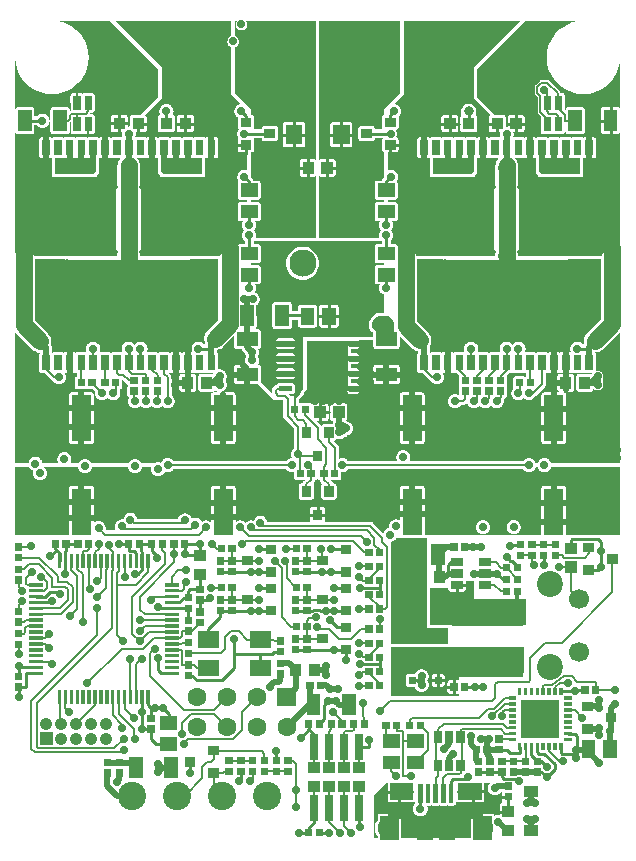
<source format=gbr>
G04 start of page 2 for group 0 idx 0 *
G04 Title: (unknown), top *
G04 Creator: pcb 1.99z *
G04 CreationDate: Mon 27 May 2013 22:28:20 GMT UTC *
G04 For: rbarlow *
G04 Format: Gerber/RS-274X *
G04 PCB-Dimensions (mm): 70.00 90.00 *
G04 PCB-Coordinate-Origin: lower left *
%MOMM*%
%FSLAX43Y43*%
%LNTOP*%
%ADD55C,0.650*%
%ADD54C,1.500*%
%ADD53C,1.300*%
%ADD52C,1.000*%
%ADD51C,0.300*%
%ADD50C,0.800*%
%ADD49C,0.700*%
%ADD48R,0.200X0.200*%
%ADD47R,0.450X0.450*%
%ADD46R,1.500X1.500*%
%ADD45R,3.530X3.530*%
%ADD44R,5.250X5.250*%
%ADD43R,1.400X1.400*%
%ADD42R,0.600X0.600*%
%ADD41R,0.400X0.400*%
%ADD40R,1.375X1.375*%
%ADD39R,1.460X1.460*%
%ADD38R,1.350X1.350*%
%ADD37R,1.625X1.625*%
%ADD36R,0.910X0.910*%
%ADD35R,3.200X3.200*%
%ADD34R,0.300X0.300*%
%ADD33R,2.000X2.000*%
%ADD32R,0.700X0.700*%
%ADD31R,0.950X0.950*%
%ADD30R,0.800X0.800*%
%ADD29R,0.650X0.650*%
%ADD28R,0.620X0.620*%
%ADD27R,1.150X1.150*%
%ADD26R,1.600X1.600*%
%ADD25C,1.050*%
%ADD24C,1.200*%
%ADD23C,2.400*%
%ADD22C,1.600*%
%ADD21C,2.300*%
%ADD20C,3.200*%
%ADD19C,2.200*%
%ADD18C,1.700*%
%ADD17C,1.400*%
%ADD16C,0.377*%
%ADD15C,0.150*%
%ADD14C,0.250*%
%ADD13C,0.200*%
%ADD12C,0.500*%
%ADD11C,0.002*%
G54D11*G36*
X34000Y79600D02*X35850D01*
Y67829D01*
X35822Y67853D01*
X35789Y67873D01*
X35752Y67888D01*
X35714Y67898D01*
X35675Y67900D01*
X34686Y67898D01*
X34648Y67888D01*
X34611Y67873D01*
X34578Y67853D01*
X34548Y67827D01*
X34522Y67797D01*
X34502Y67764D01*
X34487Y67727D01*
X34477Y67689D01*
X34475Y67650D01*
X34477Y66611D01*
X34487Y66573D01*
X34502Y66536D01*
X34522Y66503D01*
X34548Y66473D01*
X34578Y66447D01*
X34611Y66427D01*
X34648Y66412D01*
X34686Y66402D01*
X34725Y66400D01*
X35714Y66402D01*
X35752Y66412D01*
X35789Y66427D01*
X35822Y66447D01*
X35850Y66471D01*
Y61250D01*
X34000D01*
Y68881D01*
X34739Y68882D01*
X34777Y68892D01*
X34814Y68907D01*
X34847Y68927D01*
X34877Y68953D01*
X34903Y68983D01*
X34923Y69016D01*
X34938Y69053D01*
X34948Y69091D01*
X34950Y69130D01*
X34948Y70809D01*
X34938Y70847D01*
X34923Y70884D01*
X34903Y70917D01*
X34877Y70947D01*
X34847Y70973D01*
X34814Y70993D01*
X34777Y71008D01*
X34739Y71018D01*
X34700Y71020D01*
X34000Y71019D01*
Y79600D01*
G37*
G36*
X31250Y70450D02*X31250Y70425D01*
X30579D01*
X30603Y70453D01*
X30623Y70486D01*
X30638Y70523D01*
X30648Y70561D01*
X30650Y70600D01*
X30648Y71439D01*
X30638Y71477D01*
X30623Y71514D01*
X30603Y71547D01*
X30577Y71577D01*
X30547Y71603D01*
X30514Y71623D01*
X30477Y71638D01*
X30439Y71648D01*
X30400Y71650D01*
X30350Y71650D01*
Y72150D01*
X29000Y73500D01*
Y77372D01*
X29005Y77373D01*
X29078Y77403D01*
X29145Y77444D01*
X29205Y77495D01*
X29256Y77555D01*
X29297Y77622D01*
X29327Y77695D01*
X29345Y77772D01*
X29350Y77850D01*
X29345Y77928D01*
X29327Y78005D01*
X29297Y78078D01*
X29256Y78145D01*
X29205Y78205D01*
X29145Y78256D01*
X29078Y78297D01*
X29005Y78327D01*
X29000Y78328D01*
Y79600D01*
X29149D01*
X29144Y79595D01*
X29103Y79528D01*
X29073Y79455D01*
X29055Y79378D01*
X29048Y79300D01*
X29055Y79222D01*
X29073Y79145D01*
X29103Y79072D01*
X29144Y79005D01*
X29195Y78945D01*
X29255Y78894D01*
X29322Y78853D01*
X29395Y78823D01*
X29472Y78805D01*
X29550Y78798D01*
X29628Y78805D01*
X29705Y78823D01*
X29778Y78853D01*
X29845Y78894D01*
X29905Y78945D01*
X29956Y79005D01*
X29997Y79072D01*
X30027Y79145D01*
X30045Y79222D01*
X30050Y79300D01*
X30045Y79378D01*
X30027Y79455D01*
X29997Y79528D01*
X29956Y79595D01*
X29951Y79600D01*
X34000D01*
Y71019D01*
X33261Y71018D01*
X33223Y71008D01*
X33186Y70993D01*
X33153Y70973D01*
X33123Y70947D01*
X33097Y70917D01*
X33077Y70884D01*
X33062Y70847D01*
X33052Y70809D01*
X33050Y70770D01*
X33052Y69091D01*
X33062Y69053D01*
X33077Y69016D01*
X33097Y68983D01*
X33123Y68953D01*
X33153Y68927D01*
X33186Y68907D01*
X33223Y68892D01*
X33261Y68882D01*
X33300Y68880D01*
X34000Y68881D01*
Y61250D01*
X30767D01*
X30772Y61264D01*
X30794Y61356D01*
X30800Y61450D01*
X30794Y61544D01*
X30772Y61636D01*
X30736Y61723D01*
X30687Y61804D01*
X30626Y61876D01*
X30597Y61900D01*
X30626Y61924D01*
X30687Y61996D01*
X30736Y62077D01*
X30772Y62164D01*
X30794Y62256D01*
X30800Y62350D01*
X30794Y62444D01*
X30772Y62536D01*
X30736Y62623D01*
X30734Y62627D01*
X30964Y62627D01*
X31002Y62637D01*
X31039Y62652D01*
X31072Y62672D01*
X31102Y62698D01*
X31128Y62728D01*
X31148Y62761D01*
X31163Y62798D01*
X31173Y62836D01*
X31175Y62875D01*
X31173Y64064D01*
X31163Y64102D01*
X31148Y64139D01*
X31128Y64172D01*
X31102Y64202D01*
X31072Y64228D01*
X31039Y64248D01*
X31002Y64263D01*
X30964Y64273D01*
X30925Y64275D01*
X30350Y64274D01*
Y64426D01*
X30964Y64427D01*
X31002Y64437D01*
X31039Y64452D01*
X31072Y64472D01*
X31102Y64498D01*
X31128Y64528D01*
X31148Y64561D01*
X31163Y64598D01*
X31173Y64636D01*
X31175Y64675D01*
X31173Y65864D01*
X31163Y65902D01*
X31148Y65939D01*
X31128Y65972D01*
X31102Y66002D01*
X31072Y66028D01*
X31039Y66048D01*
X31002Y66063D01*
X30964Y66073D01*
X30925Y66075D01*
X30568Y66074D01*
X30558Y66116D01*
X30535Y66171D01*
X30504Y66221D01*
X30504Y66221D01*
X30466Y66266D01*
X30455Y66276D01*
X30396Y66334D01*
X30400Y66400D01*
X30394Y66494D01*
X30372Y66586D01*
X30350Y66640D01*
Y68452D01*
X30439Y68452D01*
X30477Y68462D01*
X30514Y68477D01*
X30547Y68497D01*
X30577Y68523D01*
X30603Y68553D01*
X30623Y68586D01*
X30638Y68623D01*
X30648Y68661D01*
X30650Y68700D01*
X30648Y69539D01*
X30638Y69577D01*
X30623Y69614D01*
X30603Y69647D01*
X30579Y69675D01*
X31252D01*
X31252Y69611D01*
X31262Y69573D01*
X31277Y69536D01*
X31297Y69503D01*
X31323Y69473D01*
X31353Y69447D01*
X31386Y69427D01*
X31423Y69412D01*
X31461Y69402D01*
X31500Y69400D01*
X32439Y69402D01*
X32477Y69412D01*
X32514Y69427D01*
X32547Y69447D01*
X32577Y69473D01*
X32603Y69503D01*
X32623Y69536D01*
X32638Y69573D01*
X32648Y69611D01*
X32650Y69650D01*
X32648Y70489D01*
X32638Y70527D01*
X32623Y70564D01*
X32603Y70597D01*
X32577Y70627D01*
X32547Y70653D01*
X32514Y70673D01*
X32477Y70688D01*
X32439Y70698D01*
X32400Y70700D01*
X31461Y70698D01*
X31423Y70688D01*
X31386Y70673D01*
X31353Y70653D01*
X31323Y70627D01*
X31297Y70597D01*
X31277Y70564D01*
X31262Y70527D01*
X31252Y70489D01*
X31250Y70450D01*
G37*
G36*
X39450D02*X39452Y69611D01*
X39462Y69573D01*
X39477Y69536D01*
X39497Y69503D01*
X39523Y69473D01*
X39553Y69447D01*
X39586Y69427D01*
X39623Y69412D01*
X39661Y69402D01*
X39700Y69400D01*
X40639Y69402D01*
X40677Y69412D01*
X40714Y69427D01*
X40747Y69447D01*
X40777Y69473D01*
X40803Y69503D01*
X40823Y69536D01*
X40838Y69573D01*
X40848Y69611D01*
X40850Y69650D01*
X40850Y69675D01*
X41521D01*
X41497Y69647D01*
X41477Y69614D01*
X41462Y69577D01*
X41452Y69539D01*
X41450Y69500D01*
X41452Y68661D01*
X41462Y68623D01*
X41477Y68586D01*
X41497Y68553D01*
X41523Y68523D01*
X41553Y68497D01*
X41586Y68477D01*
X41623Y68462D01*
X41650Y68455D01*
Y66640D01*
X41628Y66586D01*
X41606Y66494D01*
X41598Y66400D01*
X41603Y66334D01*
X41545Y66276D01*
X41534Y66266D01*
X41496Y66221D01*
X41465Y66171D01*
X41442Y66116D01*
X41432Y66073D01*
X41036Y66073D01*
X40998Y66063D01*
X40961Y66048D01*
X40928Y66028D01*
X40898Y66002D01*
X40872Y65972D01*
X40852Y65939D01*
X40837Y65902D01*
X40827Y65864D01*
X40825Y65825D01*
X40827Y64636D01*
X40837Y64598D01*
X40852Y64561D01*
X40872Y64528D01*
X40898Y64498D01*
X40928Y64472D01*
X40961Y64452D01*
X40998Y64437D01*
X41036Y64427D01*
X41075Y64425D01*
X41650Y64426D01*
Y64274D01*
X41036Y64273D01*
X40998Y64263D01*
X40961Y64248D01*
X40928Y64228D01*
X40898Y64202D01*
X40872Y64172D01*
X40852Y64139D01*
X40837Y64102D01*
X40827Y64064D01*
X40825Y64025D01*
X40827Y62836D01*
X40837Y62798D01*
X40852Y62761D01*
X40872Y62728D01*
X40898Y62698D01*
X40928Y62672D01*
X40961Y62652D01*
X40998Y62637D01*
X41036Y62627D01*
X41075Y62625D01*
X41265Y62625D01*
X41264Y62623D01*
X41228Y62536D01*
X41206Y62444D01*
X41198Y62350D01*
X41206Y62256D01*
X41228Y62164D01*
X41264Y62077D01*
X41313Y61996D01*
X41374Y61924D01*
X41403Y61900D01*
X41374Y61876D01*
X41313Y61804D01*
X41264Y61723D01*
X41228Y61636D01*
X41206Y61544D01*
X41198Y61450D01*
X41206Y61356D01*
X41228Y61264D01*
X41233Y61250D01*
X38000D01*
Y68881D01*
X38739Y68882D01*
X38777Y68892D01*
X38814Y68907D01*
X38847Y68927D01*
X38877Y68953D01*
X38903Y68983D01*
X38923Y69016D01*
X38938Y69053D01*
X38948Y69091D01*
X38950Y69130D01*
X38948Y70809D01*
X38938Y70847D01*
X38923Y70884D01*
X38903Y70917D01*
X38877Y70947D01*
X38847Y70973D01*
X38814Y70993D01*
X38777Y71008D01*
X38739Y71018D01*
X38700Y71020D01*
X38000Y71019D01*
Y79600D01*
X43000D01*
Y73500D01*
X41650Y72150D01*
Y71645D01*
X41623Y71638D01*
X41586Y71623D01*
X41553Y71603D01*
X41523Y71577D01*
X41497Y71547D01*
X41477Y71514D01*
X41462Y71477D01*
X41452Y71439D01*
X41450Y71400D01*
X41452Y70561D01*
X41462Y70523D01*
X41477Y70486D01*
X41497Y70453D01*
X41521Y70425D01*
X40848D01*
X40848Y70489D01*
X40838Y70527D01*
X40823Y70564D01*
X40803Y70597D01*
X40777Y70627D01*
X40747Y70653D01*
X40714Y70673D01*
X40677Y70688D01*
X40639Y70698D01*
X40600Y70700D01*
X39661Y70698D01*
X39623Y70688D01*
X39586Y70673D01*
X39553Y70653D01*
X39523Y70627D01*
X39497Y70597D01*
X39477Y70564D01*
X39462Y70527D01*
X39452Y70489D01*
X39450Y70450D01*
G37*
G36*
X38000Y61250D02*X36150D01*
Y66471D01*
X36178Y66447D01*
X36211Y66427D01*
X36248Y66412D01*
X36286Y66402D01*
X36325Y66400D01*
X37314Y66402D01*
X37352Y66412D01*
X37389Y66427D01*
X37422Y66447D01*
X37452Y66473D01*
X37478Y66503D01*
X37498Y66536D01*
X37513Y66573D01*
X37523Y66611D01*
X37525Y66650D01*
X37523Y67689D01*
X37513Y67727D01*
X37498Y67764D01*
X37478Y67797D01*
X37452Y67827D01*
X37422Y67853D01*
X37389Y67873D01*
X37352Y67888D01*
X37314Y67898D01*
X37275Y67900D01*
X36286Y67898D01*
X36248Y67888D01*
X36211Y67873D01*
X36178Y67853D01*
X36150Y67829D01*
Y79600D01*
X38000D01*
Y71019D01*
X37261Y71018D01*
X37223Y71008D01*
X37186Y70993D01*
X37153Y70973D01*
X37123Y70947D01*
X37097Y70917D01*
X37077Y70884D01*
X37062Y70847D01*
X37052Y70809D01*
X37050Y70770D01*
X37052Y69091D01*
X37062Y69053D01*
X37077Y69016D01*
X37097Y68983D01*
X37123Y68953D01*
X37153Y68927D01*
X37186Y68907D01*
X37223Y68892D01*
X37261Y68882D01*
X37300Y68880D01*
X38000Y68881D01*
Y61250D01*
G37*
G36*
X47200Y66400D02*X49500D01*
Y68021D01*
X49528Y67997D01*
X49561Y67977D01*
X49598Y67962D01*
X49636Y67952D01*
X49675Y67950D01*
X50364Y67952D01*
X50402Y67962D01*
X50439Y67977D01*
X50472Y67997D01*
X50500Y68021D01*
X50528Y67997D01*
X50561Y67977D01*
X50598Y67962D01*
X50636Y67952D01*
X50675Y67950D01*
X51265Y67952D01*
X51229Y67910D01*
X51151Y67783D01*
X51094Y67644D01*
X51059Y67499D01*
X51050Y67350D01*
Y65654D01*
X51027Y65663D01*
X50989Y65673D01*
X50950Y65675D01*
X48664Y65674D01*
X48650Y65675D01*
X47780Y65674D01*
X47200Y65674D01*
Y66400D01*
G37*
G36*
X48800Y79600D02*X53150D01*
X49200Y75650D01*
Y73050D01*
X50622Y71628D01*
X50611Y71623D01*
X50578Y71603D01*
X50548Y71577D01*
X50522Y71547D01*
X50502Y71514D01*
X50487Y71477D01*
X50477Y71439D01*
X50475Y71400D01*
X50477Y70361D01*
X50487Y70323D01*
X50502Y70286D01*
X50522Y70253D01*
X50548Y70223D01*
X50578Y70197D01*
X50611Y70177D01*
X50648Y70162D01*
X50686Y70152D01*
X50725Y70150D01*
X51419Y70152D01*
X51406Y70094D01*
X51398Y70000D01*
X51406Y69906D01*
X51428Y69814D01*
X51464Y69727D01*
X51485Y69692D01*
X51472Y69703D01*
X51439Y69723D01*
X51402Y69738D01*
X51364Y69748D01*
X51325Y69750D01*
X50636Y69748D01*
X50598Y69738D01*
X50561Y69723D01*
X50528Y69703D01*
X50500Y69679D01*
X50472Y69703D01*
X50439Y69723D01*
X50402Y69738D01*
X50364Y69748D01*
X50325Y69750D01*
X49636Y69748D01*
X49598Y69738D01*
X49561Y69723D01*
X49528Y69703D01*
X49500Y69679D01*
X49472Y69703D01*
X49439Y69723D01*
X49402Y69738D01*
X49364Y69748D01*
X49325Y69750D01*
X48800Y69748D01*
Y70151D01*
X49314Y70152D01*
X49352Y70162D01*
X49389Y70177D01*
X49422Y70197D01*
X49452Y70223D01*
X49478Y70253D01*
X49498Y70286D01*
X49513Y70323D01*
X49523Y70361D01*
X49525Y70400D01*
X49523Y71439D01*
X49513Y71477D01*
X49498Y71514D01*
X49478Y71547D01*
X49452Y71577D01*
X49422Y71603D01*
X49389Y71623D01*
X49368Y71632D01*
X49381Y71654D01*
X49420Y71749D01*
X49444Y71848D01*
X49450Y71950D01*
X49444Y72052D01*
X49420Y72151D01*
X49381Y72246D01*
X49327Y72333D01*
X49261Y72411D01*
X49183Y72477D01*
X49096Y72531D01*
X49001Y72570D01*
X48902Y72594D01*
X48800Y72602D01*
Y79600D01*
G37*
G36*
X47200D02*X48800D01*
Y72602D01*
X48698Y72594D01*
X48599Y72570D01*
X48504Y72531D01*
X48417Y72477D01*
X48339Y72411D01*
X48273Y72333D01*
X48219Y72246D01*
X48180Y72151D01*
X48156Y72052D01*
X48148Y71950D01*
X48156Y71848D01*
X48180Y71749D01*
X48219Y71654D01*
X48232Y71632D01*
X48211Y71623D01*
X48178Y71603D01*
X48148Y71577D01*
X48122Y71547D01*
X48102Y71514D01*
X48087Y71477D01*
X48077Y71439D01*
X48075Y71400D01*
X48077Y70361D01*
X48087Y70323D01*
X48102Y70286D01*
X48122Y70253D01*
X48148Y70223D01*
X48178Y70197D01*
X48211Y70177D01*
X48248Y70162D01*
X48286Y70152D01*
X48325Y70150D01*
X48800Y70151D01*
Y69748D01*
X48636Y69748D01*
X48598Y69738D01*
X48561Y69723D01*
X48528Y69703D01*
X48500Y69679D01*
X48472Y69703D01*
X48439Y69723D01*
X48402Y69738D01*
X48364Y69748D01*
X48325Y69750D01*
X47636Y69748D01*
X47598Y69738D01*
X47561Y69723D01*
X47528Y69703D01*
X47500Y69679D01*
X47472Y69703D01*
X47439Y69723D01*
X47402Y69738D01*
X47364Y69748D01*
X47325Y69750D01*
X47200Y69750D01*
Y70151D01*
X47714Y70152D01*
X47752Y70162D01*
X47789Y70177D01*
X47822Y70197D01*
X47852Y70223D01*
X47878Y70253D01*
X47898Y70286D01*
X47913Y70323D01*
X47923Y70361D01*
X47925Y70400D01*
X47923Y71439D01*
X47913Y71477D01*
X47898Y71514D01*
X47878Y71547D01*
X47852Y71577D01*
X47822Y71603D01*
X47789Y71623D01*
X47752Y71638D01*
X47714Y71648D01*
X47675Y71650D01*
X47200Y71649D01*
Y79600D01*
G37*
G36*
Y59925D02*X47819Y59926D01*
X49222Y59927D01*
X49250Y59925D01*
X50989Y59927D01*
X51027Y59937D01*
X51050Y59946D01*
Y59700D01*
X47200D01*
Y59925D01*
G37*
G36*
X44400Y65425D02*X44401Y63489D01*
X44400Y63475D01*
X44401Y62780D01*
X44402Y61554D01*
X44400Y61525D01*
X44402Y60136D01*
X44412Y60098D01*
X44427Y60061D01*
X44447Y60028D01*
X44473Y59998D01*
X44503Y59972D01*
X44536Y59952D01*
X44573Y59937D01*
X44611Y59927D01*
X44650Y59925D01*
X46936Y59926D01*
X46950Y59925D01*
X47200Y59925D01*
Y59700D01*
X44333D01*
X44299Y59783D01*
X44221Y59910D01*
X44124Y60024D01*
X44010Y60121D01*
X43883Y60199D01*
X43744Y60256D01*
X43599Y60291D01*
X43450Y60303D01*
X43301Y60291D01*
X43156Y60256D01*
X43017Y60199D01*
X42890Y60121D01*
X42776Y60024D01*
X42774Y60021D01*
X42773Y60514D01*
X42763Y60552D01*
X42748Y60589D01*
X42728Y60622D01*
X42702Y60652D01*
X42672Y60678D01*
X42639Y60698D01*
X42602Y60713D01*
X42564Y60723D01*
X42525Y60725D01*
X42175Y60724D01*
Y60981D01*
X42226Y61024D01*
X42287Y61096D01*
X42336Y61177D01*
X42372Y61264D01*
X42394Y61356D01*
X42400Y61450D01*
X42394Y61544D01*
X42372Y61636D01*
X42336Y61723D01*
X42287Y61804D01*
X42226Y61876D01*
X42197Y61900D01*
X42226Y61924D01*
X42287Y61996D01*
X42336Y62077D01*
X42372Y62164D01*
X42394Y62256D01*
X42400Y62350D01*
X42394Y62444D01*
X42372Y62536D01*
X42336Y62623D01*
X42334Y62627D01*
X42564Y62627D01*
X42602Y62637D01*
X42639Y62652D01*
X42672Y62672D01*
X42702Y62698D01*
X42728Y62728D01*
X42748Y62761D01*
X42763Y62798D01*
X42773Y62836D01*
X42775Y62875D01*
X42773Y64064D01*
X42763Y64102D01*
X42748Y64139D01*
X42728Y64172D01*
X42702Y64202D01*
X42672Y64228D01*
X42639Y64248D01*
X42602Y64263D01*
X42564Y64273D01*
X42525Y64275D01*
X41950Y64274D01*
Y64426D01*
X42564Y64427D01*
X42602Y64437D01*
X42639Y64452D01*
X42672Y64472D01*
X42702Y64498D01*
X42728Y64528D01*
X42748Y64561D01*
X42763Y64598D01*
X42773Y64636D01*
X42775Y64675D01*
X42773Y65864D01*
X42763Y65902D01*
X42748Y65939D01*
X42728Y65972D01*
X42702Y66002D01*
X42672Y66028D01*
X42672Y66028D01*
X42687Y66046D01*
X42736Y66127D01*
X42772Y66214D01*
X42794Y66306D01*
X42800Y66400D01*
X42794Y66494D01*
X42772Y66586D01*
X42736Y66673D01*
X42687Y66754D01*
X42626Y66826D01*
X42554Y66887D01*
X42473Y66936D01*
X42386Y66972D01*
X42294Y66994D01*
X42200Y67002D01*
X42106Y66994D01*
X42014Y66972D01*
X41950Y66946D01*
Y68451D01*
X42639Y68452D01*
X42677Y68462D01*
X42714Y68477D01*
X42747Y68497D01*
X42777Y68523D01*
X42803Y68553D01*
X42823Y68586D01*
X42838Y68623D01*
X42848Y68661D01*
X42850Y68700D01*
X42848Y69539D01*
X42838Y69577D01*
X42823Y69614D01*
X42803Y69647D01*
X42777Y69677D01*
X42747Y69703D01*
X42714Y69723D01*
X42677Y69738D01*
X42639Y69748D01*
X42601Y69750D01*
X42606Y69755D01*
X42647Y69822D01*
X42677Y69895D01*
X42695Y69972D01*
X42700Y70050D01*
X42695Y70128D01*
X42677Y70205D01*
X42647Y70278D01*
X42606Y70345D01*
X42599Y70352D01*
X42639Y70352D01*
X42677Y70362D01*
X42714Y70377D01*
X42747Y70397D01*
X42777Y70423D01*
X42803Y70453D01*
X42823Y70486D01*
X42838Y70523D01*
X42848Y70561D01*
X42850Y70600D01*
X42848Y71439D01*
X42838Y71477D01*
X42834Y71489D01*
X42876Y71524D01*
X42937Y71596D01*
X42986Y71677D01*
X43022Y71764D01*
X43044Y71856D01*
X43050Y71950D01*
X43044Y72044D01*
X43022Y72136D01*
X42986Y72223D01*
X42937Y72304D01*
X42876Y72376D01*
X42804Y72437D01*
X42723Y72486D01*
X42636Y72522D01*
X42544Y72544D01*
X42498Y72548D01*
X43300Y73350D01*
Y79600D01*
X47200D01*
Y71649D01*
X46686Y71648D01*
X46648Y71638D01*
X46611Y71623D01*
X46578Y71603D01*
X46548Y71577D01*
X46522Y71547D01*
X46502Y71514D01*
X46487Y71477D01*
X46477Y71439D01*
X46475Y71400D01*
X46477Y70361D01*
X46487Y70323D01*
X46502Y70286D01*
X46522Y70253D01*
X46548Y70223D01*
X46578Y70197D01*
X46611Y70177D01*
X46648Y70162D01*
X46686Y70152D01*
X46725Y70150D01*
X47200Y70151D01*
Y69750D01*
X46636Y69748D01*
X46598Y69738D01*
X46561Y69723D01*
X46528Y69703D01*
X46500Y69679D01*
X46472Y69703D01*
X46439Y69723D01*
X46402Y69738D01*
X46364Y69748D01*
X46325Y69750D01*
X45636Y69748D01*
X45598Y69738D01*
X45561Y69723D01*
X45528Y69703D01*
X45500Y69679D01*
X45472Y69703D01*
X45439Y69723D01*
X45402Y69738D01*
X45364Y69748D01*
X45325Y69750D01*
X44636Y69748D01*
X44598Y69738D01*
X44561Y69723D01*
X44528Y69703D01*
X44498Y69677D01*
X44472Y69647D01*
X44452Y69614D01*
X44437Y69577D01*
X44427Y69539D01*
X44425Y69500D01*
X44427Y68161D01*
X44437Y68123D01*
X44452Y68086D01*
X44472Y68053D01*
X44498Y68023D01*
X44528Y67997D01*
X44561Y67977D01*
X44598Y67962D01*
X44636Y67952D01*
X44675Y67950D01*
X45364Y67952D01*
X45402Y67962D01*
X45439Y67977D01*
X45472Y67997D01*
X45500Y68021D01*
Y66400D01*
X47200D01*
Y65674D01*
X46378Y65673D01*
X46350Y65675D01*
X44611Y65673D01*
X44573Y65663D01*
X44536Y65648D01*
X44503Y65628D01*
X44473Y65602D01*
X44447Y65572D01*
X44427Y65539D01*
X44412Y65502D01*
X44402Y65464D01*
X44400Y65425D01*
G37*
G36*
X45750Y66650D02*Y67950D01*
X46364Y67952D01*
X46402Y67962D01*
X46439Y67977D01*
X46472Y67997D01*
X46500Y68021D01*
X46528Y67997D01*
X46561Y67977D01*
X46598Y67962D01*
X46636Y67952D01*
X46675Y67950D01*
X47364Y67952D01*
X47402Y67962D01*
X47439Y67977D01*
X47472Y67997D01*
X47500Y68021D01*
X47528Y67997D01*
X47561Y67977D01*
X47598Y67962D01*
X47636Y67952D01*
X47675Y67950D01*
X48364Y67952D01*
X48402Y67962D01*
X48439Y67977D01*
X48472Y67997D01*
X48500Y68021D01*
X48528Y67997D01*
X48561Y67977D01*
X48598Y67962D01*
X48636Y67952D01*
X48675Y67950D01*
X49250Y67952D01*
Y66900D01*
X49000Y66650D01*
X45750D01*
G37*
G36*
X58250D02*X55000D01*
X54750Y66900D01*
Y67950D01*
X55364Y67952D01*
X55402Y67962D01*
X55439Y67977D01*
X55472Y67997D01*
X55500Y68021D01*
X55528Y67997D01*
X55561Y67977D01*
X55598Y67962D01*
X55636Y67952D01*
X55675Y67950D01*
X56364Y67952D01*
X56402Y67962D01*
X56439Y67977D01*
X56472Y67997D01*
X56500Y68021D01*
X56528Y67997D01*
X56561Y67977D01*
X56598Y67962D01*
X56636Y67952D01*
X56675Y67950D01*
X57364Y67952D01*
X57402Y67962D01*
X57439Y67977D01*
X57472Y67997D01*
X57500Y68021D01*
X57528Y67997D01*
X57561Y67977D01*
X57598Y67962D01*
X57636Y67952D01*
X57675Y67950D01*
X58250Y67952D01*
Y66650D01*
G37*
G36*
X56500Y79600D02*X58379D01*
X58014Y79571D01*
X57539Y79457D01*
X57088Y79271D01*
X56672Y79016D01*
X56500Y78868D01*
Y79600D01*
G37*
G36*
Y59926D02*X57622Y59927D01*
X57650Y59925D01*
X59389Y59927D01*
X59427Y59937D01*
X59464Y59952D01*
X59497Y59972D01*
X59527Y59998D01*
X59553Y60028D01*
X59573Y60061D01*
X59588Y60098D01*
X59598Y60136D01*
X59600Y60175D01*
X59599Y62111D01*
X59600Y62125D01*
X59599Y62820D01*
X59598Y64046D01*
X59600Y64075D01*
X59598Y65464D01*
X59588Y65502D01*
X59573Y65539D01*
X59553Y65572D01*
X59527Y65602D01*
X59497Y65628D01*
X59464Y65648D01*
X59427Y65663D01*
X59389Y65673D01*
X59350Y65675D01*
X57064Y65674D01*
X57050Y65675D01*
X56500Y65674D01*
Y66400D01*
X58500D01*
Y68021D01*
X58528Y67997D01*
X58561Y67977D01*
X58598Y67962D01*
X58636Y67952D01*
X58675Y67950D01*
X59364Y67952D01*
X59402Y67962D01*
X59439Y67977D01*
X59472Y67997D01*
X59502Y68023D01*
X59528Y68053D01*
X59548Y68086D01*
X59563Y68123D01*
X59573Y68161D01*
X59575Y68200D01*
X59573Y69539D01*
X59563Y69577D01*
X59548Y69614D01*
X59528Y69647D01*
X59502Y69677D01*
X59472Y69703D01*
X59439Y69723D01*
X59402Y69738D01*
X59364Y69748D01*
X59325Y69750D01*
X58636Y69748D01*
X58598Y69738D01*
X58561Y69723D01*
X58528Y69703D01*
X58500Y69679D01*
X58472Y69703D01*
X58439Y69723D01*
X58402Y69738D01*
X58364Y69748D01*
X58325Y69750D01*
X57636Y69748D01*
X57598Y69738D01*
X57561Y69723D01*
X57528Y69703D01*
X57500Y69679D01*
X57472Y69703D01*
X57439Y69723D01*
X57402Y69738D01*
X57364Y69748D01*
X57325Y69750D01*
X56636Y69748D01*
X56598Y69738D01*
X56561Y69723D01*
X56528Y69703D01*
X56500Y69679D01*
X56500Y69680D01*
Y70002D01*
X56714Y70002D01*
X56752Y70012D01*
X56789Y70027D01*
X56822Y70047D01*
X56852Y70073D01*
X56878Y70103D01*
X56898Y70136D01*
X56913Y70173D01*
X56923Y70211D01*
X56925Y70250D01*
X56924Y70926D01*
X56950Y70924D01*
X56959Y70925D01*
X56976D01*
X56977Y70211D01*
X56987Y70173D01*
X57002Y70136D01*
X57022Y70103D01*
X57048Y70073D01*
X57078Y70047D01*
X57111Y70027D01*
X57148Y70012D01*
X57186Y70002D01*
X57225Y70000D01*
X58414Y70002D01*
X58452Y70012D01*
X58489Y70027D01*
X58522Y70047D01*
X58552Y70073D01*
X58578Y70103D01*
X58598Y70136D01*
X58613Y70173D01*
X58623Y70211D01*
X58625Y70250D01*
X58623Y72089D01*
X58613Y72127D01*
X58598Y72164D01*
X58578Y72197D01*
X58552Y72227D01*
X58522Y72253D01*
X58489Y72273D01*
X58452Y72288D01*
X58414Y72298D01*
X58375Y72300D01*
X57186Y72298D01*
X57148Y72288D01*
X57111Y72273D01*
X57078Y72253D01*
X57048Y72227D01*
X57022Y72197D01*
X57002Y72164D01*
X56987Y72127D01*
X56977Y72089D01*
X56975Y72050D01*
X56975Y71893D01*
X56908Y71960D01*
X56913Y71973D01*
X56923Y72011D01*
X56925Y72050D01*
X56923Y73289D01*
X56913Y73327D01*
X56898Y73364D01*
X56878Y73397D01*
X56852Y73427D01*
X56822Y73453D01*
X56789Y73473D01*
X56752Y73488D01*
X56714Y73498D01*
X56675Y73500D01*
X56569Y73500D01*
X56565Y73520D01*
X56551Y73552D01*
X56533Y73583D01*
X56510Y73610D01*
X56503Y73615D01*
X56500Y73619D01*
Y74132D01*
X56672Y73984D01*
X57088Y73729D01*
X57539Y73543D01*
X58014Y73429D01*
X58500Y73390D01*
X58986Y73429D01*
X59461Y73543D01*
X59912Y73729D01*
X60328Y73984D01*
X60699Y74301D01*
X61016Y74672D01*
X61271Y75088D01*
X61457Y75539D01*
X61571Y76014D01*
X61600Y76500D01*
Y72160D01*
X61598Y72164D01*
X61578Y72197D01*
X61552Y72227D01*
X61522Y72253D01*
X61489Y72273D01*
X61452Y72288D01*
X61414Y72298D01*
X61375Y72300D01*
X60186Y72298D01*
X60148Y72288D01*
X60111Y72273D01*
X60078Y72253D01*
X60048Y72227D01*
X60022Y72197D01*
X60002Y72164D01*
X59987Y72127D01*
X59977Y72089D01*
X59975Y72050D01*
X59977Y70211D01*
X59987Y70173D01*
X60002Y70136D01*
X60022Y70103D01*
X60048Y70073D01*
X60078Y70047D01*
X60111Y70027D01*
X60148Y70012D01*
X60186Y70002D01*
X60225Y70000D01*
X61414Y70002D01*
X61452Y70012D01*
X61489Y70027D01*
X61522Y70047D01*
X61552Y70073D01*
X61578Y70103D01*
X61598Y70136D01*
X61600Y70140D01*
Y59993D01*
X61574Y60024D01*
X61460Y60121D01*
X61333Y60199D01*
X61194Y60256D01*
X61049Y60291D01*
X60900Y60303D01*
X60751Y60291D01*
X60606Y60256D01*
X60467Y60199D01*
X60340Y60121D01*
X60226Y60024D01*
X60129Y59910D01*
X60051Y59783D01*
X60017Y59700D01*
X56500D01*
Y59926D01*
G37*
G36*
Y69680D02*X56472Y69703D01*
X56439Y69723D01*
X56402Y69738D01*
X56364Y69748D01*
X56325Y69750D01*
X55636Y69748D01*
X55598Y69738D01*
X55561Y69723D01*
X55528Y69703D01*
X55500Y69679D01*
X55472Y69703D01*
X55439Y69723D01*
X55402Y69738D01*
X55364Y69748D01*
X55325Y69750D01*
X54636Y69748D01*
X54598Y69738D01*
X54561Y69723D01*
X54528Y69703D01*
X54500Y69679D01*
X54472Y69703D01*
X54439Y69723D01*
X54402Y69738D01*
X54364Y69748D01*
X54325Y69750D01*
X53636Y69748D01*
X53598Y69738D01*
X53561Y69723D01*
X53528Y69703D01*
X53500Y69679D01*
X53472Y69703D01*
X53439Y69723D01*
X53402Y69738D01*
X53364Y69748D01*
X53325Y69750D01*
X52636Y69748D01*
X52598Y69738D01*
X52561Y69723D01*
X52528Y69703D01*
X52515Y69692D01*
X52536Y69727D01*
X52572Y69814D01*
X52594Y69906D01*
X52600Y70000D01*
X52594Y70094D01*
X52581Y70151D01*
X53314Y70152D01*
X53352Y70162D01*
X53389Y70177D01*
X53422Y70197D01*
X53452Y70223D01*
X53478Y70253D01*
X53498Y70286D01*
X53513Y70323D01*
X53523Y70361D01*
X53525Y70400D01*
X53523Y71439D01*
X53513Y71477D01*
X53498Y71514D01*
X53478Y71547D01*
X53452Y71577D01*
X53422Y71603D01*
X53389Y71623D01*
X53352Y71638D01*
X53314Y71648D01*
X53275Y71650D01*
X52286Y71648D01*
X52248Y71638D01*
X52211Y71623D01*
X52178Y71603D01*
X52148Y71577D01*
X52122Y71547D01*
X52102Y71514D01*
X52087Y71477D01*
X52077Y71439D01*
X52075Y71400D01*
X52077Y70596D01*
X52052Y70598D01*
X51924Y70726D01*
X51923Y71439D01*
X51913Y71477D01*
X51898Y71514D01*
X51878Y71547D01*
X51852Y71577D01*
X51822Y71603D01*
X51789Y71623D01*
X51752Y71638D01*
X51714Y71648D01*
X51675Y71650D01*
X51002Y71648D01*
X49500Y73150D01*
Y75550D01*
X53550Y79600D01*
X56500D01*
Y78868D01*
X56301Y78699D01*
X55984Y78328D01*
X55729Y77912D01*
X55543Y77461D01*
X55429Y76986D01*
X55390Y76500D01*
X55429Y76014D01*
X55543Y75539D01*
X55729Y75088D01*
X55984Y74672D01*
X56301Y74301D01*
X56500Y74132D01*
Y73619D01*
X55615Y74503D01*
X55610Y74510D01*
X55583Y74533D01*
X55552Y74551D01*
X55520Y74565D01*
X55492Y74571D01*
X55485Y74573D01*
X55450Y74576D01*
X55441Y74575D01*
X54959D01*
X54950Y74576D01*
X54915Y74573D01*
X54880Y74565D01*
X54848Y74551D01*
X54817Y74533D01*
X54817Y74533D01*
X54790Y74510D01*
X54785Y74503D01*
X54447Y74165D01*
X54440Y74160D01*
X54417Y74133D01*
X54399Y74102D01*
X54385Y74070D01*
X54377Y74035D01*
X54377Y74035D01*
X54374Y74000D01*
X54375Y73991D01*
Y73509D01*
X54374Y73500D01*
X54377Y73465D01*
X54385Y73430D01*
X54399Y73398D01*
X54417Y73367D01*
X54417Y73367D01*
X54440Y73340D01*
X54447Y73335D01*
X54625Y73157D01*
Y71909D01*
X54624Y71900D01*
X54627Y71865D01*
X54635Y71830D01*
X54649Y71798D01*
X54667Y71767D01*
X54667Y71767D01*
X54690Y71740D01*
X54697Y71735D01*
X54892Y71540D01*
X54887Y71527D01*
X54877Y71489D01*
X54875Y71450D01*
X54877Y70211D01*
X54887Y70173D01*
X54902Y70136D01*
X54922Y70103D01*
X54948Y70073D01*
X54978Y70047D01*
X55011Y70027D01*
X55048Y70012D01*
X55086Y70002D01*
X55125Y70000D01*
X55764Y70002D01*
X55802Y70012D01*
X55839Y70027D01*
X55872Y70047D01*
X55900Y70071D01*
X55928Y70047D01*
X55961Y70027D01*
X55998Y70012D01*
X56036Y70002D01*
X56075Y70000D01*
X56500Y70002D01*
Y69680D01*
G37*
G36*
Y65674D02*X56181Y65674D01*
X54778Y65673D01*
X54750Y65675D01*
X53011Y65673D01*
X52973Y65663D01*
X52950Y65654D01*
Y67350D01*
X52941Y67499D01*
X52906Y67644D01*
X52849Y67783D01*
X52771Y67910D01*
X52737Y67950D01*
X53364Y67952D01*
X53402Y67962D01*
X53439Y67977D01*
X53472Y67997D01*
X53500Y68021D01*
X53528Y67997D01*
X53561Y67977D01*
X53598Y67962D01*
X53636Y67952D01*
X53675Y67950D01*
X54364Y67952D01*
X54402Y67962D01*
X54439Y67977D01*
X54472Y67997D01*
X54500Y68021D01*
Y66400D01*
X56500D01*
Y65674D01*
G37*
G36*
X52950Y59946D02*X52973Y59937D01*
X53011Y59927D01*
X53050Y59925D01*
X55336Y59926D01*
X55350Y59925D01*
X56219Y59926D01*
X56500Y59926D01*
Y59700D01*
X52950D01*
Y59946D01*
G37*
G36*
X28000Y48280D02*X28054Y48313D01*
X28126Y48374D01*
X28187Y48446D01*
X28236Y48527D01*
X28272Y48614D01*
X28294Y48706D01*
X28300Y48800D01*
X28294Y48894D01*
X28272Y48986D01*
X28236Y49073D01*
X28200Y49132D01*
Y49168D01*
X28236Y49227D01*
X28272Y49314D01*
X28294Y49406D01*
X28300Y49500D01*
X28294Y49594D01*
X28272Y49686D01*
X28236Y49773D01*
X28187Y49854D01*
X28126Y49926D01*
X28054Y49987D01*
X28000Y50020D01*
Y52009D01*
X28022Y52028D01*
X28901Y52907D01*
X28902Y52036D01*
X28912Y51998D01*
X28927Y51961D01*
X28947Y51928D01*
X28973Y51898D01*
X29003Y51872D01*
X29036Y51852D01*
X29073Y51837D01*
X29111Y51827D01*
X29150Y51825D01*
X29566Y51826D01*
X29573Y51795D01*
X29603Y51722D01*
X29644Y51655D01*
X29644Y51655D01*
X29695Y51595D01*
X29710Y51583D01*
X29861Y51431D01*
X29878Y51364D01*
X29914Y51277D01*
X29950Y51218D01*
Y51182D01*
X29914Y51123D01*
X29878Y51036D01*
X29856Y50944D01*
X29848Y50850D01*
X29856Y50756D01*
X29878Y50664D01*
X29914Y50577D01*
X29963Y50496D01*
X29982Y50474D01*
X29111Y50473D01*
X29073Y50463D01*
X29036Y50448D01*
X29003Y50428D01*
X28973Y50402D01*
X28947Y50372D01*
X28927Y50339D01*
X28912Y50302D01*
X28902Y50264D01*
X28900Y50225D01*
X28902Y49036D01*
X28912Y48998D01*
X28927Y48961D01*
X28947Y48928D01*
X28973Y48898D01*
X29003Y48872D01*
X29036Y48852D01*
X29073Y48837D01*
X29111Y48827D01*
X29150Y48825D01*
X30973Y48827D01*
X32300Y47500D01*
X32636D01*
X32650Y47499D01*
X32664Y47500D01*
X33055D01*
X33100Y47455D01*
Y46114D01*
X33099Y46100D01*
X33103Y46045D01*
X33116Y45992D01*
X33137Y45941D01*
X33166Y45894D01*
X33166Y45894D01*
X33202Y45852D01*
X33212Y45843D01*
X34000Y45055D01*
Y43389D01*
X33996Y43387D01*
X33924Y43326D01*
X33863Y43254D01*
X33814Y43173D01*
X33778Y43086D01*
X33756Y42994D01*
X33748Y42900D01*
X33756Y42806D01*
X33778Y42714D01*
X33814Y42627D01*
X33830Y42600D01*
X33756Y42594D01*
X33664Y42572D01*
X33577Y42536D01*
X33496Y42487D01*
X33424Y42426D01*
X33363Y42354D01*
X33361Y42350D01*
X28000D01*
Y43751D01*
X28839Y43752D01*
X28877Y43762D01*
X28914Y43777D01*
X28947Y43797D01*
X28977Y43823D01*
X29003Y43853D01*
X29023Y43886D01*
X29038Y43923D01*
X29048Y43961D01*
X29050Y44000D01*
X29048Y47939D01*
X29038Y47977D01*
X29023Y48014D01*
X29003Y48047D01*
X28977Y48077D01*
X28947Y48103D01*
X28914Y48123D01*
X28877Y48138D01*
X28839Y48148D01*
X28800Y48150D01*
X28000Y48149D01*
Y48280D01*
G37*
G36*
Y50020D02*X27973Y50036D01*
X27886Y50072D01*
X27794Y50094D01*
X27700Y50102D01*
X27606Y50094D01*
X27575Y50087D01*
X27573Y51339D01*
X27563Y51377D01*
X27548Y51414D01*
X27528Y51447D01*
X27502Y51477D01*
X27500Y51479D01*
Y51759D01*
X27644Y51794D01*
X27783Y51851D01*
X27910Y51929D01*
X28000Y52009D01*
Y50020D01*
G37*
G36*
X25000Y49751D02*X25364Y49752D01*
X25402Y49762D01*
X25439Y49777D01*
X25472Y49797D01*
X25500Y49821D01*
X25528Y49797D01*
X25561Y49777D01*
X25598Y49762D01*
X25636Y49752D01*
X25675Y49750D01*
X26364Y49752D01*
X26402Y49762D01*
X26439Y49777D01*
X26472Y49797D01*
X26500Y49821D01*
X26528Y49797D01*
X26561Y49777D01*
X26598Y49762D01*
X26636Y49752D01*
X26675Y49750D01*
X27155Y49752D01*
X27131Y49694D01*
X27114Y49698D01*
X27075Y49700D01*
X26086Y49698D01*
X26048Y49688D01*
X26011Y49673D01*
X25978Y49653D01*
X25948Y49627D01*
X25922Y49597D01*
X25902Y49564D01*
X25887Y49527D01*
X25877Y49489D01*
X25875Y49450D01*
X25877Y48411D01*
X25887Y48373D01*
X25902Y48336D01*
X25922Y48303D01*
X25948Y48273D01*
X25978Y48247D01*
X26011Y48227D01*
X26048Y48212D01*
X26086Y48202D01*
X26125Y48200D01*
X27114Y48202D01*
X27152Y48212D01*
X27189Y48227D01*
X27222Y48247D01*
X27252Y48273D01*
X27278Y48303D01*
X27298Y48336D01*
X27304Y48349D01*
X27346Y48313D01*
X27427Y48264D01*
X27514Y48228D01*
X27606Y48206D01*
X27700Y48198D01*
X27794Y48206D01*
X27886Y48228D01*
X27973Y48264D01*
X28000Y48280D01*
Y48149D01*
X27161Y48148D01*
X27123Y48138D01*
X27086Y48123D01*
X27053Y48103D01*
X27023Y48077D01*
X26997Y48047D01*
X26977Y48014D01*
X26962Y47977D01*
X26952Y47939D01*
X26950Y47900D01*
X26952Y43961D01*
X26962Y43923D01*
X26977Y43886D01*
X26997Y43853D01*
X27023Y43823D01*
X27053Y43797D01*
X27086Y43777D01*
X27123Y43762D01*
X27161Y43752D01*
X27200Y43750D01*
X28000Y43751D01*
Y42350D01*
X25000D01*
Y48201D01*
X25514Y48202D01*
X25552Y48212D01*
X25589Y48227D01*
X25622Y48247D01*
X25652Y48273D01*
X25678Y48303D01*
X25698Y48336D01*
X25713Y48373D01*
X25723Y48411D01*
X25725Y48450D01*
X25723Y49489D01*
X25713Y49527D01*
X25698Y49564D01*
X25678Y49597D01*
X25652Y49627D01*
X25622Y49653D01*
X25589Y49673D01*
X25552Y49688D01*
X25514Y49698D01*
X25475Y49700D01*
X25000Y49699D01*
Y49751D01*
G37*
G36*
X19892Y48816D02*X19892Y48800D01*
X19902Y48762D01*
X19917Y48725D01*
X19932Y48700D01*
X19917Y48675D01*
X19902Y48638D01*
X19892Y48600D01*
X19890Y48561D01*
X19892Y47900D01*
X19902Y47862D01*
X19917Y47825D01*
X19937Y47792D01*
X19963Y47762D01*
X19993Y47736D01*
X20026Y47716D01*
X20037Y47711D01*
X20014Y47673D01*
X19978Y47586D01*
X19956Y47494D01*
X19948Y47400D01*
X19956Y47306D01*
X19978Y47214D01*
X20014Y47127D01*
X20063Y47046D01*
X20124Y46974D01*
X20196Y46913D01*
X20277Y46864D01*
X20364Y46828D01*
X20456Y46806D01*
X20550Y46798D01*
X20644Y46806D01*
X20736Y46828D01*
X20823Y46864D01*
X20904Y46913D01*
X20976Y46974D01*
X21000Y47003D01*
X21024Y46974D01*
X21096Y46913D01*
X21177Y46864D01*
X21264Y46828D01*
X21356Y46806D01*
X21450Y46798D01*
X21544Y46806D01*
X21636Y46828D01*
X21723Y46864D01*
X21804Y46913D01*
X21876Y46974D01*
X21925Y47032D01*
X21974Y46974D01*
X22046Y46913D01*
X22127Y46864D01*
X22214Y46828D01*
X22306Y46806D01*
X22400Y46798D01*
X22494Y46806D01*
X22586Y46828D01*
X22673Y46864D01*
X22754Y46913D01*
X22826Y46974D01*
X22850Y47003D01*
X22874Y46974D01*
X22946Y46913D01*
X23027Y46864D01*
X23114Y46828D01*
X23206Y46806D01*
X23300Y46798D01*
X23394Y46806D01*
X23486Y46828D01*
X23573Y46864D01*
X23654Y46913D01*
X23726Y46974D01*
X23787Y47046D01*
X23836Y47127D01*
X23872Y47214D01*
X23894Y47306D01*
X23900Y47400D01*
X23894Y47494D01*
X23872Y47586D01*
X23836Y47673D01*
X23787Y47754D01*
X23726Y47826D01*
X23654Y47887D01*
X23650Y47889D01*
Y49386D01*
X23651Y49400D01*
X23647Y49455D01*
X23647Y49455D01*
X23634Y49508D01*
X23613Y49559D01*
X23584Y49606D01*
X23548Y49648D01*
X23538Y49657D01*
X23424Y49771D01*
X23439Y49777D01*
X23472Y49797D01*
X23500Y49821D01*
X23528Y49797D01*
X23561Y49777D01*
X23598Y49762D01*
X23636Y49752D01*
X23675Y49750D01*
X24364Y49752D01*
X24402Y49762D01*
X24439Y49777D01*
X24472Y49797D01*
X24500Y49821D01*
X24528Y49797D01*
X24561Y49777D01*
X24598Y49762D01*
X24636Y49752D01*
X24675Y49750D01*
X25000Y49751D01*
Y49699D01*
X24486Y49698D01*
X24448Y49688D01*
X24411Y49673D01*
X24378Y49653D01*
X24348Y49627D01*
X24322Y49597D01*
X24302Y49564D01*
X24287Y49527D01*
X24277Y49489D01*
X24275Y49450D01*
X24277Y48411D01*
X24287Y48373D01*
X24302Y48336D01*
X24322Y48303D01*
X24348Y48273D01*
X24378Y48247D01*
X24411Y48227D01*
X24448Y48212D01*
X24486Y48202D01*
X24525Y48200D01*
X25000Y48201D01*
Y42350D01*
X23789D01*
X23787Y42354D01*
X23726Y42426D01*
X23654Y42487D01*
X23573Y42536D01*
X23486Y42572D01*
X23394Y42594D01*
X23300Y42602D01*
X23206Y42594D01*
X23114Y42572D01*
X23027Y42536D01*
X22946Y42487D01*
X22874Y42426D01*
X22813Y42354D01*
X22764Y42273D01*
X22734Y42202D01*
X22686Y42222D01*
X22594Y42244D01*
X22500Y42252D01*
X22406Y42244D01*
X22314Y42222D01*
X22227Y42186D01*
X22168Y42150D01*
X21096D01*
X21086Y42173D01*
X21037Y42254D01*
X20976Y42326D01*
X20904Y42387D01*
X20823Y42436D01*
X20736Y42472D01*
X20644Y42494D01*
X20550Y42502D01*
X20456Y42494D01*
X20364Y42472D01*
X20277Y42436D01*
X20196Y42387D01*
X20124Y42326D01*
X20063Y42254D01*
X20014Y42173D01*
X20004Y42150D01*
X16846D01*
X16836Y42173D01*
X16787Y42254D01*
X16726Y42326D01*
X16654Y42387D01*
X16573Y42436D01*
X16486Y42472D01*
X16394Y42494D01*
X16300Y42502D01*
X16206Y42494D01*
X16114Y42472D01*
X16027Y42436D01*
X16000Y42420D01*
Y43751D01*
X16839Y43752D01*
X16877Y43762D01*
X16914Y43777D01*
X16947Y43797D01*
X16977Y43823D01*
X17003Y43853D01*
X17023Y43886D01*
X17038Y43923D01*
X17048Y43961D01*
X17050Y44000D01*
X17048Y47939D01*
X17038Y47977D01*
X17023Y48014D01*
X17003Y48047D01*
X16977Y48077D01*
X16947Y48103D01*
X16914Y48123D01*
X16877Y48138D01*
X16839Y48148D01*
X16800Y48150D01*
X16000Y48149D01*
Y48391D01*
X16350Y48392D01*
X16388Y48402D01*
X16425Y48417D01*
X16450Y48432D01*
X16475Y48417D01*
X16512Y48402D01*
X16550Y48392D01*
X16589Y48390D01*
X16964Y48391D01*
X17157Y48198D01*
X17156Y48194D01*
X17148Y48100D01*
X17156Y48006D01*
X17178Y47914D01*
X17214Y47827D01*
X17263Y47746D01*
X17324Y47674D01*
X17396Y47613D01*
X17477Y47564D01*
X17564Y47528D01*
X17656Y47506D01*
X17750Y47498D01*
X17844Y47506D01*
X17936Y47528D01*
X18023Y47564D01*
X18104Y47613D01*
X18176Y47674D01*
X18225Y47732D01*
X18274Y47674D01*
X18346Y47613D01*
X18427Y47564D01*
X18514Y47528D01*
X18606Y47506D01*
X18700Y47498D01*
X18794Y47506D01*
X18886Y47528D01*
X18973Y47564D01*
X19054Y47613D01*
X19126Y47674D01*
X19187Y47746D01*
X19236Y47827D01*
X19272Y47914D01*
X19294Y48006D01*
X19300Y48100D01*
X19294Y48194D01*
X19272Y48286D01*
X19250Y48340D01*
Y48392D01*
X19250Y48392D01*
X19288Y48402D01*
X19325Y48417D01*
X19358Y48437D01*
X19388Y48463D01*
X19414Y48493D01*
X19434Y48526D01*
X19449Y48563D01*
X19459Y48601D01*
X19461Y48640D01*
X19459Y49196D01*
X19743Y48912D01*
X19752Y48902D01*
X19794Y48866D01*
X19794Y48866D01*
X19841Y48837D01*
X19892Y48816D01*
X19892Y48816D01*
G37*
G36*
X16000Y42420D02*X15946Y42387D01*
X15874Y42326D01*
X15813Y42254D01*
X15764Y42173D01*
X15754Y42150D01*
X15039D01*
X15086Y42227D01*
X15122Y42314D01*
X15144Y42406D01*
X15150Y42500D01*
X15144Y42594D01*
X15122Y42686D01*
X15086Y42773D01*
X15037Y42854D01*
X14976Y42926D01*
X14904Y42987D01*
X14823Y43036D01*
X14736Y43072D01*
X14644Y43094D01*
X14550Y43102D01*
X14456Y43094D01*
X14364Y43072D01*
X14277Y43036D01*
X14196Y42987D01*
X14124Y42926D01*
X14063Y42854D01*
X14014Y42773D01*
X13978Y42686D01*
X13956Y42594D01*
X13948Y42500D01*
X13956Y42406D01*
X13978Y42314D01*
X14014Y42227D01*
X14061Y42150D01*
X12697D01*
X12694Y42194D01*
X12672Y42286D01*
X12636Y42373D01*
X12587Y42454D01*
X12526Y42526D01*
X12454Y42587D01*
X12373Y42636D01*
X12286Y42672D01*
X12194Y42694D01*
X12100Y42702D01*
X12006Y42694D01*
X11914Y42672D01*
X11827Y42636D01*
X11746Y42587D01*
X11674Y42526D01*
X11613Y42454D01*
X11564Y42373D01*
X11528Y42286D01*
X11506Y42194D01*
X11502Y42150D01*
X10400D01*
Y53200D01*
X10406D01*
X10426Y53176D01*
X10455Y53152D01*
X11828Y51778D01*
X11940Y51679D01*
X12067Y51601D01*
X12206Y51544D01*
X12351Y51509D01*
X12500Y51497D01*
Y51479D01*
X12498Y51477D01*
X12472Y51447D01*
X12452Y51414D01*
X12437Y51377D01*
X12427Y51339D01*
X12425Y51300D01*
X12427Y49961D01*
X12437Y49923D01*
X12452Y49886D01*
X12472Y49853D01*
X12498Y49823D01*
X12528Y49797D01*
X12561Y49777D01*
X12598Y49762D01*
X12636Y49752D01*
X12675Y49750D01*
X12904Y49751D01*
X13443Y49212D01*
X13452Y49202D01*
X13494Y49166D01*
X13494Y49166D01*
X13541Y49137D01*
X13592Y49116D01*
X13603Y49113D01*
X13613Y49096D01*
X13674Y49024D01*
X13746Y48963D01*
X13827Y48914D01*
X13914Y48878D01*
X14006Y48856D01*
X14100Y48848D01*
X14194Y48856D01*
X14286Y48878D01*
X14373Y48914D01*
X14454Y48963D01*
X14526Y49024D01*
X14587Y49096D01*
X14636Y49177D01*
X14672Y49264D01*
X14694Y49356D01*
X14700Y49450D01*
X14694Y49544D01*
X14672Y49636D01*
X14636Y49723D01*
X14615Y49757D01*
X14636Y49752D01*
X14675Y49750D01*
X15364Y49752D01*
X15402Y49762D01*
X15439Y49777D01*
X15472Y49797D01*
X15500Y49821D01*
X15528Y49797D01*
X15561Y49777D01*
X15598Y49762D01*
X15636Y49752D01*
X15650Y49751D01*
Y49508D01*
X15650Y49508D01*
X15612Y49498D01*
X15575Y49483D01*
X15542Y49463D01*
X15512Y49437D01*
X15486Y49407D01*
X15466Y49374D01*
X15451Y49337D01*
X15441Y49299D01*
X15439Y49260D01*
X15441Y48601D01*
X15451Y48563D01*
X15466Y48526D01*
X15486Y48493D01*
X15512Y48463D01*
X15542Y48437D01*
X15575Y48417D01*
X15612Y48402D01*
X15650Y48392D01*
X15689Y48390D01*
X16000Y48391D01*
Y48149D01*
X15161Y48148D01*
X15123Y48138D01*
X15086Y48123D01*
X15053Y48103D01*
X15023Y48077D01*
X14997Y48047D01*
X14977Y48014D01*
X14962Y47977D01*
X14952Y47939D01*
X14950Y47900D01*
X14952Y43961D01*
X14962Y43923D01*
X14977Y43886D01*
X14997Y43853D01*
X15023Y43823D01*
X15053Y43797D01*
X15086Y43777D01*
X15123Y43762D01*
X15161Y43752D01*
X15200Y43750D01*
X16000Y43751D01*
Y42420D01*
G37*
G36*
X12044Y59400D02*X14611D01*
X14602Y59364D01*
X14600Y59325D01*
X14600Y59324D01*
X14601Y57389D01*
X14600Y57375D01*
X14601Y56680D01*
X14602Y55454D01*
X14600Y55425D01*
X14602Y54036D01*
X14612Y53998D01*
X14627Y53961D01*
X14647Y53928D01*
X14673Y53898D01*
X14703Y53872D01*
X14736Y53852D01*
X14773Y53837D01*
X14811Y53827D01*
X14850Y53825D01*
X14851Y53825D01*
X17565Y53826D01*
X17575Y53825D01*
X18297Y53826D01*
X20279Y53826D01*
X20300Y53825D01*
X21744Y53827D01*
X22994Y53827D01*
X23025Y53825D01*
X25189Y53827D01*
X25227Y53837D01*
X25264Y53852D01*
X25297Y53872D01*
X25327Y53898D01*
X25353Y53928D01*
X25373Y53961D01*
X25388Y53998D01*
X25398Y54036D01*
X25400Y54075D01*
X25400Y54076D01*
X25399Y56011D01*
X25400Y56025D01*
X25399Y56720D01*
X25398Y57946D01*
X25400Y57975D01*
X25398Y59364D01*
X25389Y59400D01*
X27606D01*
X27600Y59300D01*
Y54294D01*
X26678Y53372D01*
X26579Y53260D01*
X26501Y53133D01*
X26444Y52994D01*
X26409Y52849D01*
X26397Y52700D01*
X26409Y52551D01*
X26444Y52406D01*
X26501Y52267D01*
X26510Y52252D01*
X26505Y52228D01*
X26505Y52228D01*
X26504Y52225D01*
X26369D01*
X26326Y52276D01*
X26254Y52337D01*
X26173Y52386D01*
X26086Y52422D01*
X25994Y52444D01*
X25900Y52452D01*
X25806Y52444D01*
X25714Y52422D01*
X25627Y52386D01*
X25546Y52337D01*
X25474Y52276D01*
X25413Y52204D01*
X25364Y52123D01*
X25328Y52036D01*
X25306Y51944D01*
X25298Y51850D01*
X25306Y51756D01*
X25328Y51664D01*
X25364Y51577D01*
X25385Y51543D01*
X25364Y51548D01*
X25325Y51550D01*
X24636Y51548D01*
X24598Y51538D01*
X24561Y51523D01*
X24528Y51503D01*
X24524Y51500D01*
X24476D01*
X24472Y51503D01*
X24439Y51523D01*
X24402Y51538D01*
X24364Y51548D01*
X24325Y51550D01*
X23636Y51548D01*
X23598Y51538D01*
X23561Y51523D01*
X23528Y51503D01*
X23524Y51500D01*
X23476D01*
X23472Y51503D01*
X23439Y51523D01*
X23402Y51538D01*
X23364Y51548D01*
X23325Y51550D01*
X22636Y51548D01*
X22598Y51538D01*
X22561Y51523D01*
X22528Y51503D01*
X22524Y51500D01*
X22476D01*
X22472Y51503D01*
X22439Y51523D01*
X22402Y51538D01*
X22364Y51548D01*
X22325Y51550D01*
X21636Y51548D01*
X21598Y51538D01*
X21561Y51523D01*
X21528Y51503D01*
X21524Y51500D01*
X21489D01*
X21536Y51577D01*
X21572Y51664D01*
X21594Y51756D01*
X21600Y51850D01*
X21594Y51944D01*
X21572Y52036D01*
X21536Y52123D01*
X21487Y52204D01*
X21426Y52276D01*
X21354Y52337D01*
X21273Y52386D01*
X21186Y52422D01*
X21094Y52444D01*
X21000Y52452D01*
X20906Y52444D01*
X20814Y52422D01*
X20727Y52386D01*
X20646Y52337D01*
X20574Y52276D01*
X20513Y52204D01*
X20500Y52182D01*
X20487Y52204D01*
X20426Y52276D01*
X20354Y52337D01*
X20273Y52386D01*
X20186Y52422D01*
X20094Y52444D01*
X20000Y52452D01*
X19906Y52444D01*
X19814Y52422D01*
X19727Y52386D01*
X19646Y52337D01*
X19574Y52276D01*
X19513Y52204D01*
X19464Y52123D01*
X19428Y52036D01*
X19406Y51944D01*
X19398Y51850D01*
X19406Y51756D01*
X19428Y51664D01*
X19464Y51577D01*
X19511Y51500D01*
X19476D01*
X19472Y51503D01*
X19439Y51523D01*
X19402Y51538D01*
X19364Y51548D01*
X19325Y51550D01*
X18636Y51548D01*
X18598Y51538D01*
X18561Y51523D01*
X18528Y51503D01*
X18524Y51500D01*
X18476D01*
X18472Y51503D01*
X18439Y51523D01*
X18402Y51538D01*
X18364Y51548D01*
X18325Y51550D01*
X17636Y51548D01*
X17598Y51538D01*
X17561Y51523D01*
X17528Y51503D01*
X17524Y51500D01*
X17489D01*
X17536Y51577D01*
X17572Y51664D01*
X17594Y51756D01*
X17600Y51850D01*
X17594Y51944D01*
X17572Y52036D01*
X17536Y52123D01*
X17487Y52204D01*
X17426Y52276D01*
X17354Y52337D01*
X17273Y52386D01*
X17186Y52422D01*
X17094Y52444D01*
X17000Y52452D01*
X16906Y52444D01*
X16814Y52422D01*
X16727Y52386D01*
X16646Y52337D01*
X16574Y52276D01*
X16513Y52204D01*
X16464Y52123D01*
X16428Y52036D01*
X16406Y51944D01*
X16398Y51850D01*
X16406Y51756D01*
X16428Y51664D01*
X16464Y51577D01*
X16511Y51500D01*
X16476D01*
X16472Y51503D01*
X16439Y51523D01*
X16402Y51538D01*
X16364Y51548D01*
X16325Y51550D01*
X15636Y51548D01*
X15598Y51538D01*
X15561Y51523D01*
X15528Y51503D01*
X15524Y51500D01*
X15476D01*
X15472Y51503D01*
X15439Y51523D01*
X15402Y51538D01*
X15364Y51548D01*
X15325Y51550D01*
X14636Y51548D01*
X14598Y51538D01*
X14561Y51523D01*
X14528Y51503D01*
X14524Y51500D01*
X14476D01*
X14472Y51503D01*
X14439Y51523D01*
X14402Y51538D01*
X14364Y51548D01*
X14325Y51550D01*
X13636Y51548D01*
X13598Y51538D01*
X13561Y51523D01*
X13528Y51503D01*
X13524Y51500D01*
X13500D01*
Y51930D01*
X13502Y51950D01*
X13495Y52028D01*
X13477Y52105D01*
X13447Y52178D01*
X13422Y52219D01*
X13441Y52301D01*
X13453Y52450D01*
X13441Y52599D01*
X13406Y52744D01*
X13349Y52883D01*
X13271Y53010D01*
X13172Y53122D01*
X12050Y54244D01*
Y59300D01*
X12044Y59400D01*
G37*
G36*
X44397D02*X46611D01*
X46602Y59364D01*
X46600Y59325D01*
X46600Y59324D01*
X46601Y57389D01*
X46600Y57375D01*
X46601Y56680D01*
X46602Y55454D01*
X46600Y55425D01*
X46602Y54036D01*
X46612Y53998D01*
X46627Y53961D01*
X46647Y53928D01*
X46673Y53898D01*
X46703Y53872D01*
X46736Y53852D01*
X46773Y53837D01*
X46811Y53827D01*
X46850Y53825D01*
X46851Y53825D01*
X49565Y53826D01*
X49575Y53825D01*
X50297Y53826D01*
X52279Y53826D01*
X52300Y53825D01*
X53744Y53827D01*
X54994Y53827D01*
X55025Y53825D01*
X57189Y53827D01*
X57227Y53837D01*
X57264Y53852D01*
X57297Y53872D01*
X57327Y53898D01*
X57353Y53928D01*
X57373Y53961D01*
X57388Y53998D01*
X57398Y54036D01*
X57400Y54075D01*
X57400Y54076D01*
X57399Y56011D01*
X57400Y56025D01*
X57399Y56720D01*
X57398Y57946D01*
X57400Y57975D01*
X57398Y59364D01*
X57389Y59400D01*
X59953D01*
X59950Y59350D01*
Y54294D01*
X58828Y53172D01*
X58729Y53060D01*
X58651Y52933D01*
X58594Y52794D01*
X58559Y52649D01*
X58547Y52500D01*
X58559Y52351D01*
X58578Y52269D01*
X58553Y52228D01*
X58552Y52225D01*
X58469D01*
X58426Y52276D01*
X58354Y52337D01*
X58273Y52386D01*
X58186Y52422D01*
X58094Y52444D01*
X58000Y52452D01*
X57906Y52444D01*
X57814Y52422D01*
X57727Y52386D01*
X57646Y52337D01*
X57574Y52276D01*
X57513Y52204D01*
X57464Y52123D01*
X57428Y52036D01*
X57406Y51944D01*
X57398Y51850D01*
X57406Y51756D01*
X57428Y51664D01*
X57464Y51577D01*
X57511Y51500D01*
X57476D01*
X57472Y51503D01*
X57439Y51523D01*
X57402Y51538D01*
X57364Y51548D01*
X57325Y51550D01*
X56636Y51548D01*
X56598Y51538D01*
X56561Y51523D01*
X56528Y51503D01*
X56524Y51500D01*
X56476D01*
X56472Y51503D01*
X56439Y51523D01*
X56402Y51538D01*
X56364Y51548D01*
X56325Y51550D01*
X55636Y51548D01*
X55598Y51538D01*
X55561Y51523D01*
X55528Y51503D01*
X55524Y51500D01*
X55476D01*
X55472Y51503D01*
X55439Y51523D01*
X55402Y51538D01*
X55364Y51548D01*
X55325Y51550D01*
X54636Y51548D01*
X54598Y51538D01*
X54561Y51523D01*
X54528Y51503D01*
X54524Y51500D01*
X54476D01*
X54472Y51503D01*
X54439Y51523D01*
X54402Y51538D01*
X54364Y51548D01*
X54325Y51550D01*
X53636Y51548D01*
X53598Y51538D01*
X53561Y51523D01*
X53528Y51503D01*
X53524Y51500D01*
X53489D01*
X53536Y51577D01*
X53572Y51664D01*
X53594Y51756D01*
X53600Y51850D01*
X53594Y51944D01*
X53572Y52036D01*
X53536Y52123D01*
X53487Y52204D01*
X53426Y52276D01*
X53354Y52337D01*
X53273Y52386D01*
X53186Y52422D01*
X53094Y52444D01*
X53000Y52452D01*
X52906Y52444D01*
X52814Y52422D01*
X52727Y52386D01*
X52646Y52337D01*
X52574Y52276D01*
X52513Y52204D01*
X52500Y52182D01*
X52487Y52204D01*
X52426Y52276D01*
X52354Y52337D01*
X52273Y52386D01*
X52186Y52422D01*
X52094Y52444D01*
X52000Y52452D01*
X51906Y52444D01*
X51814Y52422D01*
X51727Y52386D01*
X51646Y52337D01*
X51574Y52276D01*
X51513Y52204D01*
X51464Y52123D01*
X51428Y52036D01*
X51406Y51944D01*
X51398Y51850D01*
X51406Y51756D01*
X51428Y51664D01*
X51464Y51577D01*
X51511Y51500D01*
X51476D01*
X51472Y51503D01*
X51439Y51523D01*
X51402Y51538D01*
X51364Y51548D01*
X51325Y51550D01*
X50636Y51548D01*
X50598Y51538D01*
X50561Y51523D01*
X50528Y51503D01*
X50524Y51500D01*
X50476D01*
X50472Y51503D01*
X50439Y51523D01*
X50402Y51538D01*
X50364Y51548D01*
X50325Y51550D01*
X49636Y51548D01*
X49598Y51538D01*
X49561Y51523D01*
X49528Y51503D01*
X49524Y51500D01*
X49489D01*
X49536Y51577D01*
X49572Y51664D01*
X49594Y51756D01*
X49600Y51850D01*
X49594Y51944D01*
X49572Y52036D01*
X49536Y52123D01*
X49487Y52204D01*
X49426Y52276D01*
X49354Y52337D01*
X49273Y52386D01*
X49186Y52422D01*
X49094Y52444D01*
X49000Y52452D01*
X48906Y52444D01*
X48814Y52422D01*
X48727Y52386D01*
X48646Y52337D01*
X48574Y52276D01*
X48513Y52204D01*
X48464Y52123D01*
X48428Y52036D01*
X48406Y51944D01*
X48398Y51850D01*
X48406Y51756D01*
X48428Y51664D01*
X48464Y51577D01*
X48511Y51500D01*
X48476D01*
X48472Y51503D01*
X48439Y51523D01*
X48402Y51538D01*
X48364Y51548D01*
X48325Y51550D01*
X47636Y51548D01*
X47598Y51538D01*
X47561Y51523D01*
X47528Y51503D01*
X47524Y51500D01*
X47476D01*
X47472Y51503D01*
X47439Y51523D01*
X47402Y51538D01*
X47364Y51548D01*
X47325Y51550D01*
X46636Y51548D01*
X46598Y51538D01*
X46561Y51523D01*
X46528Y51503D01*
X46524Y51500D01*
X46476D01*
X46472Y51503D01*
X46439Y51523D01*
X46402Y51538D01*
X46364Y51548D01*
X46325Y51550D01*
X45636Y51548D01*
X45598Y51538D01*
X45561Y51523D01*
X45528Y51503D01*
X45524Y51500D01*
X45500D01*
Y52120D01*
X45556Y52256D01*
X45591Y52401D01*
X45603Y52550D01*
X45591Y52699D01*
X45556Y52844D01*
X45499Y52983D01*
X45421Y53110D01*
X45322Y53222D01*
X44400Y54144D01*
Y59350D01*
X44397Y59400D01*
G37*
G36*
X59075Y49700D02*X58086Y49698D01*
X58048Y49688D01*
X58011Y49673D01*
X57978Y49653D01*
X57948Y49627D01*
X57922Y49597D01*
X57902Y49564D01*
X57887Y49527D01*
X57877Y49489D01*
X57875Y49450D01*
X57877Y48411D01*
X57887Y48373D01*
X57902Y48336D01*
X57922Y48303D01*
X57948Y48273D01*
X57978Y48247D01*
X58011Y48227D01*
X58048Y48212D01*
X58086Y48202D01*
X58125Y48200D01*
X59114Y48202D01*
X59152Y48212D01*
X59189Y48227D01*
X59222Y48247D01*
X59252Y48273D01*
X59278Y48303D01*
X59298Y48336D01*
X59313Y48373D01*
X59323Y48411D01*
X59325Y48450D01*
X59341D01*
X59345Y48445D01*
X59405Y48394D01*
X59405Y48394D01*
X59472Y48353D01*
X59524Y48332D01*
X59545Y48323D01*
X59560Y48319D01*
X59622Y48305D01*
X59700Y48298D01*
X59700D01*
X59778Y48305D01*
X59855Y48323D01*
X59928Y48353D01*
X59995Y48394D01*
X60022Y48418D01*
X60055Y48445D01*
X60078Y48473D01*
X60080Y48475D01*
X60106Y48505D01*
X60147Y48572D01*
X60168Y48624D01*
X60177Y48645D01*
X60181Y48660D01*
X60195Y48722D01*
X60202Y48800D01*
X60200Y48820D01*
Y49480D01*
X60202Y49500D01*
X60195Y49578D01*
X60177Y49655D01*
X60147Y49728D01*
X60106Y49795D01*
X60055Y49855D01*
X59995Y49906D01*
X59928Y49947D01*
X59855Y49977D01*
X59778Y49995D01*
X59700Y50002D01*
X59622Y49995D01*
X59574Y49984D01*
X59575Y50000D01*
X59573Y51339D01*
X59563Y51377D01*
X59548Y51414D01*
X59528Y51447D01*
X59502Y51477D01*
X59500Y51479D01*
Y51547D01*
X59500D01*
X59649Y51559D01*
X59794Y51594D01*
X59933Y51651D01*
X60060Y51729D01*
X60172Y51828D01*
X61545Y53202D01*
X61574Y53226D01*
X61600Y53257D01*
Y42150D01*
X57000D01*
Y43849D01*
X57003Y43853D01*
X57023Y43886D01*
X57038Y43923D01*
X57048Y43961D01*
X57050Y44000D01*
X57048Y47939D01*
X57038Y47977D01*
X57023Y48014D01*
X57003Y48047D01*
X57000Y48051D01*
Y48201D01*
X57514Y48202D01*
X57552Y48212D01*
X57589Y48227D01*
X57622Y48247D01*
X57652Y48273D01*
X57678Y48303D01*
X57698Y48336D01*
X57713Y48373D01*
X57723Y48411D01*
X57725Y48450D01*
X57723Y49489D01*
X57713Y49527D01*
X57698Y49564D01*
X57678Y49597D01*
X57652Y49627D01*
X57622Y49653D01*
X57589Y49673D01*
X57552Y49688D01*
X57514Y49698D01*
X57475Y49700D01*
X57000Y49699D01*
Y49751D01*
X57364Y49752D01*
X57402Y49762D01*
X57439Y49777D01*
X57472Y49797D01*
X57500Y49821D01*
X57528Y49797D01*
X57561Y49777D01*
X57598Y49762D01*
X57636Y49752D01*
X57675Y49750D01*
X58364Y49752D01*
X58402Y49762D01*
X58439Y49777D01*
X58472Y49797D01*
X58500Y49821D01*
X58528Y49797D01*
X58561Y49777D01*
X58598Y49762D01*
X58636Y49752D01*
X58675Y49750D01*
X59245Y49752D01*
X59173Y49680D01*
X59152Y49688D01*
X59114Y49698D01*
X59075Y49700D01*
G37*
G36*
X57000Y42150D02*X55781D01*
X55772Y42186D01*
X55736Y42273D01*
X55687Y42354D01*
X55626Y42426D01*
X55554Y42487D01*
X55473Y42536D01*
X55386Y42572D01*
X55294Y42594D01*
X55200Y42602D01*
X55106Y42594D01*
X55014Y42572D01*
X54927Y42536D01*
X54846Y42487D01*
X54774Y42426D01*
X54713Y42354D01*
X54664Y42273D01*
X54628Y42186D01*
X54619Y42150D01*
X54481D01*
X54472Y42186D01*
X54436Y42273D01*
X54387Y42354D01*
X54326Y42426D01*
X54254Y42487D01*
X54173Y42536D01*
X54086Y42572D01*
X53994Y42594D01*
X53900Y42602D01*
X53806Y42594D01*
X53714Y42572D01*
X53627Y42536D01*
X53546Y42487D01*
X53474Y42426D01*
X53413Y42354D01*
X53411Y42350D01*
X44000D01*
Y43751D01*
X44839Y43752D01*
X44877Y43762D01*
X44914Y43777D01*
X44947Y43797D01*
X44977Y43823D01*
X45003Y43853D01*
X45023Y43886D01*
X45038Y43923D01*
X45048Y43961D01*
X45050Y44000D01*
X45048Y47939D01*
X45038Y47977D01*
X45023Y48014D01*
X45003Y48047D01*
X44977Y48077D01*
X44947Y48103D01*
X44914Y48123D01*
X44877Y48138D01*
X44839Y48148D01*
X44800Y48150D01*
X44000Y48149D01*
Y51859D01*
X44090Y51779D01*
X44217Y51701D01*
X44356Y51644D01*
X44500Y51609D01*
Y51479D01*
X44498Y51477D01*
X44472Y51447D01*
X44452Y51414D01*
X44437Y51377D01*
X44427Y51339D01*
X44425Y51300D01*
X44427Y49961D01*
X44437Y49923D01*
X44452Y49886D01*
X44472Y49853D01*
X44498Y49823D01*
X44528Y49797D01*
X44561Y49777D01*
X44598Y49762D01*
X44636Y49752D01*
X44675Y49750D01*
X44904Y49751D01*
X45443Y49212D01*
X45452Y49202D01*
X45494Y49166D01*
X45494Y49166D01*
X45541Y49137D01*
X45592Y49116D01*
X45603Y49113D01*
X45613Y49096D01*
X45674Y49024D01*
X45746Y48963D01*
X45827Y48914D01*
X45914Y48878D01*
X46006Y48856D01*
X46100Y48848D01*
X46194Y48856D01*
X46286Y48878D01*
X46373Y48914D01*
X46454Y48963D01*
X46526Y49024D01*
X46587Y49096D01*
X46636Y49177D01*
X46672Y49264D01*
X46694Y49356D01*
X46700Y49450D01*
X46694Y49544D01*
X46672Y49636D01*
X46636Y49723D01*
X46615Y49757D01*
X46636Y49752D01*
X46675Y49750D01*
X47364Y49752D01*
X47402Y49762D01*
X47439Y49777D01*
X47472Y49797D01*
X47500Y49821D01*
X47528Y49797D01*
X47561Y49777D01*
X47598Y49762D01*
X47636Y49752D01*
X47675Y49750D01*
X47753Y49750D01*
X47762Y49743D01*
X47956Y49549D01*
X47952Y49538D01*
X47942Y49500D01*
X47940Y49461D01*
X47942Y48800D01*
X47952Y48762D01*
X47967Y48725D01*
X47982Y48700D01*
X47967Y48675D01*
X47952Y48638D01*
X47942Y48600D01*
X47940Y48561D01*
X47942Y47925D01*
X47923Y47936D01*
X47836Y47972D01*
X47744Y47994D01*
X47650Y48002D01*
X47556Y47994D01*
X47464Y47972D01*
X47377Y47936D01*
X47296Y47887D01*
X47224Y47826D01*
X47163Y47754D01*
X47114Y47673D01*
X47078Y47586D01*
X47056Y47494D01*
X47048Y47400D01*
X47056Y47306D01*
X47078Y47214D01*
X47114Y47127D01*
X47163Y47046D01*
X47224Y46974D01*
X47296Y46913D01*
X47377Y46864D01*
X47464Y46828D01*
X47556Y46806D01*
X47650Y46798D01*
X47744Y46806D01*
X47836Y46828D01*
X47923Y46864D01*
X48004Y46913D01*
X48076Y46974D01*
X48137Y47046D01*
X48139Y47050D01*
X48286D01*
X48300Y47049D01*
X48355Y47053D01*
X48408Y47066D01*
X48459Y47087D01*
X48506Y47116D01*
X48548Y47152D01*
X48557Y47162D01*
X48664Y47269D01*
X48678Y47214D01*
X48714Y47127D01*
X48763Y47046D01*
X48824Y46974D01*
X48896Y46913D01*
X48977Y46864D01*
X49064Y46828D01*
X49156Y46806D01*
X49250Y46798D01*
X49344Y46806D01*
X49436Y46828D01*
X49523Y46864D01*
X49604Y46913D01*
X49676Y46974D01*
X49725Y47032D01*
X49774Y46974D01*
X49846Y46913D01*
X49927Y46864D01*
X50014Y46828D01*
X50106Y46806D01*
X50200Y46798D01*
X50294Y46806D01*
X50386Y46828D01*
X50473Y46864D01*
X50554Y46913D01*
X50626Y46974D01*
X50675Y47032D01*
X50724Y46974D01*
X50796Y46913D01*
X50877Y46864D01*
X50964Y46828D01*
X51056Y46806D01*
X51150Y46798D01*
X51244Y46806D01*
X51336Y46828D01*
X51423Y46864D01*
X51504Y46913D01*
X51576Y46974D01*
X51637Y47046D01*
X51686Y47127D01*
X51722Y47214D01*
X51744Y47306D01*
X51750Y47400D01*
X51744Y47494D01*
X51744Y47498D01*
X51748Y47502D01*
X51784Y47544D01*
X51784Y47544D01*
X51813Y47591D01*
X51834Y47642D01*
X51846Y47691D01*
X51849Y47691D01*
X51887Y47701D01*
X51924Y47716D01*
X51957Y47736D01*
X51987Y47762D01*
X52013Y47792D01*
X52033Y47825D01*
X52048Y47862D01*
X52058Y47900D01*
X52060Y47939D01*
X52058Y48600D01*
X52048Y48638D01*
X52033Y48675D01*
X52018Y48700D01*
X52033Y48725D01*
X52048Y48762D01*
X52058Y48800D01*
X52060Y48839D01*
X52058Y49500D01*
X52048Y49538D01*
X52044Y49549D01*
X52238Y49743D01*
X52248Y49752D01*
X52248Y49752D01*
X52364Y49752D01*
X52402Y49762D01*
X52439Y49777D01*
X52472Y49797D01*
X52500Y49821D01*
X52528Y49797D01*
X52561Y49777D01*
X52598Y49762D01*
X52636Y49752D01*
X52675Y49750D01*
X53364Y49752D01*
X53402Y49762D01*
X53439Y49777D01*
X53472Y49797D01*
X53500Y49821D01*
X53528Y49797D01*
X53561Y49777D01*
X53598Y49762D01*
X53636Y49752D01*
X53650Y49751D01*
Y49508D01*
X53650Y49508D01*
X53612Y49498D01*
X53575Y49483D01*
X53550Y49468D01*
X53525Y49483D01*
X53488Y49498D01*
X53450Y49508D01*
X53411Y49510D01*
X52750Y49508D01*
X52712Y49498D01*
X52675Y49483D01*
X52642Y49463D01*
X52612Y49437D01*
X52586Y49407D01*
X52566Y49374D01*
X52551Y49337D01*
X52541Y49299D01*
X52539Y49260D01*
X52541Y48601D01*
X52551Y48563D01*
X52566Y48526D01*
X52569Y48520D01*
X52513Y48454D01*
X52464Y48373D01*
X52428Y48286D01*
X52406Y48194D01*
X52398Y48100D01*
X52406Y48006D01*
X52428Y47914D01*
X52464Y47827D01*
X52513Y47746D01*
X52574Y47674D01*
X52646Y47613D01*
X52727Y47564D01*
X52814Y47528D01*
X52906Y47506D01*
X53000Y47498D01*
X53094Y47506D01*
X53186Y47528D01*
X53273Y47564D01*
X53354Y47613D01*
X53426Y47674D01*
X53450Y47703D01*
X53474Y47674D01*
X53546Y47613D01*
X53627Y47564D01*
X53714Y47528D01*
X53806Y47506D01*
X53900Y47498D01*
X53994Y47506D01*
X54086Y47528D01*
X54173Y47564D01*
X54254Y47613D01*
X54326Y47674D01*
X54387Y47746D01*
X54414Y47790D01*
X54456Y47816D01*
X54498Y47852D01*
X54507Y47862D01*
X55238Y48593D01*
X55248Y48602D01*
X55284Y48644D01*
X55284Y48644D01*
X55313Y48691D01*
X55334Y48742D01*
X55347Y48795D01*
X55351Y48850D01*
X55350Y48864D01*
Y49752D01*
X55364Y49752D01*
X55402Y49762D01*
X55439Y49777D01*
X55472Y49797D01*
X55500Y49821D01*
X55528Y49797D01*
X55561Y49777D01*
X55598Y49762D01*
X55636Y49752D01*
X55675Y49750D01*
X56364Y49752D01*
X56402Y49762D01*
X56439Y49777D01*
X56472Y49797D01*
X56500Y49821D01*
X56528Y49797D01*
X56561Y49777D01*
X56598Y49762D01*
X56636Y49752D01*
X56675Y49750D01*
X57000Y49751D01*
Y49699D01*
X56486Y49698D01*
X56448Y49688D01*
X56411Y49673D01*
X56378Y49653D01*
X56348Y49627D01*
X56322Y49597D01*
X56302Y49564D01*
X56287Y49527D01*
X56277Y49489D01*
X56275Y49450D01*
X56277Y48411D01*
X56287Y48373D01*
X56302Y48336D01*
X56322Y48303D01*
X56348Y48273D01*
X56378Y48247D01*
X56411Y48227D01*
X56448Y48212D01*
X56486Y48202D01*
X56525Y48200D01*
X57000Y48201D01*
Y48051D01*
X56977Y48077D01*
X56947Y48103D01*
X56914Y48123D01*
X56877Y48138D01*
X56839Y48148D01*
X56800Y48150D01*
X55161Y48148D01*
X55123Y48138D01*
X55086Y48123D01*
X55053Y48103D01*
X55023Y48077D01*
X54997Y48047D01*
X54977Y48014D01*
X54962Y47977D01*
X54952Y47939D01*
X54950Y47900D01*
X54952Y43961D01*
X54962Y43923D01*
X54977Y43886D01*
X54997Y43853D01*
X55023Y43823D01*
X55053Y43797D01*
X55086Y43777D01*
X55123Y43762D01*
X55161Y43752D01*
X55200Y43750D01*
X56839Y43752D01*
X56877Y43762D01*
X56914Y43777D01*
X56947Y43797D01*
X56977Y43823D01*
X57000Y43849D01*
Y42150D01*
G37*
G36*
X44000Y42350D02*X43770D01*
X43786Y42377D01*
X43822Y42464D01*
X43844Y42556D01*
X43850Y42650D01*
X43844Y42744D01*
X43822Y42836D01*
X43786Y42923D01*
X43737Y43004D01*
X43676Y43076D01*
X43604Y43137D01*
X43523Y43186D01*
X43436Y43222D01*
X43344Y43244D01*
X43250Y43252D01*
X43156Y43244D01*
X43064Y43222D01*
X42977Y43186D01*
X42896Y43137D01*
X42824Y43076D01*
X42763Y43004D01*
X42714Y42923D01*
X42678Y42836D01*
X42656Y42744D01*
X42648Y42650D01*
X42656Y42556D01*
X42678Y42464D01*
X42714Y42377D01*
X42730Y42350D01*
X41800D01*
Y48826D01*
X42739Y48827D01*
X42777Y48837D01*
X42814Y48852D01*
X42847Y48872D01*
X42877Y48898D01*
X42903Y48928D01*
X42923Y48961D01*
X42938Y48998D01*
X42948Y49036D01*
X42950Y49075D01*
X42948Y50264D01*
X42938Y50302D01*
X42923Y50339D01*
X42903Y50372D01*
X42877Y50402D01*
X42847Y50428D01*
X42814Y50448D01*
X42777Y50463D01*
X42739Y50473D01*
X42700Y50475D01*
X41800Y50474D01*
Y51826D01*
X42739Y51827D01*
X42777Y51837D01*
X42814Y51852D01*
X42847Y51872D01*
X42877Y51898D01*
X42903Y51928D01*
X42923Y51961D01*
X42938Y51998D01*
X42948Y52036D01*
X42950Y52075D01*
X42948Y52908D01*
X43978Y51878D01*
X44000Y51859D01*
Y48149D01*
X43161Y48148D01*
X43123Y48138D01*
X43086Y48123D01*
X43053Y48103D01*
X43023Y48077D01*
X42997Y48047D01*
X42977Y48014D01*
X42962Y47977D01*
X42952Y47939D01*
X42950Y47900D01*
X42952Y43961D01*
X42962Y43923D01*
X42977Y43886D01*
X42997Y43853D01*
X43023Y43823D01*
X43053Y43797D01*
X43086Y43777D01*
X43123Y43762D01*
X43161Y43752D01*
X43200Y43750D01*
X44000Y43751D01*
Y42350D01*
G37*
G36*
X41800D02*X38589D01*
X38587Y42354D01*
X38526Y42426D01*
X38454Y42487D01*
X38373Y42536D01*
X38286Y42572D01*
X38194Y42594D01*
X38100Y42602D01*
X38006Y42594D01*
X37914Y42572D01*
X37827Y42536D01*
X37800Y42520D01*
Y43436D01*
X37801Y43450D01*
X37797Y43505D01*
X37797Y43505D01*
X37784Y43558D01*
X37763Y43609D01*
X37734Y43656D01*
X37698Y43698D01*
X37688Y43707D01*
X37343Y44052D01*
X37389Y44052D01*
X37427Y44062D01*
X37464Y44077D01*
X37497Y44097D01*
X37527Y44123D01*
X37553Y44153D01*
X37573Y44186D01*
X37588Y44223D01*
X37596Y44256D01*
X37664Y44228D01*
X37756Y44206D01*
X37850Y44198D01*
X37944Y44206D01*
X38036Y44228D01*
X38123Y44264D01*
X38197Y44309D01*
X38255Y44323D01*
X38328Y44353D01*
X38395Y44394D01*
X38455Y44445D01*
X38467Y44460D01*
X38519Y44511D01*
X38586Y44528D01*
X38673Y44564D01*
X38754Y44613D01*
X38826Y44674D01*
X38887Y44746D01*
X38936Y44827D01*
X38972Y44914D01*
X38994Y45006D01*
X39000Y45100D01*
X38994Y45194D01*
X38972Y45286D01*
X38936Y45373D01*
X38887Y45454D01*
X38826Y45526D01*
X38754Y45587D01*
X38673Y45636D01*
X38586Y45672D01*
X38519Y45689D01*
X38517Y45690D01*
X38505Y45705D01*
X38445Y45756D01*
X38438Y45760D01*
X38452Y45773D01*
X38478Y45803D01*
X38498Y45836D01*
X38513Y45873D01*
X38523Y45911D01*
X38525Y45950D01*
X38523Y46989D01*
X38513Y47027D01*
X38498Y47064D01*
X38478Y47097D01*
X38452Y47127D01*
X38422Y47153D01*
X38389Y47173D01*
X38352Y47188D01*
X38314Y47198D01*
X38275Y47200D01*
X37286Y47198D01*
X37248Y47188D01*
X37211Y47173D01*
X37178Y47153D01*
X37148Y47127D01*
X37122Y47097D01*
X37102Y47064D01*
X37087Y47027D01*
X37077Y46989D01*
X37075Y46950D01*
X37077Y45911D01*
X37087Y45873D01*
X37102Y45836D01*
X37122Y45803D01*
X37148Y45773D01*
X37178Y45747D01*
X37211Y45727D01*
X37248Y45712D01*
X37286Y45702D01*
X37300Y45701D01*
Y45640D01*
X37278Y45586D01*
X37256Y45494D01*
X37252Y45450D01*
X36511Y45448D01*
X36473Y45438D01*
X36436Y45423D01*
X36403Y45403D01*
X36373Y45377D01*
X36347Y45347D01*
X36327Y45314D01*
X36319Y45295D01*
X36313Y45309D01*
X36284Y45356D01*
X36248Y45398D01*
X36238Y45407D01*
X35944Y45701D01*
X36714Y45702D01*
X36752Y45712D01*
X36789Y45727D01*
X36822Y45747D01*
X36852Y45773D01*
X36878Y45803D01*
X36898Y45836D01*
X36913Y45873D01*
X36923Y45911D01*
X36925Y45950D01*
X36923Y46989D01*
X36913Y47027D01*
X36898Y47064D01*
X36878Y47097D01*
X36852Y47127D01*
X36822Y47153D01*
X36789Y47173D01*
X36752Y47188D01*
X36714Y47198D01*
X36675Y47200D01*
X35686Y47198D01*
X35648Y47188D01*
X35611Y47173D01*
X35578Y47153D01*
X35548Y47127D01*
X35522Y47097D01*
X35504Y47068D01*
X35499Y47087D01*
X35484Y47124D01*
X35464Y47157D01*
X35438Y47187D01*
X35408Y47213D01*
X35375Y47233D01*
X35338Y47248D01*
X35300Y47258D01*
X35261Y47260D01*
X34600Y47258D01*
X34562Y47248D01*
X34525Y47233D01*
X34500Y47218D01*
X34475Y47233D01*
X34438Y47248D01*
X34400Y47258D01*
X34400Y47258D01*
Y47400D01*
X34397Y47455D01*
X34384Y47508D01*
X34376Y47526D01*
X34896Y48046D01*
X34918Y48027D01*
X34951Y48007D01*
X34988Y47992D01*
X35026Y47982D01*
X35065Y47980D01*
X38215Y47982D01*
X38250Y47980D01*
X39289Y47982D01*
X39327Y47992D01*
X39364Y48007D01*
X39397Y48027D01*
X39427Y48053D01*
X39453Y48083D01*
X39473Y48116D01*
X39488Y48153D01*
X39498Y48191D01*
X39500Y48230D01*
X39498Y48719D01*
X39488Y48757D01*
X39473Y48794D01*
X39453Y48827D01*
X39427Y48857D01*
X39397Y48883D01*
X39364Y48903D01*
X39327Y48918D01*
X39289Y48928D01*
X39250Y48930D01*
X38845Y48929D01*
X38844Y49251D01*
X39289Y49252D01*
X39327Y49262D01*
X39364Y49277D01*
X39397Y49297D01*
X39427Y49323D01*
X39453Y49353D01*
X39473Y49386D01*
X39488Y49423D01*
X39498Y49461D01*
X39500Y49500D01*
X39498Y49989D01*
X39488Y50027D01*
X39473Y50064D01*
X39453Y50097D01*
X39427Y50127D01*
X39397Y50153D01*
X39364Y50173D01*
X39327Y50188D01*
X39289Y50198D01*
X39250Y50200D01*
X38844Y50199D01*
X38844Y50521D01*
X39289Y50522D01*
X39327Y50532D01*
X39364Y50547D01*
X39397Y50567D01*
X39427Y50593D01*
X39453Y50623D01*
X39473Y50656D01*
X39488Y50693D01*
X39498Y50731D01*
X39500Y50770D01*
X39498Y51259D01*
X39488Y51297D01*
X39473Y51334D01*
X39453Y51367D01*
X39427Y51397D01*
X39397Y51423D01*
X39364Y51443D01*
X39327Y51458D01*
X39289Y51468D01*
X39250Y51470D01*
X38843Y51469D01*
X38843Y51791D01*
X39289Y51792D01*
X39327Y51802D01*
X39364Y51817D01*
X39397Y51837D01*
X39427Y51863D01*
X39453Y51893D01*
X39473Y51926D01*
X39488Y51963D01*
X39498Y52001D01*
X39500Y52040D01*
X39498Y52529D01*
X39493Y52550D01*
X40651D01*
X40652Y52036D01*
X40662Y51998D01*
X40677Y51961D01*
X40697Y51928D01*
X40723Y51898D01*
X40753Y51872D01*
X40786Y51852D01*
X40823Y51837D01*
X40861Y51827D01*
X40900Y51825D01*
X41800Y51826D01*
Y50474D01*
X40861Y50473D01*
X40823Y50463D01*
X40786Y50448D01*
X40753Y50428D01*
X40723Y50402D01*
X40697Y50372D01*
X40677Y50339D01*
X40662Y50302D01*
X40652Y50264D01*
X40650Y50225D01*
X40652Y49036D01*
X40662Y48998D01*
X40677Y48961D01*
X40697Y48928D01*
X40723Y48898D01*
X40753Y48872D01*
X40786Y48852D01*
X40823Y48837D01*
X40861Y48827D01*
X40900Y48825D01*
X41800Y48826D01*
Y42350D01*
G37*
G36*
X45500Y28450D02*Y31550D01*
X47076D01*
X47076Y31465D01*
X47084Y31430D01*
X47098Y31397D01*
X47116Y31367D01*
X47140Y31340D01*
X47167Y31316D01*
X47197Y31298D01*
X47230Y31284D01*
X47265Y31276D01*
X47300Y31274D01*
X48335Y31276D01*
X48370Y31284D01*
X48403Y31298D01*
X48433Y31316D01*
X48460Y31340D01*
X48484Y31367D01*
X48502Y31397D01*
X48516Y31430D01*
X48524Y31465D01*
X48526Y31500D01*
X48524Y32200D01*
X49176D01*
X49200Y32198D01*
X49224Y32200D01*
X49250D01*
Y30650D01*
X53650D01*
Y28450D01*
X45500D01*
G37*
G36*
X47050Y26800D02*X42200D01*
Y29820D01*
X42213Y29841D01*
X42234Y29892D01*
X42247Y29945D01*
X42251Y30000D01*
X42250Y30014D01*
Y35036D01*
X42251Y35050D01*
X42247Y35105D01*
X42234Y35158D01*
X42213Y35209D01*
X42200Y35230D01*
Y35502D01*
X42244Y35506D01*
X42336Y35528D01*
X42423Y35564D01*
X42504Y35613D01*
X42576Y35674D01*
X42637Y35746D01*
X42670Y35800D01*
X45250D01*
Y28200D01*
X47050D01*
Y26800D01*
G37*
G36*
X53450Y26600D02*Y24350D01*
X48000D01*
Y23718D01*
X47975Y23733D01*
X47938Y23748D01*
X47900Y23758D01*
X47861Y23760D01*
X47200Y23758D01*
X47162Y23748D01*
X47125Y23733D01*
X47092Y23713D01*
X47062Y23687D01*
X47036Y23657D01*
X47016Y23624D01*
X47001Y23587D01*
X46991Y23549D01*
X46989Y23510D01*
X46991Y22851D01*
X47001Y22813D01*
X47016Y22776D01*
X47036Y22743D01*
X47062Y22713D01*
X47092Y22687D01*
X47125Y22667D01*
X47162Y22652D01*
X47200Y22642D01*
X47239Y22640D01*
X47900Y22642D01*
X47938Y22652D01*
X47975Y22667D01*
X48000Y22682D01*
Y22450D01*
X46200D01*
Y23201D01*
X46540Y23202D01*
X46578Y23212D01*
X46615Y23227D01*
X46648Y23247D01*
X46678Y23273D01*
X46704Y23303D01*
X46724Y23336D01*
X46739Y23373D01*
X46749Y23411D01*
X46751Y23450D01*
X46749Y24089D01*
X46739Y24127D01*
X46724Y24164D01*
X46704Y24197D01*
X46678Y24227D01*
X46648Y24253D01*
X46615Y24273D01*
X46578Y24288D01*
X46540Y24298D01*
X46501Y24300D01*
X46200Y24299D01*
Y26600D01*
X53450D01*
G37*
G36*
X46200Y22450D02*X44424D01*
Y22932D01*
X44446Y22913D01*
X44527Y22864D01*
X44614Y22828D01*
X44706Y22806D01*
X44800Y22798D01*
X44894Y22806D01*
X44986Y22828D01*
X45073Y22864D01*
X45154Y22913D01*
X45226Y22974D01*
X45287Y23046D01*
X45336Y23127D01*
X45372Y23214D01*
X45394Y23306D01*
X45400Y23400D01*
X45394Y23494D01*
X45372Y23586D01*
X45336Y23673D01*
X45300Y23732D01*
Y23768D01*
X45336Y23827D01*
X45372Y23914D01*
X45394Y24006D01*
X45400Y24100D01*
X45394Y24194D01*
X45372Y24286D01*
X45336Y24373D01*
X45287Y24454D01*
X45226Y24526D01*
X45154Y24587D01*
X45073Y24636D01*
X44986Y24672D01*
X44894Y24694D01*
X44800Y24702D01*
X44706Y24694D01*
X44614Y24672D01*
X44527Y24636D01*
X44446Y24587D01*
X44424Y24568D01*
Y26600D01*
X46200D01*
Y24299D01*
X45860Y24298D01*
X45822Y24288D01*
X45785Y24273D01*
X45752Y24253D01*
X45722Y24227D01*
X45696Y24197D01*
X45676Y24164D01*
X45661Y24127D01*
X45651Y24089D01*
X45649Y24050D01*
X45651Y23411D01*
X45661Y23373D01*
X45676Y23336D01*
X45696Y23303D01*
X45722Y23273D01*
X45752Y23247D01*
X45785Y23227D01*
X45822Y23212D01*
X45860Y23202D01*
X45899Y23200D01*
X46200Y23201D01*
Y22450D01*
G37*
G36*
X44424D02*X42200D01*
Y26600D01*
X44424D01*
Y24568D01*
X44374Y24526D01*
X44313Y24454D01*
X44264Y24373D01*
X44233Y24300D01*
X43660Y24298D01*
X43622Y24288D01*
X43585Y24273D01*
X43552Y24253D01*
X43522Y24227D01*
X43496Y24197D01*
X43476Y24164D01*
X43461Y24127D01*
X43451Y24089D01*
X43449Y24050D01*
X43451Y23411D01*
X43461Y23373D01*
X43476Y23336D01*
X43496Y23303D01*
X43522Y23273D01*
X43552Y23247D01*
X43585Y23227D01*
X43622Y23212D01*
X43660Y23202D01*
X43699Y23200D01*
X44233Y23202D01*
X44264Y23127D01*
X44313Y23046D01*
X44374Y22974D01*
X44424Y22932D01*
Y22450D01*
G37*
G36*
X40800Y14050D02*X41850Y15100D01*
X41931D01*
X41928Y15087D01*
X41926Y15060D01*
X41928Y13573D01*
X41934Y13546D01*
X41945Y13521D01*
X41959Y13498D01*
X41977Y13477D01*
X41998Y13459D01*
X42021Y13445D01*
X42046Y13434D01*
X42073Y13428D01*
X42100Y13426D01*
X44127Y13428D01*
X44154Y13434D01*
X44179Y13445D01*
X44202Y13459D01*
X44223Y13477D01*
X44241Y13498D01*
X44252Y13516D01*
X44252Y13361D01*
X44256Y13344D01*
X44256Y13344D01*
X44192Y13269D01*
X44141Y13185D01*
X44103Y13094D01*
X44080Y12998D01*
X44073Y12900D01*
X44080Y12802D01*
X44103Y12706D01*
X44141Y12615D01*
X44192Y12531D01*
X44256Y12456D01*
X44331Y12392D01*
X44415Y12341D01*
X44506Y12303D01*
X44602Y12280D01*
X44700Y12273D01*
X44798Y12280D01*
X44894Y12303D01*
X44985Y12341D01*
X45069Y12392D01*
X45144Y12456D01*
X45208Y12531D01*
X45259Y12615D01*
X45297Y12706D01*
X45320Y12802D01*
X45325Y12900D01*
X45320Y12998D01*
X45297Y13094D01*
X45273Y13151D01*
X45589Y13152D01*
X45627Y13162D01*
X45664Y13177D01*
X45675Y13183D01*
X45686Y13177D01*
X45723Y13162D01*
X45761Y13152D01*
X45800Y13150D01*
X46239Y13152D01*
X46277Y13162D01*
X46314Y13177D01*
X46325Y13183D01*
X46336Y13177D01*
X46373Y13162D01*
X46411Y13152D01*
X46450Y13150D01*
X46889Y13152D01*
X46927Y13162D01*
X46964Y13177D01*
X46975Y13183D01*
X46986Y13177D01*
X47023Y13162D01*
X47061Y13152D01*
X47100Y13150D01*
X47539Y13152D01*
X47577Y13162D01*
X47614Y13177D01*
X47647Y13197D01*
X47677Y13223D01*
X47703Y13253D01*
X47723Y13286D01*
X47738Y13323D01*
X47748Y13361D01*
X47750Y13400D01*
X47750Y13512D01*
X47759Y13498D01*
X47777Y13477D01*
X47798Y13459D01*
X47821Y13445D01*
X47846Y13434D01*
X47873Y13428D01*
X47900Y13426D01*
X49927Y13428D01*
X49954Y13434D01*
X49979Y13445D01*
X50002Y13459D01*
X50023Y13477D01*
X50041Y13498D01*
X50055Y13521D01*
X50066Y13546D01*
X50072Y13573D01*
X50074Y13600D01*
X50072Y15087D01*
X50069Y15100D01*
X50603D01*
X50574Y15076D01*
X50513Y15004D01*
X50464Y14923D01*
X50428Y14836D01*
X50406Y14744D01*
X50398Y14650D01*
X50406Y14556D01*
X50428Y14464D01*
X50464Y14377D01*
X50513Y14296D01*
X50574Y14224D01*
X50646Y14163D01*
X50727Y14114D01*
X50814Y14078D01*
X50906Y14056D01*
X51000Y14048D01*
X51094Y14056D01*
X51186Y14078D01*
X51273Y14114D01*
X51354Y14163D01*
X51426Y14224D01*
X51487Y14296D01*
X51489Y14300D01*
X51606D01*
X51602Y14288D01*
X51592Y14250D01*
X51590Y14211D01*
X51592Y13550D01*
X51602Y13512D01*
X51617Y13475D01*
X51637Y13442D01*
X51663Y13412D01*
X51693Y13386D01*
X51714Y13373D01*
X51611Y13373D01*
X51573Y13363D01*
X51536Y13348D01*
X51503Y13328D01*
X51473Y13302D01*
X51447Y13272D01*
X51427Y13239D01*
X51412Y13202D01*
X51402Y13164D01*
X51400Y13125D01*
X51402Y12393D01*
X51394Y12394D01*
X51300Y12402D01*
X51206Y12394D01*
X51114Y12372D01*
X51027Y12336D01*
X50946Y12287D01*
X50922Y12266D01*
X50922Y12327D01*
X50915Y12353D01*
X50905Y12379D01*
X50891Y12402D01*
X50873Y12423D01*
X50852Y12441D01*
X50829Y12455D01*
X50803Y12465D01*
X50777Y12472D01*
X50750Y12473D01*
X49097Y12472D01*
X49071Y12465D01*
X49045Y12455D01*
X49022Y12441D01*
X49001Y12423D01*
X48983Y12402D01*
X48969Y12379D01*
X48959Y12353D01*
X48952Y12327D01*
X48951Y12300D01*
X48952Y10400D01*
X43049D01*
X43048Y12327D01*
X43041Y12353D01*
X43031Y12379D01*
X43017Y12402D01*
X42999Y12423D01*
X42978Y12441D01*
X42955Y12455D01*
X42929Y12465D01*
X42903Y12472D01*
X42876Y12473D01*
X41223Y12472D01*
X41197Y12465D01*
X41171Y12455D01*
X41148Y12441D01*
X41127Y12423D01*
X41109Y12402D01*
X41095Y12379D01*
X41085Y12353D01*
X41078Y12327D01*
X41077Y12300D01*
X41077Y11903D01*
X41048Y11869D01*
X40962Y11728D01*
X40898Y11575D01*
X40860Y11415D01*
X40847Y11250D01*
X40860Y11085D01*
X40898Y10925D01*
X40962Y10772D01*
X41048Y10631D01*
X41078Y10596D01*
X41078Y10400D01*
X40800D01*
Y14050D01*
G37*
G36*
X52599Y41650D02*X53411D01*
X53413Y41646D01*
X53474Y41574D01*
X53546Y41513D01*
X53627Y41464D01*
X53714Y41428D01*
X53806Y41406D01*
X53900Y41398D01*
X53994Y41406D01*
X54086Y41428D01*
X54173Y41464D01*
X54254Y41513D01*
X54326Y41574D01*
X54387Y41646D01*
X54436Y41727D01*
X54472Y41814D01*
X54481Y41850D01*
X54619D01*
X54628Y41814D01*
X54664Y41727D01*
X54713Y41646D01*
X54774Y41574D01*
X54846Y41513D01*
X54927Y41464D01*
X55014Y41428D01*
X55106Y41406D01*
X55200Y41398D01*
X55294Y41406D01*
X55386Y41428D01*
X55473Y41464D01*
X55554Y41513D01*
X55626Y41574D01*
X55687Y41646D01*
X55736Y41727D01*
X55772Y41814D01*
X55781Y41850D01*
X61600D01*
Y36100D01*
X57050D01*
X57048Y40039D01*
X57038Y40077D01*
X57023Y40114D01*
X57003Y40147D01*
X56977Y40177D01*
X56947Y40203D01*
X56914Y40223D01*
X56877Y40238D01*
X56839Y40248D01*
X56800Y40250D01*
X55161Y40248D01*
X55123Y40238D01*
X55086Y40223D01*
X55053Y40203D01*
X55023Y40177D01*
X54997Y40147D01*
X54977Y40114D01*
X54962Y40077D01*
X54952Y40039D01*
X54950Y40000D01*
X54952Y36100D01*
X52599D01*
Y36148D01*
X52600Y36148D01*
X52694Y36156D01*
X52786Y36178D01*
X52873Y36214D01*
X52954Y36263D01*
X53026Y36324D01*
X53087Y36396D01*
X53136Y36477D01*
X53172Y36564D01*
X53194Y36656D01*
X53200Y36750D01*
X53194Y36844D01*
X53172Y36936D01*
X53136Y37023D01*
X53087Y37104D01*
X53026Y37176D01*
X52954Y37237D01*
X52873Y37286D01*
X52786Y37322D01*
X52694Y37344D01*
X52600Y37352D01*
X52599Y37352D01*
Y41650D01*
G37*
G36*
X49999D02*X52599D01*
Y37352D01*
X52506Y37344D01*
X52414Y37322D01*
X52327Y37286D01*
X52246Y37237D01*
X52174Y37176D01*
X52113Y37104D01*
X52064Y37023D01*
X52028Y36936D01*
X52006Y36844D01*
X51998Y36750D01*
X52006Y36656D01*
X52028Y36564D01*
X52064Y36477D01*
X52113Y36396D01*
X52174Y36324D01*
X52246Y36263D01*
X52327Y36214D01*
X52414Y36178D01*
X52506Y36156D01*
X52599Y36148D01*
Y36100D01*
X49999D01*
Y36148D01*
X50000Y36148D01*
X50094Y36156D01*
X50186Y36178D01*
X50273Y36214D01*
X50354Y36263D01*
X50426Y36324D01*
X50487Y36396D01*
X50536Y36477D01*
X50572Y36564D01*
X50594Y36656D01*
X50600Y36750D01*
X50594Y36844D01*
X50572Y36936D01*
X50536Y37023D01*
X50487Y37104D01*
X50426Y37176D01*
X50354Y37237D01*
X50273Y37286D01*
X50186Y37322D01*
X50094Y37344D01*
X50000Y37352D01*
X49999Y37352D01*
Y41650D01*
G37*
G36*
X37350Y40450D02*X37286Y40450D01*
X37284Y40458D01*
X37263Y40509D01*
X37234Y40556D01*
X37198Y40598D01*
X37188Y40607D01*
X37103Y40692D01*
X37139Y40690D01*
X37800Y40692D01*
X37838Y40702D01*
X37875Y40717D01*
X37908Y40737D01*
X37938Y40763D01*
X37964Y40793D01*
X37984Y40826D01*
X37999Y40863D01*
X38009Y40901D01*
X38011Y40940D01*
X38009Y41405D01*
X38100Y41398D01*
X38194Y41406D01*
X38286Y41428D01*
X38373Y41464D01*
X38454Y41513D01*
X38526Y41574D01*
X38587Y41646D01*
X38589Y41650D01*
X49999D01*
Y37352D01*
X49906Y37344D01*
X49814Y37322D01*
X49727Y37286D01*
X49646Y37237D01*
X49574Y37176D01*
X49513Y37104D01*
X49464Y37023D01*
X49428Y36936D01*
X49406Y36844D01*
X49398Y36750D01*
X49406Y36656D01*
X49428Y36564D01*
X49464Y36477D01*
X49513Y36396D01*
X49574Y36324D01*
X49646Y36263D01*
X49727Y36214D01*
X49814Y36178D01*
X49906Y36156D01*
X49999Y36148D01*
Y36100D01*
X45050D01*
X45048Y40039D01*
X45038Y40077D01*
X45023Y40114D01*
X45003Y40147D01*
X44977Y40177D01*
X44947Y40203D01*
X44914Y40223D01*
X44877Y40238D01*
X44839Y40248D01*
X44800Y40250D01*
X43161Y40248D01*
X43123Y40238D01*
X43086Y40223D01*
X43053Y40203D01*
X43023Y40177D01*
X42997Y40147D01*
X42977Y40114D01*
X42962Y40077D01*
X42952Y40039D01*
X42950Y40000D01*
X42952Y37319D01*
X42923Y37336D01*
X42836Y37372D01*
X42744Y37394D01*
X42650Y37402D01*
X42556Y37394D01*
X42464Y37372D01*
X42377Y37336D01*
X42296Y37287D01*
X42224Y37226D01*
X42163Y37154D01*
X42114Y37073D01*
X42078Y36986D01*
X42056Y36894D01*
X42048Y36800D01*
X42056Y36706D01*
X42058Y36695D01*
X42056Y36694D01*
X41964Y36672D01*
X41877Y36636D01*
X41796Y36587D01*
X41724Y36526D01*
X41663Y36454D01*
X41614Y36373D01*
X41578Y36286D01*
X41564Y36231D01*
X40707Y37088D01*
X40698Y37098D01*
X40656Y37134D01*
X40656Y37134D01*
X40609Y37163D01*
X40558Y37184D01*
X40505Y37197D01*
X40450Y37201D01*
X40436Y37200D01*
X36629D01*
X36638Y37223D01*
X36648Y37261D01*
X36650Y37300D01*
X36648Y38239D01*
X36638Y38277D01*
X36623Y38314D01*
X36603Y38347D01*
X36577Y38377D01*
X36547Y38403D01*
X36514Y38423D01*
X36477Y38438D01*
X36439Y38448D01*
X36400Y38450D01*
X35561Y38448D01*
X35523Y38438D01*
X35486Y38423D01*
X35453Y38403D01*
X35423Y38377D01*
X35397Y38347D01*
X35377Y38314D01*
X35362Y38277D01*
X35352Y38239D01*
X35350Y38200D01*
X35352Y37261D01*
X35362Y37223D01*
X35371Y37200D01*
X31743D01*
X31722Y37286D01*
X31686Y37373D01*
X31637Y37454D01*
X31576Y37526D01*
X31504Y37587D01*
X31423Y37636D01*
X31336Y37672D01*
X31244Y37694D01*
X31150Y37702D01*
X31056Y37694D01*
X30964Y37672D01*
X30877Y37636D01*
X30796Y37587D01*
X30724Y37526D01*
X30663Y37454D01*
X30614Y37373D01*
X30578Y37286D01*
X30571Y37258D01*
X30536Y37272D01*
X30444Y37294D01*
X30350Y37302D01*
X30256Y37294D01*
X30164Y37272D01*
X30077Y37236D01*
X29996Y37187D01*
X29924Y37126D01*
X29900Y37097D01*
X29876Y37126D01*
X29804Y37187D01*
X29723Y37236D01*
X29636Y37272D01*
X29544Y37294D01*
X29450Y37302D01*
X29356Y37294D01*
X29264Y37272D01*
X29177Y37236D01*
X29096Y37187D01*
X29049Y37147D01*
X29048Y40039D01*
X29038Y40077D01*
X29023Y40114D01*
X29003Y40147D01*
X28977Y40177D01*
X28947Y40203D01*
X28914Y40223D01*
X28877Y40238D01*
X28839Y40248D01*
X28800Y40250D01*
X27161Y40248D01*
X27123Y40238D01*
X27086Y40223D01*
X27053Y40203D01*
X27023Y40177D01*
X26997Y40147D01*
X26977Y40114D01*
X26962Y40077D01*
X26952Y40039D01*
X26950Y40000D01*
X26952Y37146D01*
X26904Y37187D01*
X26823Y37236D01*
X26736Y37272D01*
X26644Y37294D01*
X26550Y37302D01*
X26456Y37294D01*
X26364Y37272D01*
X26277Y37236D01*
X26200Y37189D01*
X26186Y37223D01*
X26137Y37304D01*
X26076Y37376D01*
X26004Y37437D01*
X25923Y37486D01*
X25836Y37522D01*
X25744Y37544D01*
X25650Y37552D01*
X25556Y37544D01*
X25464Y37522D01*
X25377Y37486D01*
X25329Y37457D01*
X25322Y37486D01*
X25286Y37573D01*
X25237Y37654D01*
X25176Y37726D01*
X25104Y37787D01*
X25023Y37836D01*
X24936Y37872D01*
X24844Y37894D01*
X24750Y37902D01*
X24656Y37894D01*
X24564Y37872D01*
X24477Y37836D01*
X24396Y37787D01*
X24324Y37726D01*
X24263Y37654D01*
X24214Y37573D01*
X24178Y37486D01*
X24157Y37400D01*
X20747D01*
X20744Y37444D01*
X20722Y37536D01*
X20686Y37623D01*
X20637Y37704D01*
X20576Y37776D01*
X20504Y37837D01*
X20423Y37886D01*
X20336Y37922D01*
X20244Y37944D01*
X20150Y37952D01*
X20056Y37944D01*
X19964Y37922D01*
X19877Y37886D01*
X19796Y37837D01*
X19724Y37776D01*
X19663Y37704D01*
X19614Y37623D01*
X19578Y37536D01*
X19556Y37444D01*
X19552Y37393D01*
X19544Y37394D01*
X19450Y37402D01*
X19356Y37394D01*
X19264Y37372D01*
X19177Y37336D01*
X19096Y37287D01*
X19024Y37226D01*
X18963Y37154D01*
X18914Y37073D01*
X18878Y36986D01*
X18856Y36894D01*
X18848Y36800D01*
X18856Y36706D01*
X18878Y36614D01*
X18914Y36527D01*
X18961Y36450D01*
X18145D01*
X18043Y36552D01*
X18044Y36556D01*
X18050Y36650D01*
X18044Y36744D01*
X18022Y36836D01*
X17986Y36923D01*
X17937Y37004D01*
X17876Y37076D01*
X17804Y37137D01*
X17723Y37186D01*
X17636Y37222D01*
X17544Y37244D01*
X17450Y37252D01*
X17356Y37244D01*
X17264Y37222D01*
X17177Y37186D01*
X17096Y37137D01*
X17049Y37097D01*
X17048Y40039D01*
X17038Y40077D01*
X17023Y40114D01*
X17003Y40147D01*
X16977Y40177D01*
X16947Y40203D01*
X16914Y40223D01*
X16877Y40238D01*
X16839Y40248D01*
X16800Y40250D01*
X15161Y40248D01*
X15123Y40238D01*
X15086Y40223D01*
X15053Y40203D01*
X15023Y40177D01*
X14997Y40147D01*
X14977Y40114D01*
X14962Y40077D01*
X14952Y40039D01*
X14950Y40000D01*
X14952Y36100D01*
X10400D01*
Y41850D01*
X11554D01*
X11564Y41827D01*
X11613Y41746D01*
X11674Y41674D01*
X11746Y41613D01*
X11827Y41564D01*
X11914Y41528D01*
X11942Y41521D01*
X11928Y41486D01*
X11906Y41394D01*
X11898Y41300D01*
X11906Y41206D01*
X11928Y41114D01*
X11964Y41027D01*
X12013Y40946D01*
X12074Y40874D01*
X12146Y40813D01*
X12227Y40764D01*
X12314Y40728D01*
X12406Y40706D01*
X12500Y40698D01*
X12594Y40706D01*
X12686Y40728D01*
X12773Y40764D01*
X12854Y40813D01*
X12926Y40874D01*
X12987Y40946D01*
X13036Y41027D01*
X13072Y41114D01*
X13094Y41206D01*
X13100Y41300D01*
X13094Y41394D01*
X13072Y41486D01*
X13036Y41573D01*
X12987Y41654D01*
X12926Y41726D01*
X12854Y41787D01*
X12773Y41836D01*
X12740Y41850D01*
X15702D01*
X15706Y41806D01*
X15728Y41714D01*
X15764Y41627D01*
X15813Y41546D01*
X15874Y41474D01*
X15946Y41413D01*
X16027Y41364D01*
X16114Y41328D01*
X16206Y41306D01*
X16300Y41298D01*
X16394Y41306D01*
X16486Y41328D01*
X16573Y41364D01*
X16654Y41413D01*
X16726Y41474D01*
X16787Y41546D01*
X16836Y41627D01*
X16872Y41714D01*
X16894Y41806D01*
X16897Y41850D01*
X19952D01*
X19956Y41806D01*
X19978Y41714D01*
X20014Y41627D01*
X20063Y41546D01*
X20124Y41474D01*
X20196Y41413D01*
X20277Y41364D01*
X20364Y41328D01*
X20456Y41306D01*
X20550Y41298D01*
X20644Y41306D01*
X20736Y41328D01*
X20823Y41364D01*
X20904Y41413D01*
X20976Y41474D01*
X21037Y41546D01*
X21086Y41627D01*
X21122Y41714D01*
X21144Y41806D01*
X21147Y41850D01*
X21933D01*
X21928Y41836D01*
X21906Y41744D01*
X21898Y41650D01*
X21906Y41556D01*
X21928Y41464D01*
X21964Y41377D01*
X22013Y41296D01*
X22074Y41224D01*
X22146Y41163D01*
X22227Y41114D01*
X22314Y41078D01*
X22406Y41056D01*
X22500Y41048D01*
X22594Y41056D01*
X22686Y41078D01*
X22773Y41114D01*
X22854Y41163D01*
X22926Y41224D01*
X22987Y41296D01*
X23036Y41377D01*
X23066Y41448D01*
X23114Y41428D01*
X23206Y41406D01*
X23300Y41398D01*
X23394Y41406D01*
X23486Y41428D01*
X23573Y41464D01*
X23654Y41513D01*
X23726Y41574D01*
X23787Y41646D01*
X23789Y41650D01*
X33361D01*
X33363Y41646D01*
X33424Y41574D01*
X33496Y41513D01*
X33577Y41464D01*
X33664Y41428D01*
X33756Y41406D01*
X33850Y41398D01*
X33944Y41406D01*
X33990Y41416D01*
X33991Y40901D01*
X34001Y40863D01*
X34016Y40826D01*
X34036Y40793D01*
X34062Y40763D01*
X34092Y40737D01*
X34125Y40717D01*
X34162Y40702D01*
X34200Y40692D01*
X34239Y40690D01*
X34897Y40692D01*
X34812Y40607D01*
X34802Y40598D01*
X34766Y40556D01*
X34737Y40509D01*
X34716Y40458D01*
X34714Y40448D01*
X34611Y40448D01*
X34573Y40438D01*
X34536Y40423D01*
X34503Y40403D01*
X34473Y40377D01*
X34447Y40347D01*
X34427Y40314D01*
X34412Y40277D01*
X34402Y40239D01*
X34400Y40200D01*
X34402Y39261D01*
X34412Y39223D01*
X34427Y39186D01*
X34447Y39153D01*
X34473Y39123D01*
X34503Y39097D01*
X34536Y39077D01*
X34573Y39062D01*
X34611Y39052D01*
X34650Y39050D01*
X35489Y39052D01*
X35527Y39062D01*
X35564Y39077D01*
X35597Y39097D01*
X35627Y39123D01*
X35653Y39153D01*
X35673Y39186D01*
X35688Y39223D01*
X35698Y39261D01*
X35700Y39300D01*
X35698Y40239D01*
X35688Y40277D01*
X35673Y40314D01*
X35653Y40347D01*
X35627Y40377D01*
X35598Y40403D01*
X35688Y40493D01*
X35698Y40502D01*
X35734Y40544D01*
X35734Y40544D01*
X35763Y40591D01*
X35784Y40642D01*
X35796Y40692D01*
X35800Y40692D01*
X35838Y40702D01*
X35875Y40717D01*
X35908Y40737D01*
X35938Y40763D01*
X35964Y40793D01*
X35984Y40826D01*
X35999Y40863D01*
X36000Y40865D01*
X36001Y40863D01*
X36016Y40826D01*
X36036Y40793D01*
X36062Y40763D01*
X36092Y40737D01*
X36125Y40717D01*
X36162Y40702D01*
X36200Y40692D01*
X36204Y40692D01*
X36206Y40682D01*
X36216Y40642D01*
X36237Y40591D01*
X36266Y40544D01*
X36266Y40544D01*
X36302Y40502D01*
X36312Y40493D01*
X36402Y40403D01*
X36373Y40377D01*
X36347Y40347D01*
X36327Y40314D01*
X36312Y40277D01*
X36302Y40239D01*
X36300Y40200D01*
X36302Y39261D01*
X36312Y39223D01*
X36327Y39186D01*
X36347Y39153D01*
X36373Y39123D01*
X36403Y39097D01*
X36436Y39077D01*
X36473Y39062D01*
X36511Y39052D01*
X36550Y39050D01*
X37389Y39052D01*
X37427Y39062D01*
X37464Y39077D01*
X37497Y39097D01*
X37527Y39123D01*
X37553Y39153D01*
X37573Y39186D01*
X37588Y39223D01*
X37598Y39261D01*
X37600Y39300D01*
X37598Y40239D01*
X37588Y40277D01*
X37573Y40314D01*
X37553Y40347D01*
X37527Y40377D01*
X37497Y40403D01*
X37464Y40423D01*
X37427Y40438D01*
X37389Y40448D01*
X37350Y40450D01*
G37*
G36*
X36950Y60950D02*X41425D01*
Y60723D01*
X41036Y60723D01*
X40998Y60713D01*
X40961Y60698D01*
X40928Y60678D01*
X40898Y60652D01*
X40872Y60622D01*
X40852Y60589D01*
X40837Y60552D01*
X40827Y60514D01*
X40825Y60475D01*
X40827Y59286D01*
X40837Y59248D01*
X40852Y59211D01*
X40872Y59178D01*
X40898Y59148D01*
X40928Y59122D01*
X40961Y59102D01*
X40998Y59087D01*
X41036Y59077D01*
X41075Y59075D01*
X41650Y59076D01*
Y58924D01*
X41036Y58923D01*
X40998Y58913D01*
X40961Y58898D01*
X40928Y58878D01*
X40898Y58852D01*
X40872Y58822D01*
X40852Y58789D01*
X40837Y58752D01*
X40827Y58714D01*
X40825Y58675D01*
X40827Y57486D01*
X40837Y57448D01*
X40852Y57411D01*
X40872Y57378D01*
X40898Y57348D01*
X40928Y57322D01*
X40961Y57302D01*
X40998Y57287D01*
X41036Y57277D01*
X41075Y57275D01*
X41265Y57275D01*
X41264Y57273D01*
X41228Y57186D01*
X41206Y57094D01*
X41198Y57000D01*
X41206Y56906D01*
X41228Y56814D01*
X41264Y56727D01*
X41313Y56646D01*
X41374Y56574D01*
X41446Y56513D01*
X41527Y56464D01*
X41614Y56428D01*
X41650Y56419D01*
Y54867D01*
X41610Y54850D01*
X41490D01*
X41436Y54872D01*
X41344Y54894D01*
X41250Y54902D01*
X41156Y54894D01*
X41064Y54872D01*
X40977Y54836D01*
X40896Y54787D01*
X40824Y54726D01*
X40763Y54654D01*
X40714Y54573D01*
X40712Y54569D01*
X40510Y54367D01*
X40495Y54355D01*
X40444Y54295D01*
X40403Y54228D01*
X40373Y54155D01*
X40355Y54078D01*
X40355Y54078D01*
X40348Y54000D01*
X40350Y53980D01*
Y53774D01*
X40348Y53750D01*
X40356Y53656D01*
X40378Y53564D01*
X40414Y53477D01*
X40463Y53396D01*
X40524Y53324D01*
X40596Y53263D01*
X40650Y53230D01*
X40650Y53225D01*
X40651Y52850D01*
X36950D01*
Y53626D01*
X37564Y53627D01*
X37602Y53637D01*
X37639Y53652D01*
X37672Y53672D01*
X37702Y53698D01*
X37728Y53728D01*
X37748Y53761D01*
X37763Y53798D01*
X37773Y53836D01*
X37775Y53875D01*
X37773Y55364D01*
X37763Y55402D01*
X37748Y55439D01*
X37728Y55472D01*
X37702Y55502D01*
X37672Y55528D01*
X37639Y55548D01*
X37602Y55563D01*
X37564Y55573D01*
X37525Y55575D01*
X36950Y55574D01*
Y60950D01*
G37*
G36*
X34728Y53625D02*X35764Y53627D01*
X35802Y53637D01*
X35839Y53652D01*
X35872Y53672D01*
X35902Y53698D01*
X35928Y53728D01*
X35948Y53761D01*
X35963Y53798D01*
X35973Y53836D01*
X35975Y53875D01*
X35973Y55364D01*
X35963Y55402D01*
X35948Y55439D01*
X35928Y55472D01*
X35902Y55502D01*
X35872Y55528D01*
X35839Y55548D01*
X35802Y55563D01*
X35764Y55573D01*
X35725Y55575D01*
X34728Y55573D01*
Y57666D01*
X34730Y57666D01*
X34950Y57683D01*
X35164Y57734D01*
X35368Y57819D01*
X35555Y57934D01*
X35723Y58077D01*
X35866Y58245D01*
X35981Y58432D01*
X36066Y58636D01*
X36117Y58850D01*
X36130Y59070D01*
X36117Y59290D01*
X36066Y59504D01*
X35981Y59708D01*
X35866Y59895D01*
X35723Y60063D01*
X35555Y60206D01*
X35368Y60321D01*
X35164Y60406D01*
X34950Y60457D01*
X34730Y60474D01*
X34728Y60474D01*
Y60950D01*
X36950D01*
Y55574D01*
X36336Y55573D01*
X36298Y55563D01*
X36261Y55548D01*
X36228Y55528D01*
X36198Y55502D01*
X36172Y55472D01*
X36152Y55439D01*
X36137Y55402D01*
X36127Y55364D01*
X36125Y55325D01*
X36127Y53836D01*
X36137Y53798D01*
X36152Y53761D01*
X36172Y53728D01*
X36198Y53698D01*
X36228Y53672D01*
X36261Y53652D01*
X36298Y53637D01*
X36336Y53627D01*
X36375Y53625D01*
X36950Y53626D01*
Y52850D01*
X34750D01*
Y48350D01*
X34728Y48328D01*
Y53625D01*
G37*
G36*
Y55573D02*X34536Y55573D01*
X34498Y55563D01*
X34461Y55548D01*
X34428Y55528D01*
X34398Y55502D01*
X34372Y55472D01*
X34352Y55439D01*
X34337Y55402D01*
X34327Y55364D01*
X34325Y55325D01*
X34325Y55025D01*
X33823D01*
X33823Y55589D01*
X33813Y55627D01*
X33798Y55664D01*
X33778Y55697D01*
X33752Y55727D01*
X33722Y55753D01*
X33689Y55773D01*
X33652Y55788D01*
X33614Y55798D01*
X33575Y55800D01*
X33285Y55799D01*
Y60950D01*
X34728D01*
Y60474D01*
X34510Y60457D01*
X34296Y60406D01*
X34092Y60321D01*
X33905Y60206D01*
X33737Y60063D01*
X33594Y59895D01*
X33479Y59708D01*
X33394Y59504D01*
X33343Y59290D01*
X33326Y59070D01*
X33343Y58850D01*
X33394Y58636D01*
X33479Y58432D01*
X33594Y58245D01*
X33737Y58077D01*
X33905Y57934D01*
X34092Y57819D01*
X34296Y57734D01*
X34510Y57683D01*
X34728Y57666D01*
Y55573D01*
G37*
G36*
X33563Y47982D02*X33864Y47982D01*
X33902Y47992D01*
X33939Y48007D01*
X33972Y48027D01*
X34002Y48053D01*
X34028Y48083D01*
X34048Y48116D01*
X34063Y48153D01*
X34073Y48191D01*
X34075Y48230D01*
X34073Y48719D01*
X34063Y48757D01*
X34048Y48794D01*
X34028Y48827D01*
X34002Y48857D01*
X33972Y48883D01*
X33939Y48903D01*
X33902Y48918D01*
X33864Y48928D01*
X33825Y48930D01*
X33285Y48929D01*
Y49251D01*
X33864Y49252D01*
X33902Y49262D01*
X33939Y49277D01*
X33972Y49297D01*
X34002Y49323D01*
X34028Y49353D01*
X34048Y49386D01*
X34063Y49423D01*
X34073Y49461D01*
X34075Y49500D01*
X34073Y49989D01*
X34063Y50027D01*
X34048Y50064D01*
X34028Y50097D01*
X34002Y50127D01*
X33972Y50153D01*
X33939Y50173D01*
X33902Y50188D01*
X33864Y50198D01*
X33825Y50200D01*
X33285Y50199D01*
Y50521D01*
X33864Y50522D01*
X33902Y50532D01*
X33939Y50547D01*
X33972Y50567D01*
X34002Y50593D01*
X34028Y50623D01*
X34048Y50656D01*
X34063Y50693D01*
X34073Y50731D01*
X34075Y50770D01*
X34073Y51259D01*
X34063Y51297D01*
X34048Y51334D01*
X34028Y51367D01*
X34002Y51397D01*
X33972Y51423D01*
X33939Y51443D01*
X33902Y51458D01*
X33864Y51468D01*
X33825Y51470D01*
X33285Y51469D01*
Y51791D01*
X33864Y51792D01*
X33902Y51802D01*
X33939Y51817D01*
X33972Y51837D01*
X34002Y51863D01*
X34028Y51893D01*
X34048Y51926D01*
X34063Y51963D01*
X34073Y52001D01*
X34075Y52040D01*
X34073Y52529D01*
X34063Y52567D01*
X34048Y52604D01*
X34028Y52637D01*
X34002Y52667D01*
X33972Y52693D01*
X33939Y52713D01*
X33902Y52728D01*
X33864Y52738D01*
X33825Y52740D01*
X33285Y52739D01*
Y53502D01*
X33614Y53502D01*
X33652Y53512D01*
X33689Y53527D01*
X33722Y53547D01*
X33752Y53573D01*
X33778Y53603D01*
X33798Y53636D01*
X33813Y53673D01*
X33823Y53711D01*
X33825Y53750D01*
X33824Y54275D01*
X34327D01*
X34327Y53836D01*
X34337Y53798D01*
X34352Y53761D01*
X34372Y53728D01*
X34398Y53698D01*
X34428Y53672D01*
X34461Y53652D01*
X34498Y53637D01*
X34536Y53627D01*
X34575Y53625D01*
X34728Y53625D01*
Y48328D01*
X34200Y47800D01*
X33738D01*
X33734Y47806D01*
X33734Y47806D01*
X33698Y47848D01*
X33688Y47857D01*
X33563Y47982D01*
G37*
G36*
X33285Y48929D02*X32706Y48928D01*
X32668Y48918D01*
X32631Y48903D01*
X32598Y48883D01*
X32568Y48857D01*
X32542Y48827D01*
X32522Y48795D01*
X32497Y48789D01*
X32446Y48768D01*
X32399Y48739D01*
X32399Y48739D01*
X32357Y48703D01*
X32348Y48693D01*
X32212Y48557D01*
X32202Y48548D01*
X32166Y48506D01*
X32137Y48459D01*
X32116Y48408D01*
X32103Y48355D01*
X32103Y48355D01*
X32099Y48300D01*
X32100Y48286D01*
Y48100D01*
X31191Y49009D01*
X31198Y49036D01*
X31200Y49075D01*
X31198Y50264D01*
X31188Y50302D01*
X31173Y50339D01*
X31153Y50372D01*
X31127Y50402D01*
X31097Y50428D01*
X31064Y50448D01*
X31027Y50463D01*
X30989Y50473D01*
X30950Y50475D01*
X30919Y50475D01*
X30937Y50496D01*
X30986Y50577D01*
X31022Y50664D01*
X31044Y50756D01*
X31050Y50850D01*
X31044Y50944D01*
X31022Y51036D01*
X30986Y51123D01*
X30950Y51182D01*
Y51218D01*
X30986Y51277D01*
X31022Y51364D01*
X31044Y51456D01*
X31050Y51550D01*
X31044Y51644D01*
X31022Y51736D01*
X30986Y51823D01*
X30984Y51827D01*
X30989Y51827D01*
X31027Y51837D01*
X31064Y51852D01*
X31097Y51872D01*
X31127Y51898D01*
X31153Y51928D01*
X31173Y51961D01*
X31188Y51998D01*
X31198Y52036D01*
X31200Y52075D01*
X31198Y53264D01*
X31188Y53302D01*
X31173Y53339D01*
X31153Y53372D01*
X31127Y53402D01*
X31097Y53428D01*
X31064Y53448D01*
X31027Y53463D01*
X30989Y53473D01*
X30950Y53475D01*
X30550Y53474D01*
Y53502D01*
X30614Y53502D01*
X30652Y53512D01*
X30689Y53527D01*
X30722Y53547D01*
X30752Y53573D01*
X30778Y53603D01*
X30798Y53636D01*
X30813Y53673D01*
X30823Y53711D01*
X30825Y53750D01*
X30823Y55544D01*
X30854Y55563D01*
X30926Y55624D01*
X30987Y55696D01*
X31036Y55777D01*
X31072Y55864D01*
X31094Y55956D01*
X31100Y56050D01*
X31094Y56144D01*
X31072Y56236D01*
X31036Y56323D01*
X30987Y56404D01*
X30926Y56476D01*
X30854Y56537D01*
X30773Y56586D01*
X30686Y56622D01*
X30670Y56626D01*
X30687Y56646D01*
X30736Y56727D01*
X30772Y56814D01*
X30794Y56906D01*
X30800Y57000D01*
X30794Y57094D01*
X30772Y57186D01*
X30736Y57273D01*
X30734Y57277D01*
X30964Y57277D01*
X31002Y57287D01*
X31039Y57302D01*
X31072Y57322D01*
X31102Y57348D01*
X31128Y57378D01*
X31148Y57411D01*
X31163Y57448D01*
X31173Y57486D01*
X31175Y57525D01*
X31173Y58714D01*
X31163Y58752D01*
X31148Y58789D01*
X31128Y58822D01*
X31102Y58852D01*
X31072Y58878D01*
X31039Y58898D01*
X31002Y58913D01*
X30964Y58923D01*
X30925Y58925D01*
X30350Y58924D01*
Y59076D01*
X30964Y59077D01*
X31002Y59087D01*
X31039Y59102D01*
X31072Y59122D01*
X31102Y59148D01*
X31128Y59178D01*
X31148Y59211D01*
X31163Y59248D01*
X31173Y59286D01*
X31175Y59325D01*
X31173Y60514D01*
X31163Y60552D01*
X31148Y60589D01*
X31128Y60622D01*
X31102Y60652D01*
X31072Y60678D01*
X31039Y60698D01*
X31002Y60713D01*
X30964Y60723D01*
X30925Y60725D01*
X30575Y60724D01*
Y60950D01*
X33285D01*
Y55799D01*
X32386Y55798D01*
X32348Y55788D01*
X32311Y55773D01*
X32278Y55753D01*
X32248Y55727D01*
X32222Y55697D01*
X32202Y55664D01*
X32187Y55627D01*
X32177Y55589D01*
X32175Y55550D01*
X32177Y53711D01*
X32187Y53673D01*
X32202Y53636D01*
X32222Y53603D01*
X32248Y53573D01*
X32278Y53547D01*
X32311Y53527D01*
X32348Y53512D01*
X32386Y53502D01*
X32425Y53500D01*
X33285Y53502D01*
Y52739D01*
X32706Y52738D01*
X32668Y52728D01*
X32631Y52713D01*
X32598Y52693D01*
X32568Y52667D01*
X32542Y52637D01*
X32522Y52604D01*
X32507Y52567D01*
X32497Y52529D01*
X32495Y52490D01*
X32497Y52001D01*
X32507Y51963D01*
X32522Y51926D01*
X32542Y51893D01*
X32568Y51863D01*
X32598Y51837D01*
X32631Y51817D01*
X32668Y51802D01*
X32706Y51792D01*
X32745Y51790D01*
X33285Y51791D01*
Y51469D01*
X32706Y51468D01*
X32668Y51458D01*
X32631Y51443D01*
X32598Y51423D01*
X32568Y51397D01*
X32542Y51367D01*
X32522Y51334D01*
X32507Y51297D01*
X32497Y51259D01*
X32495Y51220D01*
X32497Y50731D01*
X32507Y50693D01*
X32522Y50656D01*
X32542Y50623D01*
X32568Y50593D01*
X32598Y50567D01*
X32631Y50547D01*
X32668Y50532D01*
X32706Y50522D01*
X32745Y50520D01*
X33285Y50521D01*
Y50199D01*
X32706Y50198D01*
X32668Y50188D01*
X32631Y50173D01*
X32598Y50153D01*
X32568Y50127D01*
X32542Y50097D01*
X32522Y50064D01*
X32507Y50027D01*
X32497Y49989D01*
X32495Y49950D01*
X32497Y49461D01*
X32507Y49423D01*
X32522Y49386D01*
X32542Y49353D01*
X32568Y49323D01*
X32598Y49297D01*
X32631Y49277D01*
X32668Y49262D01*
X32706Y49252D01*
X32745Y49250D01*
X33285Y49251D01*
Y48929D01*
G37*
G36*
X24800Y59926D02*X25622Y59927D01*
X25650Y59925D01*
X27389Y59927D01*
X27427Y59937D01*
X27464Y59952D01*
X27497Y59972D01*
X27527Y59998D01*
X27553Y60028D01*
X27573Y60061D01*
X27588Y60098D01*
X27598Y60136D01*
X27600Y60175D01*
X27599Y62111D01*
X27600Y62125D01*
X27599Y62820D01*
X27598Y64046D01*
X27600Y64075D01*
X27598Y65464D01*
X27588Y65502D01*
X27573Y65539D01*
X27553Y65572D01*
X27527Y65602D01*
X27497Y65628D01*
X27464Y65648D01*
X27427Y65663D01*
X27389Y65673D01*
X27350Y65675D01*
X25064Y65674D01*
X25050Y65675D01*
X24800Y65675D01*
Y66400D01*
X26500D01*
Y68021D01*
X26528Y67997D01*
X26561Y67977D01*
X26598Y67962D01*
X26636Y67952D01*
X26675Y67950D01*
X27364Y67952D01*
X27402Y67962D01*
X27439Y67977D01*
X27472Y67997D01*
X27502Y68023D01*
X27528Y68053D01*
X27548Y68086D01*
X27563Y68123D01*
X27573Y68161D01*
X27575Y68200D01*
X27573Y69539D01*
X27563Y69577D01*
X27548Y69614D01*
X27528Y69647D01*
X27502Y69677D01*
X27472Y69703D01*
X27439Y69723D01*
X27402Y69738D01*
X27364Y69748D01*
X27325Y69750D01*
X26636Y69748D01*
X26598Y69738D01*
X26561Y69723D01*
X26528Y69703D01*
X26500Y69679D01*
X26472Y69703D01*
X26439Y69723D01*
X26402Y69738D01*
X26364Y69748D01*
X26325Y69750D01*
X25636Y69748D01*
X25598Y69738D01*
X25561Y69723D01*
X25528Y69703D01*
X25500Y69679D01*
X25472Y69703D01*
X25439Y69723D01*
X25402Y69738D01*
X25364Y69748D01*
X25325Y69750D01*
X24800Y69748D01*
Y70151D01*
X25314Y70152D01*
X25352Y70162D01*
X25389Y70177D01*
X25422Y70197D01*
X25452Y70223D01*
X25478Y70253D01*
X25498Y70286D01*
X25513Y70323D01*
X25523Y70361D01*
X25525Y70400D01*
X25523Y71439D01*
X25513Y71477D01*
X25498Y71514D01*
X25478Y71547D01*
X25452Y71577D01*
X25422Y71603D01*
X25389Y71623D01*
X25352Y71638D01*
X25314Y71648D01*
X25275Y71650D01*
X24800Y71649D01*
Y79600D01*
X28700D01*
Y78328D01*
X28695Y78327D01*
X28622Y78297D01*
X28555Y78256D01*
X28495Y78205D01*
X28444Y78145D01*
X28403Y78078D01*
X28373Y78005D01*
X28355Y77928D01*
X28348Y77850D01*
X28355Y77772D01*
X28373Y77695D01*
X28403Y77622D01*
X28444Y77555D01*
X28495Y77495D01*
X28555Y77444D01*
X28622Y77403D01*
X28695Y77373D01*
X28700Y77372D01*
Y73350D01*
X29502Y72548D01*
X29456Y72544D01*
X29364Y72522D01*
X29277Y72486D01*
X29196Y72437D01*
X29124Y72376D01*
X29063Y72304D01*
X29014Y72223D01*
X28978Y72136D01*
X28956Y72044D01*
X28948Y71950D01*
X28956Y71856D01*
X28978Y71764D01*
X29014Y71677D01*
X29063Y71596D01*
X29124Y71524D01*
X29196Y71463D01*
X29252Y71429D01*
X29250Y71400D01*
X29252Y70561D01*
X29262Y70523D01*
X29277Y70486D01*
X29297Y70453D01*
X29323Y70423D01*
X29326Y70419D01*
X29313Y70404D01*
X29264Y70323D01*
X29228Y70236D01*
X29206Y70144D01*
X29198Y70050D01*
X29206Y69956D01*
X29228Y69864D01*
X29264Y69777D01*
X29313Y69696D01*
X29326Y69681D01*
X29323Y69677D01*
X29297Y69647D01*
X29277Y69614D01*
X29262Y69577D01*
X29252Y69539D01*
X29250Y69500D01*
X29252Y68661D01*
X29262Y68623D01*
X29277Y68586D01*
X29297Y68553D01*
X29323Y68523D01*
X29353Y68497D01*
X29386Y68477D01*
X29423Y68462D01*
X29461Y68452D01*
X29500Y68450D01*
X30050Y68451D01*
Y66946D01*
X29986Y66972D01*
X29894Y66994D01*
X29800Y67002D01*
X29706Y66994D01*
X29614Y66972D01*
X29527Y66936D01*
X29446Y66887D01*
X29374Y66826D01*
X29313Y66754D01*
X29264Y66673D01*
X29228Y66586D01*
X29206Y66494D01*
X29198Y66400D01*
X29206Y66306D01*
X29228Y66214D01*
X29264Y66127D01*
X29313Y66046D01*
X29328Y66028D01*
X29328Y66028D01*
X29298Y66002D01*
X29272Y65972D01*
X29252Y65939D01*
X29237Y65902D01*
X29227Y65864D01*
X29225Y65825D01*
X29227Y64636D01*
X29237Y64598D01*
X29252Y64561D01*
X29272Y64528D01*
X29298Y64498D01*
X29328Y64472D01*
X29361Y64452D01*
X29398Y64437D01*
X29436Y64427D01*
X29475Y64425D01*
X30050Y64426D01*
Y64274D01*
X29436Y64273D01*
X29398Y64263D01*
X29361Y64248D01*
X29328Y64228D01*
X29298Y64202D01*
X29272Y64172D01*
X29252Y64139D01*
X29237Y64102D01*
X29227Y64064D01*
X29225Y64025D01*
X29227Y62836D01*
X29237Y62798D01*
X29252Y62761D01*
X29272Y62728D01*
X29298Y62698D01*
X29328Y62672D01*
X29361Y62652D01*
X29398Y62637D01*
X29436Y62627D01*
X29475Y62625D01*
X29665Y62625D01*
X29664Y62623D01*
X29628Y62536D01*
X29606Y62444D01*
X29598Y62350D01*
X29606Y62256D01*
X29628Y62164D01*
X29664Y62077D01*
X29713Y61996D01*
X29774Y61924D01*
X29803Y61900D01*
X29774Y61876D01*
X29713Y61804D01*
X29664Y61723D01*
X29628Y61636D01*
X29606Y61544D01*
X29598Y61450D01*
X29606Y61356D01*
X29628Y61264D01*
X29664Y61177D01*
X29713Y61096D01*
X29774Y61024D01*
X29825Y60981D01*
Y60723D01*
X29436Y60723D01*
X29398Y60713D01*
X29361Y60698D01*
X29328Y60678D01*
X29298Y60652D01*
X29272Y60622D01*
X29252Y60589D01*
X29237Y60552D01*
X29227Y60514D01*
X29225Y60475D01*
X29226Y59971D01*
X29224Y59974D01*
X29110Y60071D01*
X28983Y60149D01*
X28844Y60206D01*
X28699Y60241D01*
X28550Y60253D01*
X28401Y60241D01*
X28256Y60206D01*
X28117Y60149D01*
X27990Y60071D01*
X27876Y59974D01*
X27779Y59860D01*
X27701Y59733D01*
X27687Y59700D01*
X24800D01*
Y59926D01*
G37*
G36*
Y69748D02*X24636Y69748D01*
X24598Y69738D01*
X24561Y69723D01*
X24528Y69703D01*
X24500Y69679D01*
X24472Y69703D01*
X24439Y69723D01*
X24402Y69738D01*
X24364Y69748D01*
X24325Y69750D01*
X23636Y69748D01*
X23598Y69738D01*
X23561Y69723D01*
X23528Y69703D01*
X23500Y69679D01*
X23472Y69703D01*
X23439Y69723D01*
X23402Y69738D01*
X23364Y69748D01*
X23325Y69750D01*
X23200Y69750D01*
Y70151D01*
X23714Y70152D01*
X23752Y70162D01*
X23789Y70177D01*
X23822Y70197D01*
X23852Y70223D01*
X23878Y70253D01*
X23898Y70286D01*
X23913Y70323D01*
X23923Y70361D01*
X23925Y70400D01*
X23923Y71439D01*
X23913Y71477D01*
X23898Y71514D01*
X23878Y71547D01*
X23852Y71577D01*
X23822Y71603D01*
X23789Y71623D01*
X23752Y71638D01*
X23718Y71647D01*
X23736Y71677D01*
X23772Y71764D01*
X23794Y71856D01*
X23800Y71950D01*
X23794Y72044D01*
X23772Y72136D01*
X23736Y72223D01*
X23687Y72304D01*
X23626Y72376D01*
X23554Y72437D01*
X23473Y72486D01*
X23386Y72522D01*
X23294Y72544D01*
X23200Y72552D01*
Y79600D01*
X24800D01*
Y71649D01*
X24286Y71648D01*
X24248Y71638D01*
X24211Y71623D01*
X24178Y71603D01*
X24148Y71577D01*
X24122Y71547D01*
X24102Y71514D01*
X24087Y71477D01*
X24077Y71439D01*
X24075Y71400D01*
X24077Y70361D01*
X24087Y70323D01*
X24102Y70286D01*
X24122Y70253D01*
X24148Y70223D01*
X24178Y70197D01*
X24211Y70177D01*
X24248Y70162D01*
X24286Y70152D01*
X24325Y70150D01*
X24800Y70151D01*
Y69748D01*
G37*
G36*
X23200Y69750D02*X22636Y69748D01*
X22598Y69738D01*
X22561Y69723D01*
X22528Y69703D01*
X22500Y69679D01*
X22472Y69703D01*
X22439Y69723D01*
X22402Y69738D01*
X22364Y69748D01*
X22325Y69750D01*
X21636Y69748D01*
X21598Y69738D01*
X21561Y69723D01*
X21528Y69703D01*
X21500Y69679D01*
X21472Y69703D01*
X21439Y69723D01*
X21402Y69738D01*
X21364Y69748D01*
X21325Y69750D01*
X20636Y69748D01*
X20598Y69738D01*
X20561Y69723D01*
X20528Y69703D01*
X20515Y69692D01*
X20536Y69727D01*
X20572Y69814D01*
X20594Y69906D01*
X20600Y70000D01*
X20594Y70094D01*
X20581Y70151D01*
X21314Y70152D01*
X21352Y70162D01*
X21389Y70177D01*
X21422Y70197D01*
X21452Y70223D01*
X21478Y70253D01*
X21498Y70286D01*
X21513Y70323D01*
X21523Y70361D01*
X21525Y70400D01*
X21523Y71439D01*
X21513Y71477D01*
X21498Y71514D01*
X21478Y71547D01*
X21452Y71577D01*
X21422Y71603D01*
X21389Y71623D01*
X21378Y71628D01*
X22800Y73050D01*
Y75650D01*
X18850Y79600D01*
X23200D01*
Y72552D01*
X23106Y72544D01*
X23014Y72522D01*
X22927Y72486D01*
X22846Y72437D01*
X22774Y72376D01*
X22713Y72304D01*
X22664Y72223D01*
X22628Y72136D01*
X22606Y72044D01*
X22598Y71950D01*
X22606Y71856D01*
X22628Y71764D01*
X22664Y71677D01*
X22682Y71647D01*
X22648Y71638D01*
X22611Y71623D01*
X22578Y71603D01*
X22548Y71577D01*
X22522Y71547D01*
X22502Y71514D01*
X22487Y71477D01*
X22477Y71439D01*
X22475Y71400D01*
X22477Y70361D01*
X22487Y70323D01*
X22502Y70286D01*
X22522Y70253D01*
X22548Y70223D01*
X22578Y70197D01*
X22611Y70177D01*
X22648Y70162D01*
X22686Y70152D01*
X22725Y70150D01*
X23200Y70151D01*
Y69750D01*
G37*
G36*
X24800Y65675D02*X24181Y65674D01*
X22778Y65673D01*
X22750Y65675D01*
X21011Y65673D01*
X20973Y65663D01*
X20950Y65654D01*
Y67350D01*
X20941Y67499D01*
X20906Y67644D01*
X20849Y67783D01*
X20771Y67910D01*
X20737Y67950D01*
X21364Y67952D01*
X21402Y67962D01*
X21439Y67977D01*
X21472Y67997D01*
X21500Y68021D01*
X21528Y67997D01*
X21561Y67977D01*
X21598Y67962D01*
X21636Y67952D01*
X21675Y67950D01*
X22364Y67952D01*
X22402Y67962D01*
X22439Y67977D01*
X22472Y67997D01*
X22500Y68021D01*
Y66400D01*
X24800D01*
Y65675D01*
G37*
G36*
X20950Y59946D02*X20973Y59937D01*
X21011Y59927D01*
X21050Y59925D01*
X23336Y59926D01*
X23350Y59925D01*
X24219Y59926D01*
X24800Y59926D01*
Y59700D01*
X20950D01*
Y59946D01*
G37*
G36*
X26250Y66650D02*X23000D01*
X22750Y66900D01*
Y67950D01*
X23364Y67952D01*
X23402Y67962D01*
X23439Y67977D01*
X23472Y67997D01*
X23500Y68021D01*
X23528Y67997D01*
X23561Y67977D01*
X23598Y67962D01*
X23636Y67952D01*
X23675Y67950D01*
X24364Y67952D01*
X24402Y67962D01*
X24439Y67977D01*
X24472Y67997D01*
X24500Y68021D01*
X24528Y67997D01*
X24561Y67977D01*
X24598Y67962D01*
X24636Y67952D01*
X24675Y67950D01*
X25364Y67952D01*
X25402Y67962D01*
X25439Y67977D01*
X25472Y67997D01*
X25500Y68021D01*
X25528Y67997D01*
X25561Y67977D01*
X25598Y67962D01*
X25636Y67952D01*
X25675Y67950D01*
X26250Y67952D01*
Y66650D01*
G37*
G36*
X15250Y66400D02*X17500D01*
Y68021D01*
X17528Y67997D01*
X17561Y67977D01*
X17598Y67962D01*
X17636Y67952D01*
X17675Y67950D01*
X18364Y67952D01*
X18402Y67962D01*
X18439Y67977D01*
X18472Y67997D01*
X18500Y68021D01*
X18528Y67997D01*
X18561Y67977D01*
X18598Y67962D01*
X18636Y67952D01*
X18675Y67950D01*
X19265Y67952D01*
X19229Y67910D01*
X19151Y67783D01*
X19094Y67644D01*
X19059Y67499D01*
X19050Y67350D01*
Y65654D01*
X19027Y65663D01*
X18989Y65673D01*
X18950Y65675D01*
X16664Y65674D01*
X16650Y65675D01*
X15780Y65674D01*
X15250Y65674D01*
Y66400D01*
G37*
G36*
Y73937D02*X15328Y73984D01*
X15699Y74301D01*
X16016Y74672D01*
X16271Y75088D01*
X16457Y75539D01*
X16571Y76014D01*
X16600Y76500D01*
X16571Y76986D01*
X16457Y77461D01*
X16271Y77912D01*
X16016Y78328D01*
X15699Y78699D01*
X15328Y79016D01*
X15250Y79063D01*
Y79600D01*
X18450D01*
X22500Y75550D01*
Y73150D01*
X20999Y71649D01*
X20286Y71648D01*
X20248Y71638D01*
X20211Y71623D01*
X20178Y71603D01*
X20148Y71577D01*
X20122Y71547D01*
X20102Y71514D01*
X20087Y71477D01*
X20077Y71439D01*
X20075Y71400D01*
X20077Y70727D01*
X19948Y70598D01*
X19925Y70596D01*
X19923Y71439D01*
X19913Y71477D01*
X19898Y71514D01*
X19878Y71547D01*
X19852Y71577D01*
X19822Y71603D01*
X19789Y71623D01*
X19752Y71638D01*
X19714Y71648D01*
X19675Y71650D01*
X18686Y71648D01*
X18648Y71638D01*
X18611Y71623D01*
X18578Y71603D01*
X18548Y71577D01*
X18522Y71547D01*
X18502Y71514D01*
X18487Y71477D01*
X18477Y71439D01*
X18475Y71400D01*
X18477Y70361D01*
X18487Y70323D01*
X18502Y70286D01*
X18522Y70253D01*
X18548Y70223D01*
X18578Y70197D01*
X18611Y70177D01*
X18648Y70162D01*
X18686Y70152D01*
X18725Y70150D01*
X19419Y70152D01*
X19406Y70094D01*
X19398Y70000D01*
X19406Y69906D01*
X19428Y69814D01*
X19464Y69727D01*
X19485Y69692D01*
X19472Y69703D01*
X19439Y69723D01*
X19402Y69738D01*
X19364Y69748D01*
X19325Y69750D01*
X18636Y69748D01*
X18598Y69738D01*
X18561Y69723D01*
X18528Y69703D01*
X18500Y69679D01*
X18472Y69703D01*
X18439Y69723D01*
X18402Y69738D01*
X18364Y69748D01*
X18325Y69750D01*
X17636Y69748D01*
X17598Y69738D01*
X17561Y69723D01*
X17528Y69703D01*
X17500Y69679D01*
X17472Y69703D01*
X17439Y69723D01*
X17402Y69738D01*
X17364Y69748D01*
X17325Y69750D01*
X16636Y69748D01*
X16598Y69738D01*
X16561Y69723D01*
X16528Y69703D01*
X16500Y69679D01*
X16472Y69703D01*
X16439Y69723D01*
X16402Y69738D01*
X16364Y69748D01*
X16325Y69750D01*
X15636Y69748D01*
X15598Y69738D01*
X15561Y69723D01*
X15528Y69703D01*
X15500Y69679D01*
X15472Y69703D01*
X15439Y69723D01*
X15402Y69738D01*
X15364Y69748D01*
X15325Y69750D01*
X15250Y69750D01*
Y70011D01*
X15286Y70002D01*
X15325Y70000D01*
X15964Y70002D01*
X16002Y70012D01*
X16039Y70027D01*
X16072Y70047D01*
X16100Y70071D01*
X16128Y70047D01*
X16161Y70027D01*
X16198Y70012D01*
X16236Y70002D01*
X16275Y70000D01*
X16914Y70002D01*
X16952Y70012D01*
X16989Y70027D01*
X17022Y70047D01*
X17052Y70073D01*
X17078Y70103D01*
X17098Y70136D01*
X17113Y70173D01*
X17123Y70211D01*
X17125Y70250D01*
X17123Y71489D01*
X17113Y71527D01*
X17098Y71564D01*
X17078Y71597D01*
X17052Y71627D01*
X17022Y71653D01*
X16989Y71673D01*
X16952Y71688D01*
X16914Y71698D01*
X16875Y71700D01*
X16617Y71699D01*
X16720Y71802D01*
X16914Y71802D01*
X16952Y71812D01*
X16989Y71827D01*
X17022Y71847D01*
X17052Y71873D01*
X17078Y71903D01*
X17098Y71936D01*
X17113Y71973D01*
X17123Y72011D01*
X17125Y72050D01*
X17123Y73289D01*
X17113Y73327D01*
X17098Y73364D01*
X17078Y73397D01*
X17052Y73427D01*
X17022Y73453D01*
X16989Y73473D01*
X16952Y73488D01*
X16914Y73498D01*
X16875Y73500D01*
X16236Y73498D01*
X16198Y73488D01*
X16161Y73473D01*
X16128Y73453D01*
X16100Y73429D01*
X16072Y73453D01*
X16039Y73473D01*
X16002Y73488D01*
X15964Y73498D01*
X15925Y73500D01*
X15286Y73498D01*
X15250Y73489D01*
Y73937D01*
G37*
G36*
Y59925D02*X15819Y59926D01*
X17222Y59927D01*
X17250Y59925D01*
X18989Y59927D01*
X19027Y59937D01*
X19050Y59946D01*
Y59700D01*
X15250D01*
Y59925D01*
G37*
G36*
Y79063D02*X14912Y79271D01*
X14461Y79457D01*
X13986Y79571D01*
X13621Y79600D01*
X15250D01*
Y79063D01*
G37*
G36*
X12400Y65425D02*X12401Y63489D01*
X12400Y63475D01*
X12401Y62780D01*
X12402Y61554D01*
X12400Y61525D01*
X12402Y60136D01*
X12412Y60098D01*
X12427Y60061D01*
X12447Y60028D01*
X12473Y59998D01*
X12503Y59972D01*
X12536Y59952D01*
X12573Y59937D01*
X12611Y59927D01*
X12650Y59925D01*
X14936Y59926D01*
X14950Y59925D01*
X15250Y59925D01*
Y59700D01*
X11963D01*
X11949Y59733D01*
X11871Y59860D01*
X11774Y59974D01*
X11660Y60071D01*
X11533Y60149D01*
X11394Y60206D01*
X11249Y60241D01*
X11100Y60253D01*
X10951Y60241D01*
X10806Y60206D01*
X10667Y60149D01*
X10540Y60071D01*
X10426Y59974D01*
X10400Y59943D01*
Y70140D01*
X10402Y70136D01*
X10422Y70103D01*
X10448Y70073D01*
X10478Y70047D01*
X10511Y70027D01*
X10548Y70012D01*
X10586Y70002D01*
X10625Y70000D01*
X11814Y70002D01*
X11852Y70012D01*
X11889Y70027D01*
X11922Y70047D01*
X11952Y70073D01*
X11978Y70103D01*
X11998Y70136D01*
X12013Y70173D01*
X12023Y70211D01*
X12025Y70250D01*
X12024Y70775D01*
X12231D01*
X12274Y70724D01*
X12346Y70663D01*
X12427Y70614D01*
X12514Y70578D01*
X12606Y70556D01*
X12700Y70548D01*
X12794Y70556D01*
X12886Y70578D01*
X12973Y70614D01*
X13054Y70663D01*
X13126Y70724D01*
X13187Y70796D01*
X13236Y70877D01*
X13272Y70964D01*
X13294Y71056D01*
X13300Y71150D01*
X13294Y71244D01*
X13272Y71336D01*
X13236Y71423D01*
X13187Y71504D01*
X13126Y71576D01*
X13054Y71637D01*
X12973Y71686D01*
X12886Y71722D01*
X12794Y71744D01*
X12700Y71752D01*
X12606Y71744D01*
X12514Y71722D01*
X12427Y71686D01*
X12346Y71637D01*
X12274Y71576D01*
X12231Y71525D01*
X12023D01*
X12023Y72089D01*
X12013Y72127D01*
X11998Y72164D01*
X11978Y72197D01*
X11952Y72227D01*
X11922Y72253D01*
X11889Y72273D01*
X11852Y72288D01*
X11814Y72298D01*
X11775Y72300D01*
X10586Y72298D01*
X10548Y72288D01*
X10511Y72273D01*
X10478Y72253D01*
X10448Y72227D01*
X10422Y72197D01*
X10402Y72164D01*
X10400Y72160D01*
Y76379D01*
X10429Y76014D01*
X10543Y75539D01*
X10729Y75088D01*
X10984Y74672D01*
X11301Y74301D01*
X11672Y73984D01*
X12088Y73729D01*
X12539Y73543D01*
X13014Y73429D01*
X13500Y73390D01*
X13986Y73429D01*
X14461Y73543D01*
X14912Y73729D01*
X15250Y73937D01*
Y73489D01*
X15248Y73488D01*
X15211Y73473D01*
X15178Y73453D01*
X15148Y73427D01*
X15122Y73397D01*
X15102Y73364D01*
X15087Y73327D01*
X15077Y73289D01*
X15075Y73250D01*
X15077Y72011D01*
X15087Y71973D01*
X15096Y71950D01*
X15067Y71933D01*
X15067Y71933D01*
X15040Y71910D01*
X15035Y71903D01*
X15023Y71891D01*
X15023Y72089D01*
X15013Y72127D01*
X14998Y72164D01*
X14978Y72197D01*
X14952Y72227D01*
X14922Y72253D01*
X14889Y72273D01*
X14852Y72288D01*
X14814Y72298D01*
X14775Y72300D01*
X13586Y72298D01*
X13548Y72288D01*
X13511Y72273D01*
X13478Y72253D01*
X13448Y72227D01*
X13422Y72197D01*
X13402Y72164D01*
X13387Y72127D01*
X13377Y72089D01*
X13375Y72050D01*
X13377Y70211D01*
X13387Y70173D01*
X13402Y70136D01*
X13422Y70103D01*
X13448Y70073D01*
X13478Y70047D01*
X13511Y70027D01*
X13548Y70012D01*
X13586Y70002D01*
X13625Y70000D01*
X14814Y70002D01*
X14852Y70012D01*
X14889Y70027D01*
X14922Y70047D01*
X14952Y70073D01*
X14978Y70103D01*
X14998Y70136D01*
X15013Y70173D01*
X15023Y70211D01*
X15025Y70250D01*
X15024Y70962D01*
X15033Y70967D01*
X15060Y70990D01*
X15065Y70997D01*
X15076Y71008D01*
X15077Y70211D01*
X15087Y70173D01*
X15102Y70136D01*
X15122Y70103D01*
X15148Y70073D01*
X15178Y70047D01*
X15211Y70027D01*
X15248Y70012D01*
X15250Y70011D01*
Y69750D01*
X14636Y69748D01*
X14598Y69738D01*
X14561Y69723D01*
X14528Y69703D01*
X14500Y69679D01*
X14472Y69703D01*
X14439Y69723D01*
X14402Y69738D01*
X14364Y69748D01*
X14325Y69750D01*
X13636Y69748D01*
X13598Y69738D01*
X13561Y69723D01*
X13528Y69703D01*
X13500Y69679D01*
X13472Y69703D01*
X13439Y69723D01*
X13402Y69738D01*
X13364Y69748D01*
X13325Y69750D01*
X12636Y69748D01*
X12598Y69738D01*
X12561Y69723D01*
X12528Y69703D01*
X12498Y69677D01*
X12472Y69647D01*
X12452Y69614D01*
X12437Y69577D01*
X12427Y69539D01*
X12425Y69500D01*
X12427Y68161D01*
X12437Y68123D01*
X12452Y68086D01*
X12472Y68053D01*
X12498Y68023D01*
X12528Y67997D01*
X12561Y67977D01*
X12598Y67962D01*
X12636Y67952D01*
X12675Y67950D01*
X13364Y67952D01*
X13402Y67962D01*
X13439Y67977D01*
X13472Y67997D01*
X13500Y68021D01*
Y66400D01*
X15250D01*
Y65674D01*
X14378Y65673D01*
X14350Y65675D01*
X12611Y65673D01*
X12573Y65663D01*
X12536Y65648D01*
X12503Y65628D01*
X12473Y65602D01*
X12447Y65572D01*
X12427Y65539D01*
X12412Y65502D01*
X12402Y65464D01*
X12400Y65425D01*
G37*
G36*
X13750Y66650D02*Y67950D01*
X14364Y67952D01*
X14402Y67962D01*
X14439Y67977D01*
X14472Y67997D01*
X14500Y68021D01*
X14528Y67997D01*
X14561Y67977D01*
X14598Y67962D01*
X14636Y67952D01*
X14675Y67950D01*
X15364Y67952D01*
X15402Y67962D01*
X15439Y67977D01*
X15472Y67997D01*
X15500Y68021D01*
X15528Y67997D01*
X15561Y67977D01*
X15598Y67962D01*
X15636Y67952D01*
X15675Y67950D01*
X16364Y67952D01*
X16402Y67962D01*
X16439Y67977D01*
X16472Y67997D01*
X16500Y68021D01*
X16528Y67997D01*
X16561Y67977D01*
X16598Y67962D01*
X16636Y67952D01*
X16675Y67950D01*
X17250Y67952D01*
Y66900D01*
X17000Y66650D01*
X13750D01*
G37*
G54D12*X61150Y21750D02*X60850Y21450D01*
Y19550D02*X60750Y19450D01*
X60850Y21450D02*Y19550D01*
X60750Y19450D02*Y17950D01*
X58850Y21550D02*X59750D01*
X58850D02*X59750D01*
X59850Y21450D01*
Y22100D01*
X59750Y21550D02*X59850Y22050D01*
G54D13*X59550Y22950D02*X61150D01*
G54D12*X58850Y19650D02*X59750D01*
X59850Y19100D01*
X59750Y19650D02*X59850Y19750D01*
Y19100D01*
X57850Y17900D02*X58900D01*
X58950Y17950D01*
X59850Y16800D02*X58950Y17700D01*
Y17950D01*
G54D14*X57950Y18000D02*X57850Y17900D01*
X57200Y19250D02*X57750D01*
X57950Y19050D01*
Y18000D01*
G54D13*X57200Y21250D02*X57750D01*
X58400Y20600D01*
G54D14*X40350Y18700D02*Y18150D01*
G54D13*X39950Y20050D02*Y20550D01*
X39800Y21800D03*
X39950Y20550D02*X39800Y20700D01*
Y21800D01*
G54D14*X40350Y18150D02*X39505D01*
G54D13*X41800Y19950D02*Y19050D01*
X42700Y19950D02*Y19450D01*
X43250D01*
G54D15*X43800Y19950D02*Y20400D01*
X43950Y20550D01*
G54D13*X42150Y22050D02*X41250Y21150D01*
X41800Y19050D02*X42250Y18600D01*
X43250D02*X44250D01*
X44700Y19950D02*X45350Y19300D01*
Y17900D01*
X44250Y16800D01*
X43250Y15700D02*Y19450D01*
X42250Y16050D02*Y16800D01*
G54D15*X46000Y14200D02*Y15500D01*
X46200Y15700D01*
X46650Y14200D02*Y15500D01*
X46200Y16550D02*Y15700D01*
G54D14*X44700Y14200D02*Y12900D01*
X42876Y12675D02*Y14106D01*
X43100Y14330D01*
X41800Y14300D02*X43070D01*
X43100Y14330D01*
G54D13*X42600Y15700D02*X42450Y15850D01*
X42250Y16050D01*
X43900Y15700D02*X43250D01*
G54D14*X47300Y14200D02*Y15250D01*
G54D15*X48100Y15900D02*Y16550D01*
X46200Y19600D02*X46700Y20100D01*
X46200Y18950D02*Y19600D01*
X46050Y16550D02*Y18950D01*
X48250Y16550D02*Y18950D01*
G54D12*X46650Y17900D02*X47150Y18400D01*
Y16550D02*Y17200D01*
G54D15*X48100Y19550D02*X48200Y19650D01*
G54D12*X47150Y17200D02*X47500Y17550D01*
G54D15*X48100Y19550D02*Y18950D01*
G54D12*X47150Y18400D02*Y18950D01*
X49000Y19050D02*Y18350D01*
X49450Y17900D01*
G54D15*X46650Y15500D02*X46950Y15800D01*
X48000D01*
X48100Y15900D01*
G54D14*X47300Y15250D02*X47450Y15400D01*
X48500D01*
X49124Y12675D02*Y14106D01*
X48900Y14330D01*
X50250Y14350D02*X48920D01*
X48900Y14330D01*
G54D15*X48200Y19650D02*X51500D01*
X46700Y20100D02*X51700D01*
X43950Y20550D02*X49700D01*
G54D13*X50800Y22050D02*X42150D01*
G54D14*X48500Y15400D02*X48700Y15600D01*
X51600Y16000D02*Y15550D01*
X51750Y15400D01*
G54D15*X51500Y19650D02*X51900Y19250D01*
X52500D01*
X51700Y20100D02*X52050Y19750D01*
X52500D01*
G54D13*Y18750D02*X51400D01*
G54D15*X49700Y20550D02*X50450Y21300D01*
X50750Y20700D02*X50800D01*
X50450Y21300D02*X50950D01*
X51900Y22250D01*
X50800Y20700D02*X51850Y21750D01*
X51650Y20700D02*Y21050D01*
X51850Y21250D01*
X51900Y22250D02*X52500D01*
X51850Y21750D02*X52500D01*
X51850Y21250D02*X52500D01*
G54D13*X51050Y22300D02*X50800Y22050D01*
X51400Y18750D02*X51350Y18800D01*
G54D14*X52300Y17600D02*X52000Y17900D01*
X51350D01*
G54D12*X49600Y16900D02*X49450Y17050D01*
G54D14*X49600Y16000D02*X51600D01*
G54D12*X50600Y16900D02*Y17250D01*
X50350Y17500D01*
Y17900D02*X51350D01*
X49450D02*Y17050D01*
X49800Y18750D02*X50500D01*
X50350Y18600D01*
Y17500D02*Y18600D01*
G54D14*X52150Y12650D02*X51300D01*
X52150D02*Y13900D01*
X51400D01*
G54D12*X52150Y11050D02*X52050D01*
X51300Y11800D01*
X53700Y12050D02*X54400D01*
X54050Y11065D02*Y11700D01*
X54400Y12050D01*
X54050Y11700D02*X53700Y12050D01*
X51000Y14650D02*X51150Y14800D01*
X52150D01*
X53700Y13350D02*X54400D01*
X54050Y14335D02*Y13700D01*
X53700Y13350D01*
X54050Y13700D02*X54400Y13350D01*
G54D14*X51750Y15400D02*X52850D01*
X53050Y15200D01*
X53100Y18150D02*Y17600D01*
X52300D01*
G54D13*X51600Y16900D02*X53600D01*
G54D12*X52600Y16000D02*X54600D01*
G54D14*X54950D02*X54600D01*
G54D13*X53600Y16900D02*Y18150D01*
G54D14*X54100D02*Y17450D01*
X54600Y18150D02*Y17650D01*
X54100Y17450D02*X54250Y17300D01*
Y17250D01*
X54600Y16900D01*
X54950D01*
X54600Y17650D02*X54700Y17550D01*
X55200D01*
X56100Y16650D01*
G54D13*X55600Y18150D02*Y17750D01*
G54D14*X54950Y16900D02*X55400Y16450D01*
G54D13*X56750Y16900D02*X56450D01*
X55600Y17750D02*X56450Y16900D01*
G54D14*X56600Y17600D02*X56650Y17550D01*
X56100Y16650D02*Y16250D01*
X55400Y15550D02*X54950Y16000D01*
X56100Y16250D02*X55400Y15550D01*
X56600Y18150D02*Y17600D01*
X56650Y17550D02*X57500D01*
G54D13*X57850Y17200D01*
G54D12*Y17900D01*
G54D14*X47800Y31850D02*X48550D01*
X47800D02*Y31250D01*
X50000Y23200D02*X48450D01*
G54D12*X47550Y35050D02*X46850D01*
X46200Y34400D01*
X46300Y34300D01*
Y32500D01*
X46800D01*
X47100Y32800D01*
X47800D01*
G54D14*X47100D02*X47050Y32850D01*
Y33550D01*
X47250Y33750D01*
X47800D01*
G54D12*X48450Y35050D02*X49850D01*
G54D14*X45550Y23750D02*X46800D01*
X46200Y24400D02*Y23150D01*
X47550Y23850D02*Y22650D01*
Y23200D02*X46900D01*
X44000Y23750D02*X44450D01*
X44800Y24100D01*
X44450Y23750D02*X44800Y23400D01*
G54D12*Y24100D01*
G54D14*X41250Y24600D02*Y25600D01*
Y23300D02*Y23450D01*
X40350Y25700D02*Y25850D01*
X41250Y26900D02*Y26750D01*
G54D13*X40350Y25850D02*X41250Y26750D01*
X39800Y25700D02*X40350D01*
X39500Y26900D02*X40350D01*
X39500Y26000D02*X39800Y25700D01*
G54D14*X40350Y24500D02*Y24350D01*
G54D13*X41250Y23450D01*
G54D14*X39600Y25100D02*X41250D01*
G54D13*X39500Y24200D02*X39800Y24500D01*
X40350D01*
X39500Y23300D02*X40350D01*
G54D14*X41250Y32100D02*Y31100D01*
X39550Y31600D02*X41250D01*
X40350Y31000D02*Y30850D01*
X41250Y29800D02*Y29950D01*
G54D13*X40350Y30850D02*X41250Y29950D01*
X39500Y29800D02*X40350D01*
X41250D02*X41700D01*
X41900Y30000D01*
X41250Y28100D02*Y28950D01*
X40350Y28100D02*X39650D01*
G54D14*X40350Y32200D02*Y32350D01*
X41250Y33400D02*Y33250D01*
G54D13*X40350Y32350D02*X41250Y33250D01*
X39500Y33400D02*X40350D01*
X39500Y32500D02*X39800Y32200D01*
X40350D01*
G54D14*X41250Y34600D02*Y34800D01*
G54D13*X39950Y34600D02*X40350D01*
X40800Y35250D02*X41250Y34800D01*
X40200Y36450D02*X40800Y35850D01*
X39650Y36000D02*X40150Y35500D01*
X40450Y36850D02*X41450Y35850D01*
X40800D02*Y35250D01*
X41450Y35850D02*Y35500D01*
X41900Y30000D02*Y35050D01*
X41450Y35500D01*
X52000Y31300D02*X51500D01*
X50950Y31850D01*
X50200D01*
G54D16*X52900Y31300D02*Y30600D01*
G54D15*Y32300D02*Y32350D01*
G54D13*X58150Y30650D02*X57450Y31350D01*
G54D12*X49200Y32800D02*X51200D01*
G54D13*X50200Y33750D02*X51100D01*
X51550Y33300D01*
G54D14*X52000Y32300D02*X51700D01*
X51200Y32800D01*
G54D15*X52900Y32350D02*X52000Y33250D01*
G54D14*X52900Y33300D02*Y33450D01*
G54D15*X52000Y33250D02*Y33300D01*
G54D13*X51550D02*X52000D01*
G54D14*X52900Y33450D02*X52450Y33900D01*
X52300D01*
X52000Y34200D01*
X52300Y35100D02*X52450Y35250D01*
G54D13*X54150D02*X56150D01*
G54D14*X52450D02*X53150D01*
X55200Y33500D02*X55150Y33550D01*
G54D13*X53150Y34350D02*X54150D01*
Y33650D01*
X54300Y33500D01*
G54D14*X55150Y33550D02*Y34350D01*
G54D13*X56150D02*X56650D01*
X57450Y31350D02*Y33350D01*
X56450D01*
X56650Y34350D02*X56850Y34150D01*
X58600D01*
G54D14*X57450Y34950D02*Y35600D01*
G54D13*X58600Y34150D02*X58950Y34500D01*
Y35000D01*
G54D14*X57450Y35600D02*X57550Y35700D01*
X59700D01*
X59950Y35450D01*
Y33350D01*
G54D13*X60950Y34050D02*Y31200D01*
G54D14*X59950Y33350D02*X59700Y33100D01*
X58950D01*
G54D13*X60950Y31200D02*X56650Y26900D01*
X55250D01*
X58000Y23600D02*X59450D01*
X59550Y23500D02*Y22950D01*
G54D14*X57900D02*X58650D01*
G54D13*X59450Y23600D02*X59550Y23500D01*
G54D15*X55100Y22850D02*Y23300D01*
X55200Y23400D01*
G54D13*X55250Y26900D02*X54000Y25650D01*
Y23750D01*
X53900Y23650D01*
G54D15*X55200Y23400D02*X55850D01*
G54D13*X53900Y23650D02*X51250D01*
X51050Y23450D01*
Y22300D01*
G54D14*X56600Y22850D02*X57800D01*
G54D15*X56100D02*Y23200D01*
X56550Y23500D01*
G54D14*X57800Y22850D02*X57900Y22950D01*
G54D15*X56550Y23500D02*X57200D01*
X55850Y23400D02*X56900Y24100D01*
X57500D01*
X58000Y23600D01*
G54D12*X28000Y37150D02*Y40350D01*
G54D13*X25300Y36600D02*X25650Y36950D01*
G54D12*X26850Y38800D02*X29100D01*
X26800Y37550D02*X29150D01*
G54D13*X25950Y36100D02*X26550Y36700D01*
X29450D02*X30150Y36000D01*
X30350Y36700D02*X30600Y36450D01*
X31150Y37100D02*X31400Y36850D01*
G54D14*X34100Y32950D02*X38400D01*
G54D13*X34100Y33850D02*X36350D01*
G54D14*X36400Y33900D01*
G54D13*Y34700D01*
X36250Y34850D01*
X35100Y33850D02*Y34900D01*
X33350D02*X34200D01*
X30150Y36000D02*X39650D01*
X29850Y35550D02*X39000D01*
X32950Y33300D02*X32350Y33900D01*
X33400Y33750D02*X33250Y33900D01*
G54D14*X27750Y32950D02*X32050D01*
X30000Y33850D02*X30050Y33900D01*
G54D13*X31050D01*
X30000Y33850D02*X27750D01*
X28750D02*Y34900D01*
X27850D02*X27450D01*
X27050Y35300D01*
G54D14*X31050Y34850D02*X32050D01*
G54D13*X29600Y35300D02*X29850Y35550D01*
G54D14*X31050Y31550D02*X32050D01*
G54D13*X30000Y30550D02*X27750D01*
X27000Y31600D02*X27850D01*
G54D14*X37400Y31550D02*X38400D01*
G54D13*X35100Y28800D02*X35300Y29000D01*
G54D14*X34100Y29650D02*X35550D01*
X36250D02*X38400D01*
G54D13*X35300Y29000D02*X35800D01*
G54D14*X35550Y29650D02*X35650Y29750D01*
X36150D01*
X36250Y29650D01*
G54D13*X35800Y29000D02*X35900Y29100D01*
X32950D02*Y33300D01*
X34200Y31600D02*X33400Y32400D01*
Y33750D01*
X30600Y36450D02*X40200D01*
X31400Y36850D02*X40450D01*
G54D14*X37150Y34850D02*X38400D01*
G54D13*X39000Y35550D02*X39950Y34600D01*
G54D15*X24450Y26850D02*X24550Y26950D01*
X25050D01*
G54D13*Y27950D02*X25350D01*
X26050Y28650D01*
G54D14*X26750Y27200D02*Y28100D01*
X27750Y29100D01*
G54D13*X34200Y28300D02*X33750D01*
X32950Y29100D01*
G54D12*X33400Y19810D02*X35290Y21700D01*
G54D14*X36150Y20050D02*X36550Y20450D01*
Y21700D01*
G54D13*X38050Y20050D02*Y20300D01*
X37300Y21050D01*
G54D12*X35290Y21700D02*X35650D01*
X37550Y22000D02*X36850D01*
X37550D02*X37850Y21700D01*
X38650D01*
G54D14*X36550D02*X36850Y22000D01*
G54D12*X35650Y21700D02*X35350Y22000D01*
Y23350D01*
G54D14*X38400Y26350D02*Y25450D01*
G54D12*X37750Y23000D02*X37050D01*
X36700Y23350D01*
X36250D01*
X32300Y23600D02*X32000Y23300D01*
Y23200D01*
G54D13*X29600Y19550D02*Y21090D01*
X30860Y22350D01*
X27220Y21250D02*X28320Y22350D01*
X27230Y20900D02*X28320Y19810D01*
X19400Y26400D02*X21200D01*
X22150Y27350D01*
X19000Y27600D02*X19550Y27050D01*
X16500Y23500D02*X19400Y26400D01*
X21800Y24150D02*Y26050D01*
X20650Y25150D02*X21100Y25600D01*
X20150Y22350D02*Y25600D01*
X20650Y22350D02*Y25150D01*
X21800Y26050D02*X22200Y26450D01*
G54D14*X22750Y24350D02*X23650D01*
X22500Y24600D02*X22750Y24350D01*
X21900Y19650D02*Y18800D01*
G54D13*X19150Y20900D02*X20450Y19600D01*
Y18850D01*
X20500Y18800D01*
X18800Y18000D02*X19600Y18800D01*
X19350Y17650D02*X19600Y17900D01*
G54D14*X23400Y18350D02*X22350D01*
X21900Y18800D01*
G54D13*X24650Y18400D02*X25000Y18750D01*
X28800D01*
X29600Y19550D01*
X24700Y21250D02*X27220D01*
X25300Y20900D02*X27230D01*
X24550Y19250D02*Y20150D01*
X25300Y20900D01*
G54D14*X39550Y11300D02*X39505Y11345D01*
Y12950D01*
X36150Y10850D02*X37000D01*
G54D13*X37900D02*X36965Y11785D01*
Y12950D01*
G54D14*X35650Y12905D02*X35695Y12950D01*
X34400Y10850D02*X35250D01*
Y11300D01*
X35650Y11700D01*
Y12905D01*
G54D13*X38800Y10850D02*X38235Y11415D01*
Y12950D01*
G54D14*X29300Y15200D02*X29500Y15400D01*
Y16050D01*
G54D13*X30500D02*Y15400D01*
X30300Y15200D01*
X30500Y16950D02*X28500D01*
X27200Y17800D02*X31250D01*
X31500Y17550D01*
Y16950D01*
X27200Y17100D02*Y17800D01*
X26950Y16850D02*X27200Y17100D01*
X26650Y16850D02*X26950D01*
X31500Y16050D02*X33500D01*
G54D14*X32500Y17800D02*Y16950D01*
G54D13*X33500Y16951D02*X33949D01*
X34200Y16700D01*
Y13000D01*
X36965Y18150D02*Y19415D01*
X37150Y19600D01*
Y20050D01*
X38235Y18150D02*Y19335D01*
X38350Y19450D01*
X38950D01*
X39050Y19550D01*
Y20050D01*
G54D14*X35695Y18150D02*Y19155D01*
X35250Y19600D01*
Y20050D01*
X34550Y18900D02*X35250Y19600D01*
G54D12*X33400Y22350D02*X34150Y23100D01*
Y24650D01*
X33600Y25200D01*
X32850D01*
Y24300D02*Y23750D01*
X32700Y23600D01*
X32300D01*
X35750Y24650D02*X36450D01*
X36750Y24950D01*
X36450Y24650D02*X36750Y24250D01*
Y24950D01*
G54D13*X27800Y26050D02*X28150Y26400D01*
G54D14*X32850Y26200D02*X32300D01*
X32100Y26000D01*
X28950D01*
X31150D02*Y24800D01*
X34100Y26350D02*X38400D01*
X37650Y28250D02*X38400D01*
G54D13*X39650Y28100D02*X38850Y27300D01*
X37800D01*
X37000Y28100D01*
G54D14*X27750Y29650D02*X32050D01*
X30000Y30550D02*X30050Y30600D01*
G54D13*X28750Y30550D02*Y31600D01*
G54D14*X28950Y24800D02*Y27300D01*
G54D13*X28150Y26400D02*Y27450D01*
X29300Y27950D02*X30050Y27200D01*
Y30600D02*X31050D01*
X32850Y27100D02*X32350D01*
X32250Y27200D01*
X28650Y27950D02*X29300D01*
X30050Y27200D02*X32250D01*
X34100Y30550D02*X36350D01*
G54D14*X36400Y30600D01*
G54D13*X35100Y30550D02*Y31600D01*
G54D14*X37050Y28850D02*X37650Y28250D01*
G54D13*X37000Y28100D02*X36100D01*
X37400Y30600D02*X36400D01*
X34100Y27250D02*X36350D01*
G54D14*X36400Y27300D01*
G54D13*X35100Y27250D02*Y28300D01*
Y28800D01*
X36100Y28100D02*X35950Y28250D01*
X23850Y33750D02*Y35300D01*
G54D14*X24750Y34350D02*Y35300D01*
X26050D01*
Y34350D01*
X24750D01*
G54D13*X23100Y34550D02*X22850Y34800D01*
X24650Y31900D02*X24850Y32100D01*
X23650Y31850D02*Y32550D01*
X24200Y33100D01*
X24850D01*
G54D14*X26050Y29550D02*Y30550D01*
X26750D01*
X26900Y30700D01*
X27750Y29100D02*Y29650D01*
G54D13*X22850Y34800D02*Y35300D01*
X18300Y35200D02*Y34950D01*
X18650Y34650D01*
X17150Y33850D02*Y34600D01*
X17450Y34900D01*
Y35300D01*
Y36650D02*X18000Y36100D01*
X17650Y32450D02*Y33850D01*
X18650Y34650D02*Y33100D01*
X18550Y33000D01*
X18150Y33200D02*Y33850D01*
X18100Y33150D02*X18150Y33200D01*
X18000Y36100D02*X25950D01*
G54D12*X16000Y37200D02*Y40450D01*
X14850Y38850D02*X17100D01*
X14800Y37500D02*X17100D01*
G54D13*X19450Y36800D02*X19650Y36600D01*
X20150Y37350D02*X20450Y37050D01*
X24500D01*
X24750Y37300D01*
X19650Y36600D02*X25300D01*
X15650Y32600D02*X15150Y33100D01*
Y33850D01*
X15650D02*Y33200D01*
X16100Y32750D01*
X16650Y33850D02*Y31550D01*
X16750Y31450D01*
X17350Y30800D02*X18100Y31550D01*
X16100Y32750D02*Y28700D01*
X17350Y32150D02*X17650Y32450D01*
X18100Y31550D02*Y33150D01*
X18550Y33000D02*Y28150D01*
X17350Y29900D02*Y27600D01*
G54D14*X12150Y24350D02*X11300D01*
Y23200D01*
G54D13*X12200Y21800D02*Y18100D01*
X12300Y18000D01*
X11750Y22000D02*Y17950D01*
X12050Y17650D01*
G54D14*X11300Y23200D02*X10700D01*
Y22400D01*
X10750Y22350D01*
X12150Y24850D02*X10850D01*
X10750Y24950D02*X10700Y24900D01*
G54D13*X13550Y25150D02*X13350Y25350D01*
G54D14*X10850Y24850D02*X10750Y24950D01*
G54D13*X13350Y25350D02*X12150D01*
G54D14*X10700Y24900D02*Y24100D01*
G54D13*X14275Y23875D02*X12200Y21800D01*
X14150Y22350D02*Y20250D01*
X12150Y28350D02*X11400D01*
X12150Y28850D02*X11300D01*
X11100Y27700D02*X10700D01*
X11300Y28850D02*X11150Y28700D01*
X10700D01*
X11100Y27700D02*X11250Y27850D01*
Y28200D01*
X11400Y28350D01*
G54D14*X14150Y20250D02*X14300Y20100D01*
G54D13*X17150Y22350D02*Y21680D01*
X15570Y20100D01*
X14650Y22350D02*Y21400D01*
X14950Y21100D01*
X18650Y22350D02*Y20800D01*
X19150Y22350D02*Y20900D01*
X19650Y22350D02*Y21350D01*
X20450Y20550D01*
X12300Y18000D02*X18800D01*
X12050Y17650D02*X19350D01*
X12150Y26850D02*X12900D01*
X13250Y26500D01*
X18550Y28150D02*X14250Y23850D01*
X17350Y27600D02*X11750Y22000D01*
X12150Y27350D02*X12900D01*
X13250Y27700D01*
X10750Y25950D02*X10700Y26000D01*
Y26800D01*
G54D14*X23400Y20900D02*X22900Y21400D01*
X25050Y24150D02*X25350D01*
X25750Y23750D01*
X22900Y21400D02*X21900D01*
X22500Y25600D02*Y24600D01*
G54D13*X24700Y21250D02*X21800Y24150D01*
G54D15*X24500Y26250D02*Y25100D01*
X24550Y25050D01*
X25050D01*
G54D13*X25500D01*
X25750Y24800D01*
X26750D01*
G54D14*X25750Y23750D02*X27900D01*
X28950Y24800D01*
G54D15*X23650Y26350D02*X24400D01*
X24500Y26250D01*
X23650Y26850D02*X24450D01*
G54D13*X25050Y26050D02*X27800D01*
G54D15*X23650Y27350D02*X24350D01*
X24500Y27500D01*
Y27900D01*
X24550Y27950D01*
X25050D01*
G54D13*X28150Y27450D02*X28650Y27950D01*
G54D14*X21650Y22350D02*Y21650D01*
X21150Y21100D02*Y22350D01*
X21650Y21650D02*X21900Y21400D01*
Y20550D01*
Y19650D02*X21100D01*
Y21050D01*
X21150Y21100D01*
G54D13*X18650Y20800D02*X19450Y20000D01*
Y19700D01*
G54D12*X20300Y14000D02*X19050D01*
X18200Y14850D01*
Y15800D01*
Y16800D02*X20150D01*
X20600Y16350D01*
X19000Y15150D02*X19200Y15350D01*
Y15800D01*
G54D14*X23400Y20150D02*Y20900D01*
X25200Y15900D02*Y16850D01*
G54D13*X26200Y15450D02*Y16400D01*
X26650Y16850D01*
X27200Y15900D02*X28000D01*
X28150Y16050D01*
X28500D01*
G54D14*X24095Y14000D02*X24750D01*
X27905D02*X27200Y14705D01*
G54D13*Y15900D01*
X24750Y14000D02*X26200Y15450D01*
G54D12*X22500Y16000D02*X22850Y16350D01*
X23600D01*
X22500Y16700D02*X22850Y16350D01*
X22500Y16000D02*Y16700D01*
G54D14*X23650Y30350D02*X24300D01*
X24700Y30750D01*
X25050Y28850D02*Y29850D01*
G54D13*X23650Y27850D02*X21750D01*
G54D14*X25050Y30750D02*Y31300D01*
X25200Y31450D01*
X26050D01*
Y32750D01*
X22650Y29850D02*X25050D01*
X24700Y30750D02*X25050D01*
G54D13*X23650Y31350D02*X24500D01*
X24650Y31500D01*
Y31900D01*
G54D14*X14150Y33850D02*Y34550D01*
X13800Y34900D01*
Y35300D01*
X14650Y34700D02*X14700Y34750D01*
Y35300D01*
G54D13*X16150Y33850D02*Y34700D01*
X16200Y34750D01*
X16500D01*
X16600Y34850D01*
Y35300D01*
G54D14*X15700D02*X14700D01*
X14650Y34700D02*Y32800D01*
G54D13*X14000Y32100D02*X14800D01*
X15250Y31650D01*
G54D14*X14650Y32800D02*X14600Y32750D01*
G54D13*X14000Y32600D02*Y32100D01*
G54D14*X20650Y33850D02*Y34550D01*
X21150Y34600D02*Y33150D01*
X22400Y34150D02*Y34300D01*
X21950Y34750D01*
X20650Y34550D02*X20450Y34750D01*
X21150Y34600D02*X21050Y34700D01*
Y35150D01*
X20900Y35300D01*
X21950D02*X20900D01*
X21950Y34750D02*Y35300D01*
G54D13*X23100Y33650D02*Y34550D01*
G54D14*X21150Y33150D02*X20750Y32750D01*
X20550D01*
G54D13*X21650Y33850D02*Y32900D01*
X20600Y31850D01*
G54D14*X20450Y34750D02*X20050D01*
X20000Y34800D01*
Y35300D01*
X19150D02*X20000D01*
G54D13*X19650Y32550D02*Y33850D01*
X20600Y31850D02*X19000D01*
X19150Y33700D02*Y33000D01*
X19000Y32850D01*
X20950Y27050D02*X20300Y27700D01*
X21750Y27850D02*X20950Y27050D01*
X21350Y28350D02*X20950Y27950D01*
X20300Y30850D02*X23100Y33650D01*
X20950Y30850D02*X23850Y33750D01*
X23650Y30850D02*X22100D01*
X20300Y27700D02*Y30850D01*
X21350Y29350D02*X20950Y29750D01*
Y30850D01*
X19000Y32850D02*Y27600D01*
X22150Y27350D02*X23650D01*
Y28350D02*X21350D01*
X23650Y28850D02*X20950D01*
X23650Y29350D02*X21350D01*
G54D14*X22500Y30000D02*X22650Y29850D01*
G54D13*X22100Y30850D02*X21850Y30600D01*
X14850Y30550D02*X14150Y29850D01*
X15250Y30350D02*X14250Y29350D01*
X15250Y31650D02*Y30350D01*
X13550Y31700D02*X14600D01*
X14850Y31450D01*
Y30550D01*
G54D14*X14200Y31050D02*X14050Y31200D01*
G54D13*X15050Y29200D02*X15650Y29800D01*
Y32600D01*
X13550Y32450D02*Y31700D01*
X10700Y34150D02*X12450D01*
X10700Y35050D02*X11650D01*
X11750Y35150D01*
X10700Y33150D02*X11100D01*
X11550Y33600D01*
X12400D01*
X12150Y31850D02*X11450D01*
X11350Y31950D02*Y32450D01*
X11450Y31850D02*X11350Y31950D01*
X11000Y31350D02*X10700Y31650D01*
Y32250D01*
X11000Y30450D02*X10700Y30150D01*
Y29600D01*
X11350Y32450D02*X11850Y32950D01*
X14150Y29850D02*X12150D01*
X14250Y29350D02*X12150D01*
X12450Y34150D02*X14000Y32600D01*
X12400Y33600D02*X13550Y32450D01*
X12700Y32500D02*X12600D01*
G54D14*X13350Y34250D02*X13900Y34800D01*
X12150Y30350D02*X13400D01*
X13550Y30500D01*
X12150Y30850D02*X12950D01*
X13300Y31200D01*
X14050D01*
G54D13*X12150Y31350D02*X12850D01*
X13100Y31600D01*
Y32100D01*
X12700Y32500D01*
G54D17*X52000Y56700D02*Y67350D01*
G54D12*Y70000D01*
X50000Y69850D02*Y67850D01*
X44550Y60050D02*X50850D01*
X44550Y65550D02*Y60050D01*
G54D14*X41800Y62350D02*Y63450D01*
X42150Y71650D02*X42450Y71950D01*
X41800Y66000D02*X42200Y66400D01*
G54D12*X46750Y53950D02*X57250D01*
Y59200D01*
G54D13*X54000Y48950D02*Y50650D01*
X53000Y51850D02*Y50650D01*
X55000Y48850D02*Y50650D01*
X51500Y49500D02*X52000Y50000D01*
Y51850D01*
X51500Y47750D02*Y48250D01*
X53900Y48100D02*X54250D01*
X55000Y48850D01*
X53000Y48100D02*X53100Y48200D01*
Y48950D01*
G54D17*X43450Y59350D02*Y53750D01*
G54D14*X41800Y57000D02*Y58100D01*
G54D12*X46750Y59200D02*Y53950D01*
X47000Y49650D02*Y51600D01*
X44650Y52550D02*X45000Y52200D01*
Y50650D01*
G54D13*X46100Y49450D02*X45700D01*
X45000Y50150D01*
G54D14*Y50750D01*
G54D13*X49500Y49150D02*Y49500D01*
X50000Y50000D01*
Y50650D01*
X49000Y51850D02*Y50650D01*
X50500Y49150D02*Y49500D01*
X51000Y50000D01*
Y50650D01*
X51500Y49150D02*Y49500D01*
X51150Y47400D02*X51500Y47750D01*
X50200Y47400D02*X50500Y47700D01*
Y48250D01*
X47650Y47400D02*X48300D01*
X49500Y47650D02*Y48250D01*
X48300Y47400D02*X48500Y47600D01*
Y48250D01*
G54D17*X20000Y56700D02*Y67350D01*
G54D12*X27450Y60050D02*X21150D01*
Y65550D02*X27450D01*
X25250Y53950D02*Y59200D01*
G54D17*X11100Y60350D02*Y59300D01*
G54D12*X12550Y60050D02*X18850D01*
G54D17*X11100Y59300D02*Y53850D01*
G54D12*X14750Y59200D02*Y53950D01*
X12550Y65550D02*Y60050D01*
Y65550D02*X18850D01*
G54D14*X30200Y62350D02*Y63450D01*
Y66000D02*X29800Y66400D01*
X30200Y57000D02*Y58100D01*
G54D12*X20000Y67350D02*Y70000D01*
X18000Y67700D02*Y70000D01*
X13000Y67700D02*Y70000D01*
X15000Y68850D02*Y67800D01*
X16000Y68850D02*Y67750D01*
X17000Y68850D02*Y67750D01*
X22000Y67650D02*Y70000D01*
X23000Y68850D02*Y67800D01*
X24000Y68850D02*Y67750D01*
G54D14*X20800Y70100D02*Y70900D01*
X21550D01*
G54D12*X27000Y67700D02*Y70000D01*
X25000Y68850D02*Y67750D01*
G54D14*X24800Y70100D02*Y71650D01*
X24050Y70900D02*X25550D01*
X29950Y71000D02*Y71550D01*
X29550Y71950D01*
X23200Y70900D02*Y71950D01*
X19200Y70100D02*Y71700D01*
X19950Y70950D02*X18400D01*
G54D15*X15625Y72650D02*Y73550D01*
X16575Y70850D02*Y69900D01*
Y72650D02*Y71975D01*
X16350Y71750D01*
X14200Y71150D02*X14900D01*
X15050Y71300D01*
Y71600D01*
X15200Y71750D01*
X16350D02*X15200D01*
X15625Y70850D02*Y71750D01*
G54D14*X12700Y71150D02*X11200D01*
G54D17*X11100Y53850D02*X12500Y52450D01*
G54D12*X13000Y51950D01*
Y50600D01*
X15000Y49450D02*Y51850D01*
G54D14*X13000Y50650D02*Y50150D01*
G54D13*X13700Y49450D01*
X14100D01*
G54D12*X24000Y51850D02*Y49500D01*
X25000Y48950D02*X24000D01*
G54D17*X28550Y53900D02*X27350Y52700D01*
G54D14*X25900Y51850D02*X27000D01*
G54D13*X22450Y48250D02*Y47450D01*
G54D14*X20000Y50650D02*Y51850D01*
G54D13*X20550Y47400D02*X20450Y47500D01*
Y48250D01*
X22450Y47450D02*X22400Y47400D01*
X17750Y48100D02*X16900Y48950D01*
X18700Y48100D02*X18900Y48300D01*
Y48950D01*
G54D12*X14750Y53950D02*X25250D01*
X33285Y52265D02*X34100D01*
G54D14*X36950Y55700D02*Y53550D01*
X36100Y54600D02*X37850D01*
X35100Y54650D02*X35150Y54600D01*
G54D12*X41800Y52650D02*Y53500D01*
Y52800D02*X40850Y53750D01*
X42250Y53100D02*Y54000D01*
X40850Y53750D02*X42250D01*
X40850D02*Y54000D01*
X41200Y54350D01*
Y54100D01*
X41900D02*X41550Y53750D01*
X41800Y53500D02*X41200Y54100D01*
X41900Y54350D02*X41200D01*
X42250Y54000D02*X41900Y54350D01*
Y54100D01*
G54D14*X33000Y54650D02*X35100D01*
G54D12*X27700Y49500D02*Y48800D01*
X27550Y48950D02*X27700Y48800D01*
X30050Y49650D02*Y48600D01*
Y49650D02*X28800D01*
X30050D02*Y50100D01*
X29600Y50550D01*
X30450Y50850D02*Y51550D01*
X30050Y54600D02*X30000Y54650D01*
G54D17*X28550Y59300D02*Y53900D01*
G54D12*X30000Y52700D02*X30050Y52650D01*
X30000Y52700D02*Y55850D01*
X29800Y56050D01*
X30500D01*
X30050Y54600D02*Y51950D01*
X30450Y51550D01*
G54D14*X60800Y72450D02*Y69900D01*
Y71150D02*X59900D01*
G54D12*X59000Y69850D02*Y67900D01*
X59450Y65550D02*Y60050D01*
G54D17*X60900Y60400D02*Y59350D01*
G54D14*X47200Y70050D02*Y71700D01*
G54D12*X49000Y68850D02*Y67850D01*
X48000Y68850D02*Y67950D01*
X47000Y68850D02*Y67950D01*
G54D14*X46400Y70900D02*X47950D01*
X42150Y71000D02*Y71650D01*
X48800Y71950D02*Y70900D01*
X51200D02*X50400D01*
G54D12*X44550Y65550D02*X50850D01*
G54D17*X43450Y60400D02*Y59350D01*
G54D12*X54000Y69900D02*Y67850D01*
X55000Y68850D02*Y67850D01*
X56000Y68850D02*Y67950D01*
X57000Y68850D02*Y67950D01*
G54D15*X56950Y71150D02*X57800D01*
G54D12*X59450Y60050D02*X53150D01*
Y65550D02*X59450D01*
G54D14*X52100Y70900D02*X53600D01*
X52800Y70100D02*Y71750D01*
X51200Y70900D02*Y70100D01*
G54D15*X55425Y70850D02*Y71325D01*
X54850Y71900D01*
X55425Y71925D02*X55600Y71750D01*
X56350Y72675D02*X56375Y72650D01*
X56200Y71750D02*X55600D01*
X56412Y72612D02*Y72138D01*
X56350Y73450D02*Y72675D01*
Y73450D02*X55450Y74350D01*
X56375Y70850D02*Y71575D01*
X56200Y71750D01*
X56412Y72138D02*X56950Y71600D01*
Y71150D01*
X55450Y74350D02*X54950D01*
X54600Y74000D01*
Y73500D01*
X55425Y73525D02*X55200Y73750D01*
X54600Y73500D02*X54850Y73250D01*
Y71900D01*
X55425Y71925D02*Y73525D01*
G54D14*X36800Y68100D02*Y66250D01*
Y67150D02*X37650D01*
X42150Y68350D02*Y69100D01*
X42950D01*
G54D12*X45000Y69950D02*Y67800D01*
G54D14*X38000Y71200D02*Y68750D01*
X35200Y67150D02*Y68050D01*
Y67150D02*Y66250D01*
Y67150D02*X34350D01*
X30200Y61450D02*Y59900D01*
Y65250D02*Y66000D01*
X34000Y69950D02*Y71150D01*
Y69950D02*Y68800D01*
Y69950D02*X32950D01*
X34000D02*X35050D01*
X41800Y65250D02*Y66000D01*
Y59900D02*Y61450D01*
X36850Y69950D02*X39100D01*
X29800Y70050D02*X31950D01*
X42200D02*X40150D01*
G54D17*X28550Y60350D02*Y59300D01*
G54D12*X27450Y65550D02*Y60050D01*
G54D14*X29900Y68350D02*Y69100D01*
X29100D01*
G54D12*X33285Y52265D02*X32400D01*
X32500Y50995D02*X34150D01*
X32450Y49725D02*X34150D01*
X27350Y52500D02*X27000Y52150D01*
Y50600D01*
X28000Y43650D02*Y48000D01*
X26850Y46800D02*X29100D01*
X26800Y45150D02*X29150D01*
X27150Y48950D02*X27700Y49500D01*
X25000Y51850D02*Y47950D01*
X26600Y48950D02*X27150D01*
X26600D02*X27550D01*
G54D13*X23300Y42000D02*X33850D01*
G54D12*X16000Y43700D02*Y48100D01*
X14850Y46850D02*X17100D01*
X14800Y45200D02*X17150D01*
G54D13*X16000Y50650D02*Y48950D01*
X18000Y50650D02*Y48950D01*
X17000Y50650D02*Y51850D01*
X22000Y50650D02*Y50050D01*
X22450Y49600D01*
Y49150D01*
G54D14*X21000Y50650D02*Y51850D01*
G54D15*X21450Y49700D02*Y49150D01*
G54D13*X23000Y49700D02*Y50650D01*
X21450Y47400D02*Y48250D01*
X23300Y47400D02*Y49400D01*
X23000Y49700D01*
X20450Y49150D02*X20000D01*
X19550Y49600D01*
G54D15*X20000Y49950D02*X20250Y49700D01*
G54D13*X19550Y49600D02*X19200D01*
X19000Y49800D01*
Y50650D01*
G54D15*X20000D02*Y49950D01*
X20250Y49700D02*X21450D01*
G54D12*X41800Y52650D02*X42250Y53100D01*
X41800Y52650D02*Y52800D01*
X44000Y37200D02*Y40450D01*
G54D14*X34400Y48950D02*Y48200D01*
X34050Y47850D01*
G54D13*Y47400D01*
Y46100D01*
X33450Y47600D02*Y46100D01*
X33285Y48455D02*X32605D01*
X32450Y48300D01*
Y48050D01*
X32650Y47850D01*
X33200D01*
X33450Y47600D01*
X34950Y46200D02*Y46700D01*
X34750Y45800D02*X34350D01*
X34050Y46100D01*
X33450D02*X34350Y45200D01*
Y42900D02*X34500Y42750D01*
Y41300D01*
Y42750D02*X36000D01*
X36550Y41850D02*X36750Y42050D01*
X35150Y42000D02*X35450Y41700D01*
G54D14*X34500Y41300D02*X34550Y41250D01*
G54D13*X36950Y39750D02*Y40350D01*
X35050Y39750D02*Y40350D01*
X35450Y40750D01*
X36950Y40350D02*X36550Y40750D01*
Y41850D02*Y40750D01*
G54D14*X36000Y37750D02*Y38550D01*
X35250Y37750D02*X36800D01*
G54D13*X35450Y40750D02*Y41700D01*
X36750Y43450D02*Y42050D01*
X37450Y41250D02*Y43450D01*
X35050Y44750D02*Y45500D01*
X34750Y45800D01*
X36000Y45150D02*X34950Y46200D01*
X34350Y45200D02*Y42900D01*
G54D14*X36200Y45700D02*Y47250D01*
Y46450D02*X36950D01*
G54D12*X37800D02*Y45450D01*
X35100Y48050D02*X38300D01*
X37800Y45450D02*X37850Y45400D01*
Y44800D01*
X38100D01*
X38400Y45100D01*
X38150Y45350D01*
X37800D01*
G54D13*X36000Y44200D02*Y45150D01*
Y44200D02*X36750Y43450D01*
X37450D02*X36950Y43950D01*
Y44750D01*
G54D12*X56000Y49700D02*Y51550D01*
X57000Y48350D02*Y51550D01*
Y48950D02*X56200D01*
X59000Y52000D02*Y50650D01*
G54D14*X58000Y51850D02*X59000D01*
G54D17*X60900Y53900D02*X59500Y52500D01*
X60900Y59350D02*Y53900D01*
G54D12*X59500Y52500D02*X59000Y52000D01*
X56000Y43600D02*Y48150D01*
Y37150D02*Y40450D01*
X54850Y46750D02*X57100D01*
X54800Y45100D02*X57150D01*
X54850Y38800D02*X57100D01*
X54800Y37150D02*X57150D01*
X59700Y48800D02*X59550Y48950D01*
X58600D01*
X59700Y49500D02*X59150Y48950D01*
X58600D01*
X59700Y48800D02*Y49500D01*
G54D13*X48500Y49150D02*Y49500D01*
X48000Y50000D01*
Y50650D01*
G54D17*X43450Y53750D02*X44650Y52550D01*
G54D12*X44000Y43650D02*Y48200D01*
X42850Y46800D02*X45100D01*
X42800Y45150D02*X45150D01*
X42850Y38850D02*X45100D01*
X42800Y37800D02*X45150D01*
X41800Y50600D02*Y48800D01*
X40550Y49650D02*X42950D01*
X38750Y48455D02*X39550D01*
X38750Y49725D02*X39550D01*
X38750Y50995D02*X39550D01*
X38750Y52265D02*X39550D01*
G54D13*X49250Y47400D02*X49500Y47650D01*
X53900Y42000D02*X38100D01*
G54D18*X58150Y26150D03*
Y30650D03*
G54D19*X55650Y24900D03*
Y31900D03*
G54D20*X51600Y74000D03*
X46600D03*
X39750D03*
X25400D03*
X20400D03*
G54D21*X37270Y63130D03*
X34730D03*
Y59070D03*
X37270D03*
G54D20*X32250Y74000D03*
G54D11*G36*
X32600Y23150D02*Y21550D01*
X34200D01*
Y23150D01*
X32600D01*
G37*
G54D22*X30860Y22350D03*
X28320D03*
X25780D03*
X33400Y19810D03*
X30860D03*
X28320D03*
X25780D03*
G54D23*X24095Y14000D03*
X27905D03*
X31715D03*
G54D22*X41900Y11250D03*
X50100D03*
G54D24*X43575Y14330D03*
X48425D03*
G54D23*X20285Y14000D03*
G54D11*G36*
X12508Y19354D02*Y18304D01*
X13558D01*
Y19354D01*
X12508D01*
G37*
G54D25*X13033Y20099D03*
X14303Y18829D03*
Y20099D03*
X15573Y18829D03*
Y20099D03*
X16843Y18829D03*
Y20099D03*
X18113Y18829D03*
Y20099D03*
G54D26*X44000Y47100D02*Y44800D01*
Y39200D02*Y36900D01*
X56000Y47100D02*Y44800D01*
Y39200D02*Y36900D01*
G54D27*X41475Y49650D02*X42125D01*
G54D28*X53999Y48950D02*X54001D01*
X53099D02*X53101D01*
X51500Y49151D02*Y49149D01*
X48500Y49151D02*Y49149D01*
X49500Y49151D02*Y49149D01*
X50500Y49151D02*Y49149D01*
X48500Y48251D02*Y48249D01*
X51500Y48251D02*Y48249D01*
X49500Y48251D02*Y48249D01*
X50500Y48251D02*Y48249D01*
G54D29*X45000Y50975D02*Y50325D01*
X46000Y50975D02*Y50325D01*
X47000Y50975D02*Y50325D01*
X48000Y50975D02*Y50325D01*
X49000Y50975D02*Y50325D01*
X50000Y50975D02*Y50325D01*
G54D30*X58900Y35000D02*X59000D01*
X58900Y33100D02*X59000D01*
G54D28*X52899Y31300D02*X52901D01*
X52899Y32300D02*X52901D01*
X52899Y33300D02*X52901D01*
G54D30*X60900Y34050D02*X61000D01*
G54D31*X57425Y34950D02*X57475D01*
X57425Y33350D02*X57475D01*
G54D28*X56150Y34351D02*Y34349D01*
Y35251D02*Y35249D01*
X55150Y34351D02*Y34349D01*
Y35251D02*Y35249D01*
X51999Y31300D02*X52001D01*
X51999Y32300D02*X52001D01*
X51999Y33300D02*X52001D01*
X53150Y35251D02*Y35249D01*
Y34351D02*Y34349D01*
X54150Y35251D02*Y35249D01*
Y34351D02*Y34349D01*
G54D31*X44700Y32525D02*Y32475D01*
G54D28*X41249Y32200D02*X41251D01*
X41249Y33400D02*X41251D01*
G54D32*X50050Y33750D02*X50350D01*
X47650D02*X47950D01*
G54D28*X47549Y35050D02*X47551D01*
G54D27*X43200Y34725D02*Y34075D01*
X46200Y34725D02*Y34075D01*
G54D28*X48449Y35050D02*X48451D01*
G54D32*X50050Y31850D02*X50350D01*
X50050Y32800D02*X50350D01*
X47650D02*X47950D01*
X47650Y31850D02*X47950D01*
G54D31*X46300Y32525D02*Y32475D01*
G54D28*X41249Y34600D02*X41251D01*
G54D33*X48400Y29350D02*X52400D01*
G54D30*X46250Y30100D02*X46350D01*
G54D27*X43900Y27600D02*X44200D01*
G54D30*X44250Y29150D02*X44350D01*
G54D27*X45900Y27600D02*X46200D01*
G54D30*X44250Y31050D02*X44350D01*
G54D28*X41249Y28100D02*X41251D01*
X41249Y31000D02*X41251D01*
X41249Y29800D02*X41251D01*
X41249Y26900D02*X41251D01*
G54D34*X52350Y21750D02*X52650D01*
X52350Y21250D02*X52650D01*
X52350Y20750D02*X52650D01*
X52350Y20250D02*X52650D01*
X52350Y19750D02*X52650D01*
X52350Y19250D02*X52650D01*
X52350Y18750D02*X52650D01*
X56600Y18300D02*Y18000D01*
X56100Y18300D02*Y18000D01*
X55600Y18300D02*Y18000D01*
X55100Y18300D02*Y18000D01*
X54600Y18300D02*Y18000D01*
X54100Y18300D02*Y18000D01*
X53600Y18300D02*Y18000D01*
X57050Y19250D02*X57350D01*
X57050Y18750D02*X57350D01*
G54D27*X58950Y18100D02*Y17800D01*
X60750Y18100D02*Y17800D01*
G54D34*X57050Y19750D02*X57350D01*
G54D35*X54850Y20501D02*Y20499D01*
G54D34*X55100Y20650D02*Y20350D01*
X54600Y20650D02*Y20350D01*
X54100Y19650D02*Y19350D01*
X53600Y19650D02*Y19350D01*
X56100Y19650D02*Y19350D01*
X55600Y19650D02*Y19350D01*
X54100Y20650D02*Y20350D01*
X53600Y20650D02*Y20350D01*
X55100Y19650D02*Y19350D01*
X54600Y19650D02*Y19350D01*
X57050Y22250D02*X57350D01*
X57050Y21750D02*X57350D01*
X57050Y21250D02*X57350D01*
X56100Y21650D02*Y21350D01*
Y20650D02*Y20350D01*
X55600Y21650D02*Y21350D01*
Y20650D02*Y20350D01*
X57050Y20750D02*X57350D01*
X57050Y20250D02*X57350D01*
G54D30*X58800Y21550D02*X58900D01*
X58800Y19650D02*X58900D01*
X60800Y20600D02*X60900D01*
G54D31*X52125Y11050D02*X52175D01*
G54D36*X53895Y11065D02*X54205D01*
G54D37*X49937Y11487D02*Y11012D01*
G54D38*X48887Y12675D02*X49362D01*
G54D31*X52125Y12650D02*X52175D01*
G54D28*X52150Y14801D02*Y14799D01*
Y13901D02*Y13899D01*
G54D39*X48630Y14330D02*X49170D01*
G54D36*X53895Y14335D02*X54205D01*
G54D28*X54600Y16001D02*Y15999D01*
Y16901D02*Y16899D01*
X53600Y16001D02*Y15999D01*
Y16901D02*Y16899D01*
X52600Y16001D02*Y15999D01*
Y16901D02*Y16899D01*
G54D40*X45063Y11613D02*Y10887D01*
X46937Y11613D02*Y10887D01*
G54D37*X42063Y11487D02*Y11012D01*
G54D38*X42638Y12675D02*X43113D01*
G54D39*X42830Y14330D02*X43370D01*
G54D41*X47300Y14800D02*Y13600D01*
X46650Y14800D02*Y13600D01*
X46000Y14800D02*Y13600D01*
X45350Y14800D02*Y13600D01*
X44700Y14800D02*Y13600D01*
G54D34*X56600Y23000D02*Y22700D01*
G54D28*X59549Y22950D02*X59551D01*
X58649D02*X58651D01*
G54D34*X56100Y23000D02*Y22700D01*
X55600Y23000D02*Y22700D01*
G54D42*X46199Y23750D02*X46201D01*
G54D28*X48449Y23200D02*X48451D01*
X47549D02*X47551D01*
G54D42*X43999Y23750D02*X44001D01*
G54D27*X43900Y25800D02*X44200D01*
X45900D02*X46200D01*
G54D28*X41249Y25700D02*X41251D01*
X41249Y24500D02*X41251D01*
X41249Y23300D02*X41251D01*
G54D33*X48400Y25050D02*X52400D01*
G54D34*X55100Y23000D02*Y22700D01*
X54600Y23000D02*Y22700D01*
X54100Y23000D02*Y22700D01*
X53600Y23000D02*Y22700D01*
X53100Y23000D02*Y22700D01*
X52350Y22250D02*X52650D01*
X55100Y21650D02*Y21350D01*
X54600Y21650D02*Y21350D01*
X54100Y21650D02*Y21350D01*
X53600Y21650D02*Y21350D01*
X53100Y18300D02*Y18000D01*
G54D28*X51350Y17901D02*Y17899D01*
Y18801D02*Y18799D01*
X50349Y17900D02*X50351D01*
X49449D02*X49451D01*
G54D32*X48100Y19100D02*Y18800D01*
X47150Y19100D02*Y18800D01*
Y16700D02*Y16400D01*
X48100Y16700D02*Y16400D01*
G54D28*X50600Y16901D02*Y16899D01*
X49600Y16901D02*Y16899D01*
X51600Y16901D02*Y16899D01*
X50600Y16001D02*Y15999D01*
X49600Y16001D02*Y15999D01*
X51600Y16001D02*Y15999D01*
G54D32*X46200Y19100D02*Y18800D01*
G54D28*X44699Y19950D02*X44701D01*
G54D32*X46200Y16700D02*Y16400D01*
G54D27*X44100Y16800D02*X44400D01*
X42100D02*X42400D01*
G54D28*X43799Y19950D02*X43801D01*
G54D27*X44100Y18600D02*X44400D01*
G54D28*X41799Y19950D02*X41801D01*
X42699D02*X42701D01*
G54D27*X42100Y18600D02*X42400D01*
G54D42*X16575Y71150D02*Y70550D01*
Y72950D02*Y72350D01*
X15625Y72950D02*Y72350D01*
Y71150D02*Y70550D01*
G54D29*X16000Y69175D02*Y68525D01*
G54D27*X11200Y71475D02*Y70825D01*
X14200Y71475D02*Y70825D01*
G54D29*X15000Y69175D02*Y68525D01*
X14000Y69175D02*Y68525D01*
X13000Y69175D02*Y68525D01*
G54D30*X42100Y71000D02*X42200D01*
X40100Y70050D02*X40200D01*
G54D43*X38000Y70070D02*Y69830D01*
X34000Y70070D02*Y69830D01*
G54D30*X42100Y69100D02*X42200D01*
G54D31*X35200Y67175D02*Y67125D01*
X36800Y67175D02*Y67125D01*
G54D27*X41650Y65250D02*X41950D01*
X41650Y63450D02*X41950D01*
X30050Y65250D02*X30350D01*
X30050Y63450D02*X30350D01*
G54D30*X29900Y71000D02*X30000D01*
X29900Y69100D02*X30000D01*
X31900Y70050D02*X32000D01*
G54D29*X27000Y69175D02*Y68525D01*
X26000Y69175D02*Y68525D01*
X25000Y69175D02*Y68525D01*
X24000Y69175D02*Y68525D01*
X23000Y69175D02*Y68525D01*
X22000Y69175D02*Y68525D01*
X21000Y69175D02*Y68525D01*
X20000Y69175D02*Y68525D01*
X19000Y69175D02*Y68525D01*
X18000Y69175D02*Y68525D01*
X17000Y69175D02*Y68525D01*
G54D31*X24800Y70925D02*Y70875D01*
X23200Y70925D02*Y70875D01*
X20800Y70925D02*Y70875D01*
X19200Y70925D02*Y70875D01*
G54D42*X56375Y71150D02*Y70550D01*
Y72950D02*Y72350D01*
X55425Y72950D02*Y72350D01*
Y71150D02*Y70550D01*
G54D27*X60800Y71475D02*Y70825D01*
X57800Y71475D02*Y70825D01*
G54D29*X59000Y69175D02*Y68525D01*
X58000Y69175D02*Y68525D01*
G54D31*X52800Y70925D02*Y70875D01*
X51200Y70925D02*Y70875D01*
X48800Y70925D02*Y70875D01*
X47200Y70925D02*Y70875D01*
G54D29*X57000Y69175D02*Y68525D01*
X56000Y69175D02*Y68525D01*
X55000Y69175D02*Y68525D01*
X54000Y69175D02*Y68525D01*
X53000Y69175D02*Y68525D01*
X52000Y69175D02*Y68525D01*
X51000Y69175D02*Y68525D01*
X50000Y69175D02*Y68525D01*
X49000Y69175D02*Y68525D01*
X48000Y69175D02*Y68525D01*
X47000Y69175D02*Y68525D01*
X46000Y69175D02*Y68525D01*
X45000Y69175D02*Y68525D01*
X51000Y50975D02*Y50325D01*
X52000Y50975D02*Y50325D01*
X53000Y50975D02*Y50325D01*
X54000Y50975D02*Y50325D01*
X55000Y50975D02*Y50325D01*
X56000Y50975D02*Y50325D01*
X57000Y50975D02*Y50325D01*
X58000Y50975D02*Y50325D01*
X59000Y50975D02*Y50325D01*
G54D31*X58600Y48975D02*Y48925D01*
X57000Y48975D02*Y48925D01*
G54D44*X49475Y56700D02*X54525D01*
G54D38*X52975Y58650D02*X53750D01*
X52975Y56700D02*X53750D01*
X50250D02*X51025D01*
X55700Y58650D02*X56475D01*
X55700Y56700D02*X56475D01*
X47525Y58650D02*X48300D01*
X50250D02*X51025D01*
X47525Y56700D02*X48300D01*
X47525Y54750D02*X48300D01*
X52975D02*X53750D01*
X55700D02*X56475D01*
X50250D02*X51025D01*
G54D27*X41650Y58100D02*X41950D01*
X41475Y52650D02*X42125D01*
G54D44*X47275Y62800D02*X48325D01*
G54D38*X49925Y64750D02*X50275D01*
X47625D02*X47975D01*
X47625Y62800D02*X47975D01*
X45325Y60850D02*X45675D01*
G54D27*X41650Y59900D02*X41950D01*
G54D38*X45325Y64750D02*X45675D01*
X45325Y62800D02*X45675D01*
X49925D02*X50275D01*
X49925Y60850D02*X50275D01*
X47625D02*X47975D01*
G54D44*X55675Y62800D02*X56725D01*
G54D38*X53725Y64750D02*X54075D01*
X56025D02*X56375D01*
X56025Y62800D02*X56375D01*
X58325Y60850D02*X58675D01*
X58325Y64750D02*X58675D01*
X58325Y62800D02*X58675D01*
X53725D02*X54075D01*
X53725Y60850D02*X54075D01*
X56025D02*X56375D01*
G54D27*X30000Y54975D02*Y54325D01*
X33000Y54975D02*Y54325D01*
X35150Y54750D02*Y54450D01*
X36950Y54750D02*Y54450D01*
G54D45*X36830Y50725D02*Y49995D01*
G54D46*X35835Y49360D02*Y48990D01*
X37835Y51730D02*Y51360D01*
Y49360D02*Y48990D01*
G54D47*X38475Y48455D02*X39025D01*
X38475Y49725D02*X39025D01*
X38475Y50995D02*X39025D01*
X38475Y52265D02*X39025D01*
G54D46*X35835Y51730D02*Y51360D01*
G54D47*X32970Y52265D02*X33600D01*
X32970Y50995D02*X33600D01*
X32970Y49725D02*X33600D01*
X32970Y48455D02*X33600D01*
G54D29*X27000Y50975D02*Y50325D01*
G54D27*X29725Y52650D02*X30375D01*
G54D29*X13000Y50975D02*Y50325D01*
X14000Y50975D02*Y50325D01*
X15000Y50975D02*Y50325D01*
X20000Y50975D02*Y50325D01*
X21000Y50975D02*Y50325D01*
G54D28*X21450Y49151D02*Y49149D01*
X20450Y49151D02*Y49149D01*
G54D29*X22000Y50975D02*Y50325D01*
G54D28*X22450Y49151D02*Y49149D01*
G54D29*X23000Y50975D02*Y50325D01*
X24000Y50975D02*Y50325D01*
X25000Y50975D02*Y50325D01*
X26000Y50975D02*Y50325D01*
G54D28*X18899Y48950D02*X18901D01*
X17999D02*X18001D01*
X15999D02*X16001D01*
X16899D02*X16901D01*
G54D44*X17475Y56700D02*X22525D01*
G54D38*X20975Y58650D02*X21750D01*
X20975Y56700D02*X21750D01*
X18250D02*X19025D01*
X23700Y58650D02*X24475D01*
X23700Y56700D02*X24475D01*
X15525Y58650D02*X16300D01*
X18250D02*X19025D01*
X15525Y56700D02*X16300D01*
X15525Y54750D02*X16300D01*
X20975D02*X21750D01*
X23700D02*X24475D01*
X18250D02*X19025D01*
G54D27*X30050Y58100D02*X30350D01*
G54D44*X15275Y62800D02*X16325D01*
G54D38*X17925Y64750D02*X18275D01*
X15625D02*X15975D01*
X15625Y62800D02*X15975D01*
X13325Y60850D02*X13675D01*
X13325Y64750D02*X13675D01*
X13325Y62800D02*X13675D01*
X17925D02*X18275D01*
X17925Y60850D02*X18275D01*
X15625D02*X15975D01*
G54D44*X23675Y62800D02*X24725D01*
G54D38*X21725Y64750D02*X22075D01*
X24025D02*X24375D01*
X24025Y62800D02*X24375D01*
X26325Y60850D02*X26675D01*
G54D27*X30050Y59900D02*X30350D01*
G54D38*X26325Y64750D02*X26675D01*
X26325Y62800D02*X26675D01*
X21725D02*X22075D01*
X21725Y60850D02*X22075D01*
X24025D02*X24375D01*
G54D26*X16000Y47100D02*Y44800D01*
Y39200D02*Y36900D01*
G54D29*Y50975D02*Y50325D01*
X17000Y50975D02*Y50325D01*
X18000Y50975D02*Y50325D01*
X19000Y50975D02*Y50325D01*
G54D34*X15650Y34300D02*Y33400D01*
X15150Y34300D02*Y33400D01*
X14650Y34300D02*Y33400D01*
X14150Y34300D02*Y33400D01*
X11700Y31850D02*X12600D01*
X11700Y31350D02*X12600D01*
X11700Y30850D02*X12600D01*
G54D28*X10700Y32251D02*Y32249D01*
Y33151D02*Y33149D01*
Y35051D02*Y35049D01*
Y34151D02*Y34149D01*
G54D34*X11700Y28350D02*X12600D01*
X11700Y27850D02*X12600D01*
X11700Y27350D02*X12600D01*
X11700Y26850D02*X12600D01*
X11700Y26350D02*X12600D01*
G54D28*X10700Y26801D02*Y26799D01*
Y27701D02*Y27699D01*
G54D34*X11700Y25850D02*X12600D01*
X11700Y25350D02*X12600D01*
X11700Y24850D02*X12600D01*
X11700Y24350D02*X12600D01*
G54D28*X10700Y24101D02*Y24099D01*
Y23201D02*Y23199D01*
G54D34*X11700Y30350D02*X12600D01*
X11700Y29850D02*X12600D01*
X11700Y29350D02*X12600D01*
X11700Y28850D02*X12600D01*
G54D28*X10700Y29601D02*Y29599D01*
Y28701D02*Y28699D01*
G54D30*X27150Y15900D02*X27250D01*
X27150Y17800D02*X27250D01*
X25150Y16850D02*X25250D01*
G54D27*X23600Y16675D02*Y16025D01*
X23250Y18350D02*X23550D01*
X23250Y20150D02*X23550D01*
G54D28*X36149Y10850D02*X36151D01*
X35249D02*X35251D01*
G54D42*X35695Y13750D02*Y12150D01*
G54D31*X35670Y14750D02*X35720D01*
G54D48*X35695Y14250D02*Y14050D01*
G54D28*X39949Y20050D02*X39951D01*
G54D42*X39505Y18950D02*Y17350D01*
X38235Y18950D02*Y17350D01*
X36965Y18950D02*Y17350D01*
X35695Y18950D02*Y17350D01*
G54D28*X39049Y20050D02*X39051D01*
X38049D02*X38051D01*
X37149D02*X37151D01*
X36149D02*X36151D01*
X35249D02*X35251D01*
G54D27*X38650Y22025D02*Y21375D01*
X35650Y22025D02*Y21375D01*
G54D42*X36965Y13750D02*Y12150D01*
X38235Y13750D02*Y12150D01*
G54D48*X36965Y14250D02*Y14050D01*
G54D31*X35670Y16350D02*X35720D01*
X36940D02*X36990D01*
X38210D02*X38260D01*
X39480D02*X39530D01*
X36940Y14750D02*X36990D01*
X38210D02*X38260D01*
X39480D02*X39530D01*
G54D42*X39505Y13750D02*Y12150D01*
G54D48*X38235Y14250D02*Y14050D01*
X39505Y14250D02*Y14050D01*
Y17050D02*Y16850D01*
X38235Y17050D02*Y16850D01*
X36965Y17050D02*Y16850D01*
X35695Y17050D02*Y16850D01*
G54D28*X31500Y16051D02*Y16049D01*
Y16951D02*Y16949D01*
X32500Y16951D02*Y16949D01*
Y16051D02*Y16049D01*
X29500Y16051D02*Y16049D01*
X30500Y16051D02*Y16049D01*
X28500Y16051D02*Y16049D01*
X29500Y16951D02*Y16949D01*
X30500Y16951D02*Y16949D01*
X28500Y16951D02*Y16949D01*
X33500Y16951D02*Y16949D01*
Y16051D02*Y16049D01*
G54D34*X23200Y31350D02*X24100D01*
G54D28*X27849Y31600D02*X27851D01*
X28749D02*X28751D01*
X25050Y30751D02*Y30749D01*
X26050Y30551D02*Y30549D01*
Y31451D02*Y31449D01*
G54D34*X23200Y24350D02*X24100D01*
G54D28*X25050Y24151D02*Y24149D01*
G54D34*X23200Y24850D02*X24100D01*
G54D28*X25050Y25051D02*Y25049D01*
G54D34*X23200Y25350D02*X24100D01*
G54D28*X25050Y26051D02*Y26049D01*
Y26951D02*Y26949D01*
G54D34*X23200Y25850D02*X24100D01*
X23200Y26350D02*X24100D01*
X23200Y26850D02*X24100D01*
G54D43*X26550Y24800D02*X26950D01*
G54D28*X15699Y35300D02*X15701D01*
X14699D02*X14701D01*
X13799D02*X13801D01*
X16599D02*X16601D01*
X20899D02*X20901D01*
X19999D02*X20001D01*
G54D34*X19150Y34300D02*Y33400D01*
X18650Y34300D02*Y33400D01*
X18150Y34300D02*Y33400D01*
X17650Y34300D02*Y33400D01*
X17150Y34300D02*Y33400D01*
X16650Y34300D02*Y33400D01*
X16150Y34300D02*Y33400D01*
X23200Y27350D02*X24100D01*
X23200Y27850D02*X24100D01*
X23200Y28350D02*X24100D01*
X23200Y28850D02*X24100D01*
X23200Y29350D02*X24100D01*
X23200Y29850D02*X24100D01*
X23200Y30350D02*X24100D01*
G54D28*X25050Y29851D02*Y29849D01*
G54D34*X23200Y30850D02*X24100D01*
X23200Y31850D02*X24100D01*
X21650Y34300D02*Y33400D01*
X21150Y34300D02*Y33400D01*
X20650Y34300D02*Y33400D01*
X20150Y34300D02*Y33400D01*
X19650Y34300D02*Y33400D01*
G54D28*X24749Y35300D02*X24751D01*
X23849D02*X23851D01*
X21949D02*X21951D01*
X22849D02*X22851D01*
G54D30*X32000Y32950D02*X32100D01*
X32000Y34850D02*X32100D01*
X30000Y33900D02*X30100D01*
X32000Y31550D02*X32100D01*
X30000Y30600D02*X30100D01*
X32000Y29650D02*X32100D01*
G54D43*X30950Y27200D02*X31350D01*
X30950Y24800D02*X31350D01*
G54D28*X27849Y34900D02*X27851D01*
X28749D02*X28751D01*
X27750Y32951D02*Y32949D01*
X28750Y32951D02*Y32949D01*
X27750Y33851D02*Y33849D01*
X28750Y33851D02*Y33849D01*
X26050Y28651D02*Y28649D01*
Y29551D02*Y29549D01*
X25050Y28851D02*Y28849D01*
Y27951D02*Y27949D01*
X27750Y30551D02*Y30549D01*
X28750Y30551D02*Y30549D01*
X27750Y29651D02*Y29649D01*
X28750Y29651D02*Y29649D01*
G54D43*X26550Y27200D02*X26950D01*
G54D31*X37800Y46475D02*Y46425D01*
X36200Y46475D02*Y46425D01*
X26600Y48975D02*Y48925D01*
G54D27*X29725Y49650D02*X30375D01*
G54D28*X34949Y46700D02*X34951D01*
X34049D02*X34051D01*
G54D31*X25000Y48975D02*Y48925D01*
G54D28*X21450Y48251D02*Y48249D01*
X22450Y48251D02*Y48249D01*
X20450Y48251D02*Y48249D01*
G54D26*X28000Y47100D02*Y44800D01*
Y39200D02*Y36900D01*
G54D31*X26025Y34350D02*X26075D01*
X26025Y32750D02*X26075D01*
G54D30*X36950Y39800D02*Y39700D01*
X36000Y37800D02*Y37700D01*
X36950Y44800D02*Y44700D01*
X35050Y44800D02*Y44700D01*
X36000Y42800D02*Y42700D01*
X35050Y39800D02*Y39700D01*
G54D28*X37449Y41250D02*X37451D01*
X36549D02*X36551D01*
X35449D02*X35451D01*
X34549D02*X34551D01*
G54D34*X14150Y22800D02*Y21900D01*
X14650Y22800D02*Y21900D01*
X15150Y22800D02*Y21900D01*
X15650Y22800D02*Y21900D01*
X16150Y22800D02*Y21900D01*
X16650Y22800D02*Y21900D01*
X17150Y22800D02*Y21900D01*
X17650Y22800D02*Y21900D01*
X18150Y22800D02*Y21900D01*
X18650Y22800D02*Y21900D01*
X19150Y22800D02*Y21900D01*
X19650Y22800D02*Y21900D01*
X20150Y22800D02*Y21900D01*
X20650Y22800D02*Y21900D01*
X21150Y22800D02*Y21900D01*
X21650Y22800D02*Y21900D01*
G54D28*X19200Y15901D02*Y15899D01*
Y16801D02*Y16799D01*
X18200Y16801D02*Y16799D01*
Y15901D02*Y15899D01*
G54D27*X20600Y16675D02*Y16025D01*
G54D28*X21900Y19651D02*Y19649D01*
Y20551D02*Y20549D01*
X36249Y23350D02*X36251D01*
X35349D02*X35351D01*
G54D31*X35750Y24675D02*Y24625D01*
X34150Y24675D02*Y24625D01*
G54D28*X40349Y24500D02*X40351D01*
X32850Y24301D02*Y24299D01*
X40349Y23300D02*X40351D01*
G54D30*X38350Y32950D02*X38450D01*
X38350Y34850D02*X38450D01*
X36350Y33900D02*X36450D01*
G54D28*X35100Y32951D02*Y32949D01*
Y33851D02*Y33849D01*
X34100Y32951D02*Y32949D01*
Y33851D02*Y33849D01*
X34199Y34900D02*X34201D01*
X34199Y31600D02*X34201D01*
X34100Y30551D02*Y30549D01*
X35099Y34900D02*X35101D01*
X35099Y31600D02*X35101D01*
X35100Y30551D02*Y30549D01*
G54D30*X38350Y31550D02*X38450D01*
G54D28*X40349Y32200D02*X40351D01*
X40349Y33400D02*X40351D01*
X40349Y31000D02*X40351D01*
X40349Y34600D02*X40351D01*
G54D30*X36350Y30600D02*X36450D01*
X38350Y28250D02*X38450D01*
X38350Y29650D02*X38450D01*
G54D28*X40349Y29800D02*X40351D01*
X32850Y26201D02*Y26199D01*
Y27101D02*Y27099D01*
Y25201D02*Y25199D01*
X35100Y26351D02*Y26349D01*
X34100Y26351D02*Y26349D01*
G54D30*X38350Y26350D02*X38450D01*
G54D28*X35100Y27251D02*Y27249D01*
X34100Y27251D02*Y27249D01*
X35099Y28300D02*X35101D01*
G54D30*X36350Y27300D02*X36450D01*
G54D28*X34199Y28300D02*X34201D01*
X35100Y29651D02*Y29649D01*
X34100Y29651D02*Y29649D01*
X40349Y28100D02*X40351D01*
X40349Y25700D02*X40351D01*
X40349Y26900D02*X40351D01*
G54D49*X25800Y67650D03*
Y67000D03*
X25150Y67650D03*
Y67000D03*
X27000Y67700D03*
X24500Y67650D03*
Y67000D03*
X23850D03*
X23200Y67650D03*
X22700Y65800D03*
X22350Y66400D03*
X23200Y67000D03*
X27700Y65150D03*
Y64450D03*
X28300Y64100D03*
X27700Y63750D03*
X28300Y64800D03*
X25500Y54950D03*
X26100Y55300D03*
X25500Y58450D03*
X30200Y57000D03*
X26100Y58100D03*
X25500Y57750D03*
X26100Y57400D03*
X25500Y57050D03*
X26100Y56700D03*
Y56000D03*
X25500Y56350D03*
Y55650D03*
X23850Y67650D03*
X23200Y71950D03*
X27000Y70000D03*
X29800Y70050D03*
X26400Y76650D03*
Y77350D03*
X30200Y62350D03*
X28300Y61300D03*
Y62000D03*
X27700Y61650D03*
Y63050D03*
Y62350D03*
X28300Y63400D03*
Y62700D03*
X34400Y51750D03*
Y51050D03*
Y50350D03*
Y49650D03*
Y48950D03*
Y52450D03*
X32150Y51750D03*
Y52450D03*
Y51050D03*
Y50350D03*
Y49650D03*
X30450Y51550D03*
Y50850D03*
X29800Y56050D03*
X30500D03*
X29450Y39700D03*
Y39100D03*
Y38500D03*
X30000Y39400D03*
X30550Y39100D03*
Y38500D03*
X30000Y38800D03*
X30550Y39700D03*
X20700Y53100D03*
X21400D03*
X24000Y51850D03*
X25000D03*
X25900D03*
X28550D03*
X28100Y51450D03*
X28700Y51250D03*
X21000Y51850D03*
X32150Y48950D03*
X29450Y47550D03*
Y46900D03*
Y46250D03*
Y45600D03*
Y44950D03*
Y44300D03*
X33600Y43500D03*
X33850Y42000D03*
X34350Y42900D03*
X33600Y44200D03*
Y44900D03*
X33000Y44550D03*
Y45250D03*
Y43850D03*
X23950Y49450D03*
Y48750D03*
X21450Y47400D03*
X23300D03*
X22400D03*
X26550Y46250D03*
Y45600D03*
Y44950D03*
Y44300D03*
Y47550D03*
Y46900D03*
X27700Y49500D03*
Y48800D03*
X23300Y42000D03*
X22500Y41650D03*
X26550Y39700D03*
Y39100D03*
Y38500D03*
X26000Y39400D03*
Y38800D03*
X25450Y39100D03*
Y39700D03*
Y38500D03*
X20000Y70000D03*
X19500Y76650D03*
Y77350D03*
X19650Y59700D03*
X20350D03*
X20000Y60300D03*
Y67700D03*
X19650Y67100D03*
X20350D03*
X14200Y67650D03*
X13000Y67700D03*
Y70000D03*
X12700Y71150D03*
X14200Y67000D03*
X14850Y67650D03*
Y67000D03*
X15500D03*
X16150D03*
X15500Y67650D03*
X16150D03*
X16800D03*
X18000Y67700D03*
Y70000D03*
X11700Y62450D03*
Y63150D03*
Y63850D03*
X12300Y64900D03*
X11700Y64550D03*
X12300Y64200D03*
Y63500D03*
Y62800D03*
Y62100D03*
Y61400D03*
X11700Y61050D03*
Y61750D03*
X12300Y60700D03*
X13900Y58100D03*
X14500Y58450D03*
Y57750D03*
Y57050D03*
X13900Y57400D03*
Y56700D03*
X14500Y56350D03*
Y55650D03*
Y54950D03*
X13900Y56000D03*
Y55300D03*
X16800Y67000D03*
X18700Y65800D03*
X18000D03*
X17300D03*
X18350Y66400D03*
X17650D03*
X21300Y65800D03*
X22000D03*
Y67700D03*
X21650Y66400D03*
X22000Y70000D03*
X14550Y39700D03*
Y39050D03*
Y38400D03*
Y37750D03*
Y37100D03*
Y42500D03*
X17450Y39700D03*
X16300Y41900D03*
X20550D03*
X12100Y42100D03*
X12500Y41300D03*
X18550Y39700D03*
X17450Y39100D03*
Y38500D03*
X18000Y39400D03*
X18550Y39100D03*
Y38500D03*
X19450Y36800D03*
X20150Y37350D03*
X18000Y38800D03*
X18250Y53700D03*
X18950D03*
X19650D03*
X20350D03*
X21050D03*
X21750D03*
X18600Y53100D03*
X15000Y51850D03*
Y49450D03*
X17000Y51850D03*
X19300Y53100D03*
X20000D03*
Y51850D03*
X12050Y50550D03*
Y51200D03*
Y49900D03*
X14100Y49450D03*
X17450Y46900D03*
Y46250D03*
Y45600D03*
Y44950D03*
Y44300D03*
X14550Y47550D03*
Y46900D03*
Y46250D03*
Y45600D03*
Y44950D03*
Y44300D03*
X18700Y48100D03*
X20550Y47400D03*
X17750Y48100D03*
X24750Y34450D03*
X24850Y33100D03*
Y32100D03*
X23850Y34450D03*
X26050Y35300D03*
X26900Y30700D03*
X27050Y35300D03*
X27000Y31600D03*
X26550Y36700D03*
X25650Y36950D03*
X24750Y37300D03*
X29300Y15200D03*
X30300D03*
X37000Y10850D03*
X37900D03*
X39550Y11300D03*
X38800Y10850D03*
X34400D03*
X32500Y17800D03*
X34200Y13000D03*
X34550Y18900D03*
X34200Y14500D03*
X32000Y23200D03*
X37300Y21050D03*
X37050Y23000D03*
X37750D03*
X39500Y23300D03*
Y24200D03*
X37550Y22000D03*
X36850D03*
X36750Y24950D03*
Y24250D03*
X36400Y32950D03*
X36250Y34850D03*
X37150D03*
X37100Y32950D03*
X37400Y31550D03*
Y30600D03*
Y29650D03*
X36700D03*
X37050Y28850D03*
X37400Y26350D03*
X38400Y25450D03*
X39500Y29800D03*
Y33400D03*
Y32500D03*
Y26000D03*
Y26900D03*
X31050Y31550D03*
X39550Y31600D03*
X35900Y29100D03*
X35950Y28250D03*
X28950Y27300D03*
X31050Y29650D03*
X30350D03*
X31050Y32950D03*
X30350D03*
X31050Y33900D03*
Y30600D03*
Y34850D03*
X33350Y34900D03*
X29450Y36700D03*
X30350D03*
X29600Y35300D03*
X31150Y37100D03*
X33250Y33900D03*
X32350D03*
X25200Y15900D03*
X22500Y16000D03*
X24550Y19250D03*
X24650Y18400D03*
X14950Y21100D03*
X16500Y23500D03*
X10750Y24950D03*
Y25950D03*
X13550Y25150D03*
X10750Y22350D03*
X14550Y36450D03*
X14600Y32750D03*
X14200Y31050D03*
X13550Y30500D03*
X13250Y27700D03*
Y26500D03*
X13350Y34250D03*
X11750Y35150D03*
X12600Y32500D03*
X11850Y32950D03*
X11000Y30450D03*
Y31350D03*
X19150Y35300D03*
X18300Y35200D03*
X17450Y35300D03*
X17350Y32150D03*
Y30800D03*
X16750Y31450D03*
X17450Y36650D03*
X17350Y29900D03*
X15050Y29200D03*
X16100Y28700D03*
X20550Y32750D03*
X19650Y32550D03*
X22400Y34150D03*
X22500Y30000D03*
X20950Y28850D03*
X21850Y30600D03*
X20950Y27950D03*
Y27050D03*
X22200Y26450D03*
X19550Y27050D03*
X21150Y21100D03*
X20150Y25600D03*
X21100D03*
X20450Y20550D03*
X21100Y19650D03*
X20500Y18800D03*
X19450Y19700D03*
X19600Y18800D03*
Y17900D03*
X22900Y21400D03*
X22200D03*
X22500Y25650D03*
X19000Y15150D03*
X22500Y16700D03*
X49000Y51850D03*
X46500Y58450D03*
X51650Y59700D03*
X52350D03*
X52000Y60300D03*
X47000Y51850D03*
X50250Y53700D03*
X50950D03*
X50600Y53100D03*
X51650Y53700D03*
X52350D03*
X51300Y53100D03*
X52000D03*
Y51850D03*
X49250Y47400D03*
X51150D03*
X53000Y48100D03*
X47650Y47400D03*
X50200D03*
X45900Y58100D03*
X46500Y57750D03*
Y57050D03*
Y56350D03*
Y55650D03*
Y54950D03*
X45900Y57400D03*
Y56700D03*
Y56000D03*
Y55300D03*
X47000Y49450D03*
X46100D03*
X46000Y39400D03*
Y38800D03*
X46550Y39100D03*
Y39700D03*
Y38500D03*
X54550Y46850D03*
Y46200D03*
Y45550D03*
Y44900D03*
Y44250D03*
Y39700D03*
Y39050D03*
Y38400D03*
X53900Y42000D03*
X54550Y37750D03*
Y37100D03*
Y36450D03*
X52300Y35100D03*
X54300Y33500D03*
X52600Y36750D03*
X49150Y35050D03*
X50000Y36750D03*
X51200Y32800D03*
X49200D03*
X52000Y34200D03*
X49850Y35050D03*
X49300Y23200D03*
X50000D03*
X50750Y20700D03*
X51650D03*
X48700Y15600D03*
X47500Y17550D03*
X49800Y18750D03*
X50500D03*
X46700Y17950D03*
X49000Y19050D03*
X51300Y11800D03*
X51000Y14650D03*
X53700Y13350D03*
Y12050D03*
X54400Y13350D03*
Y12050D03*
X53050Y15200D03*
X45450Y47500D03*
Y46850D03*
Y46200D03*
Y45550D03*
Y44900D03*
Y44250D03*
Y39700D03*
Y39100D03*
Y38500D03*
X42550Y47500D03*
Y46850D03*
Y46200D03*
Y45550D03*
Y44900D03*
Y44250D03*
X43250Y42650D03*
X36100Y47900D03*
X35400D03*
X35750Y47450D03*
X36450D03*
X35150Y42000D03*
X37850Y45400D03*
X38400Y45100D03*
X37850Y44800D03*
X38100Y42000D03*
X36800Y47900D03*
X37500D03*
X38200D03*
X37150Y47450D03*
X37850D03*
X39800Y52200D03*
Y51500D03*
Y50800D03*
X40400Y51850D03*
Y51150D03*
X43300Y52050D03*
X43750Y51600D03*
X43150Y51450D03*
X42150Y53750D03*
X41550D03*
X40950D03*
X41250Y54300D03*
X41850D03*
X41800Y57000D03*
X39800Y50100D03*
X40400Y50450D03*
Y49750D03*
Y49050D03*
X39800Y49400D03*
Y48700D03*
X44800Y24100D03*
Y23400D03*
X40350Y18700D03*
X41250Y21150D03*
X39800Y21800D03*
X44700Y12900D03*
X43900Y15700D03*
X42600D03*
X39600Y25100D03*
X42550Y39700D03*
Y39100D03*
X42650Y36800D03*
X42750Y27350D03*
Y28050D03*
Y26050D03*
Y25350D03*
Y24650D03*
Y23950D03*
X42550Y38500D03*
X42000Y39400D03*
Y38800D03*
X41450Y38500D03*
Y39100D03*
Y39700D03*
X40150Y35500D03*
X42150Y36100D03*
X41250Y28950D03*
X53000Y51850D03*
X53900Y48100D03*
X53050Y53700D03*
X52700Y53100D03*
X53400D03*
X53750Y53700D03*
X56000Y51900D03*
X54550Y47500D03*
X55900Y49400D03*
Y48750D03*
X57500Y54950D03*
X57000Y51850D03*
X57450Y47500D03*
Y46850D03*
Y46200D03*
Y45550D03*
Y44900D03*
Y44250D03*
X58000Y51850D03*
X58100Y55300D03*
Y56000D03*
Y58100D03*
X57500Y58450D03*
Y57750D03*
X58100Y57400D03*
X57500Y57050D03*
X58100Y56700D03*
X57500Y56350D03*
Y55650D03*
X60300Y61050D03*
Y62450D03*
Y61750D03*
Y63150D03*
X59700Y60700D03*
Y62800D03*
Y62100D03*
Y61400D03*
X61250Y52400D03*
X61350Y43250D03*
Y42550D03*
X60800Y51950D03*
X60350Y51500D03*
X59900Y51050D03*
X59700Y49500D03*
Y48800D03*
X59950Y33350D03*
Y34750D03*
X59850Y16800D03*
X60750Y19450D03*
X61150Y21750D03*
X59850Y21450D03*
Y22100D03*
Y19750D03*
Y19100D03*
X61150Y22950D03*
X57450Y39700D03*
X55200Y42000D03*
X57450Y39050D03*
Y38400D03*
Y37750D03*
Y37100D03*
Y36450D03*
X55200Y33500D03*
X56450Y33350D03*
X55400Y16450D03*
Y15550D03*
X57850Y17900D03*
Y17200D03*
X56750Y16900D03*
X57800Y22850D03*
X57200Y23500D03*
X58400Y20600D03*
X57800Y67650D03*
Y67000D03*
X57150Y67650D03*
Y67000D03*
X59000Y67700D03*
X56500Y67650D03*
Y67000D03*
X55850Y67650D03*
Y67000D03*
X55200Y67650D03*
Y67000D03*
Y73750D03*
X54000Y70000D03*
X59000D03*
X52000D03*
G54D50*X48800Y71950D03*
G54D49*X50000Y70000D03*
X42450Y71950D03*
X45000Y70050D03*
X42200D03*
X45650Y76700D03*
Y77350D03*
X50000Y67700D03*
X46200Y67650D03*
Y67000D03*
X46850Y67650D03*
Y67000D03*
X45000Y67700D03*
X42200Y66400D03*
X52000Y67700D03*
X52350Y77350D03*
Y76650D03*
X51650Y67100D03*
X47500Y67650D03*
Y67000D03*
X48150D03*
X48800D03*
X48150Y67650D03*
X48800D03*
X50700Y65800D03*
X50000D03*
X49300D03*
X50350Y66400D03*
X49650D03*
X53300Y65800D03*
X54000D03*
X54700D03*
X54350Y66400D03*
X54000Y67700D03*
X52350Y67100D03*
X53650Y66400D03*
X34100Y67150D03*
Y67800D03*
Y66500D03*
X37900Y67150D03*
Y67800D03*
Y66500D03*
X29800Y66400D03*
X30200Y61450D03*
X29550Y71950D03*
Y79300D03*
X28850Y77850D03*
X59700Y64900D03*
Y64200D03*
X60300Y63850D03*
X59700Y63500D03*
X60300Y64550D03*
X41800Y61450D03*
Y62350D03*
X43700Y62700D03*
Y63400D03*
Y61300D03*
Y62000D03*
Y64100D03*
X44300Y65150D03*
X43700Y64800D03*
X44300Y64450D03*
Y63750D03*
Y63050D03*
Y62350D03*
Y61650D03*
G54D51*G54D52*G54D53*G54D20*G54D53*G54D22*G54D54*G54D22*G54D20*G54D52*G54D24*G54D50*G54D24*G54D20*G54D55*M02*

</source>
